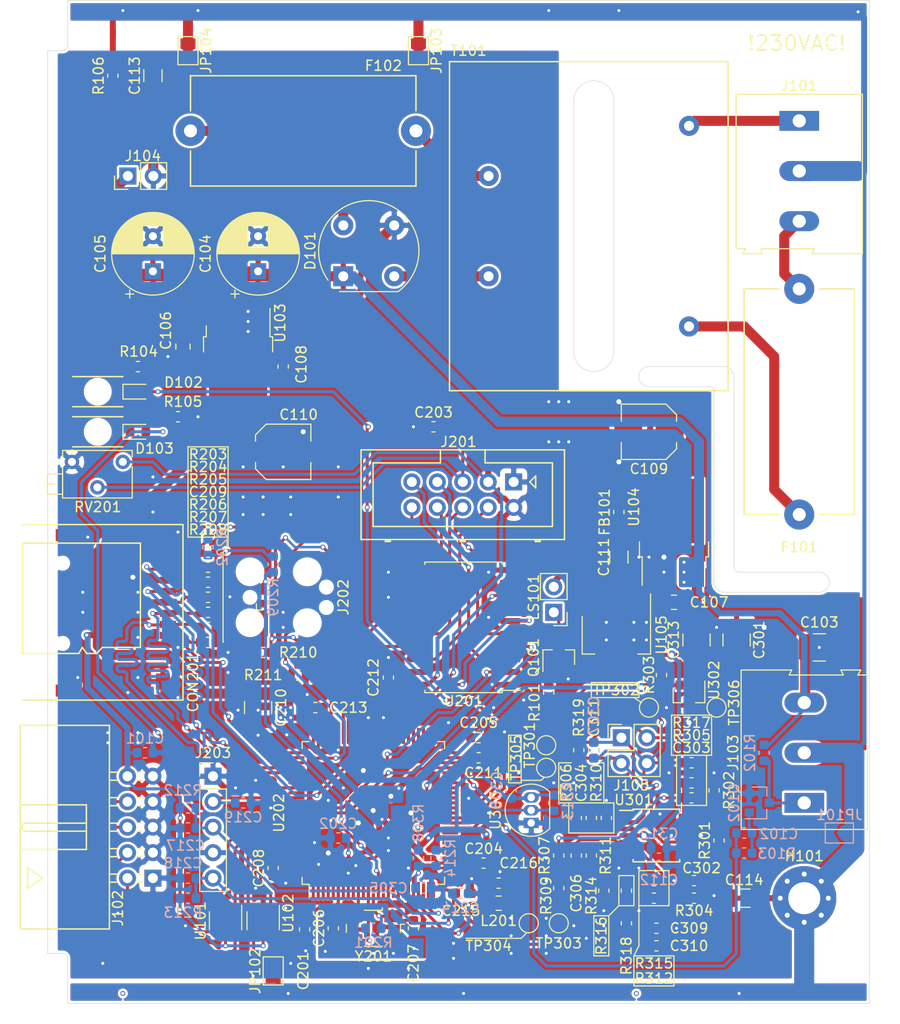
<source format=kicad_pcb>
(kicad_pcb (version 20171130) (host pcbnew 5.1.5)

  (general
    (thickness 1.6)
    (drawings 99)
    (tracks 1761)
    (zones 0)
    (modules 131)
    (nets 138)
  )

  (page A4)
  (layers
    (0 F.Cu signal)
    (31 B.Cu signal)
    (32 B.Adhes user)
    (33 F.Adhes user)
    (34 B.Paste user)
    (35 F.Paste user)
    (36 B.SilkS user)
    (37 F.SilkS user)
    (38 B.Mask user)
    (39 F.Mask user)
    (40 Dwgs.User user)
    (41 Cmts.User user)
    (42 Eco1.User user)
    (43 Eco2.User user)
    (44 Edge.Cuts user)
    (45 Margin user)
    (46 B.CrtYd user)
    (47 F.CrtYd user)
    (48 B.Fab user)
    (49 F.Fab user)
  )

  (setup
    (last_trace_width 0.25)
    (user_trace_width 0.3)
    (user_trace_width 0.4)
    (user_trace_width 0.6)
    (user_trace_width 1)
    (user_trace_width 2)
    (trace_clearance 0.2)
    (zone_clearance 0.25)
    (zone_45_only no)
    (trace_min 0.21)
    (via_size 0.5)
    (via_drill 0.3)
    (via_min_size 0.4)
    (via_min_drill 0.3)
    (user_via 0.9 0.5)
    (uvia_size 0.3)
    (uvia_drill 0.1)
    (uvias_allowed no)
    (uvia_min_size 0.2)
    (uvia_min_drill 0.1)
    (edge_width 0.05)
    (segment_width 0.2)
    (pcb_text_width 0.3)
    (pcb_text_size 1.5 1.5)
    (mod_edge_width 0.12)
    (mod_text_size 1 1)
    (mod_text_width 0.15)
    (pad_size 1.5 1.5)
    (pad_drill 0)
    (pad_to_mask_clearance 0.051)
    (solder_mask_min_width 0.25)
    (aux_axis_origin 13 13)
    (grid_origin 13 13)
    (visible_elements FFFFFF7F)
    (pcbplotparams
      (layerselection 0x010fc_ffffffff)
      (usegerberextensions true)
      (usegerberattributes false)
      (usegerberadvancedattributes false)
      (creategerberjobfile true)
      (excludeedgelayer true)
      (linewidth 0.100000)
      (plotframeref false)
      (viasonmask true)
      (mode 1)
      (useauxorigin false)
      (hpglpennumber 1)
      (hpglpenspeed 20)
      (hpglpendiameter 15.000000)
      (psnegative false)
      (psa4output false)
      (plotreference true)
      (plotvalue true)
      (plotinvisibletext false)
      (padsonsilk false)
      (subtractmaskfromsilk false)
      (outputformat 1)
      (mirror false)
      (drillshape 0)
      (scaleselection 1)
      (outputdirectory "gerber/"))
  )

  (net 0 "")
  (net 1 Earth)
  (net 2 GND)
  (net 3 +8V)
  (net 4 +3V3)
  (net 5 +5V)
  (net 6 /Controller/ENC1)
  (net 7 /Controller/ENC2)
  (net 8 /Controller/VREF)
  (net 9 /Controller/SW1)
  (net 10 /Frontend/FORCE+)
  (net 11 /Frontend/FORCE-)
  (net 12 /Frontend/SENS+)
  (net 13 /Frontend/SENS-)
  (net 14 /Controller/SDIO_D1)
  (net 15 /Controller/SDIO_D0)
  (net 16 /Controller/SDIO_CLK)
  (net 17 /Controller/SDIO_CMD)
  (net 18 /Controller/SDIO_D3)
  (net 19 /Controller/SDIO_D2)
  (net 20 "Net-(D102-Pad1)")
  (net 21 /Controller/TEMP_IN)
  (net 22 /L_Trafo)
  (net 23 /L_IN)
  (net 24 /N_IN)
  (net 25 /DIGIO3)
  (net 26 /DIGIO2)
  (net 27 /DIGIO1)
  (net 28 /DIGIO0)
  (net 29 /Controller/SWDIO)
  (net 30 /Controller/SWCLK)
  (net 31 /Controller/PC_RX)
  (net 32 /Controller/PC_TX)
  (net 33 /Controller/~RST)
  (net 34 "Net-(LS101-Pad1)")
  (net 35 /Controller/LCD_VO)
  (net 36 /Controller/LCD_RS)
  (net 37 /Controller/LCD_EN)
  (net 38 /Controller/LCD_D3)
  (net 39 /Controller/LCD_D0)
  (net 40 /Controller/LCD_D2)
  (net 41 /Controller/LCD_D1)
  (net 42 /Controller/FRONTEND_TEMP)
  (net 43 /OUT0)
  (net 44 /OUT3)
  (net 45 /OUT2)
  (net 46 /OUT1)
  (net 47 /Controller/VDDA)
  (net 48 +5VL)
  (net 49 /Controller/CARD_DETECT)
  (net 50 "Net-(C102-Pad2)")
  (net 51 "Net-(C306-Pad1)")
  (net 52 "Net-(D101-Pad4)")
  (net 53 "Net-(D101-Pad2)")
  (net 54 "Net-(D103-Pad1)")
  (net 55 "Net-(F102-Pad2)")
  (net 56 "Net-(J103-Pad1)")
  (net 57 "Net-(Q101-Pad1)")
  (net 58 +3.3VA)
  (net 59 /Controller/NSS)
  (net 60 /Controller/SCK)
  (net 61 /Controller/MISO)
  (net 62 "Net-(C206-Pad1)")
  (net 63 "Net-(C207-Pad1)")
  (net 64 "Net-(C211-Pad1)")
  (net 65 "Net-(C213-Pad1)")
  (net 66 "Net-(C304-Pad1)")
  (net 67 "Net-(J202-Pad5)")
  (net 68 "Net-(J202-Pad6)")
  (net 69 "Net-(J202-Pad8)")
  (net 70 "Net-(R311-Pad1)")
  (net 71 "Net-(R314-Pad2)")
  (net 72 "Net-(U201-Pad2)")
  (net 73 "Net-(U201-Pad4)")
  (net 74 "Net-(U201-Pad6)")
  (net 75 "Net-(U201-Pad7)")
  (net 76 "Net-(U201-Pad8)")
  (net 77 "Net-(U201-Pad9)")
  (net 78 "Net-(U201-Pad15)")
  (net 79 "Net-(U201-Pad17)")
  (net 80 "Net-(U202-Pad2)")
  (net 81 "Net-(U202-Pad3)")
  (net 82 "Net-(U202-Pad4)")
  (net 83 "Net-(U202-Pad5)")
  (net 84 "Net-(U202-Pad7)")
  (net 85 "Net-(U202-Pad8)")
  (net 86 "Net-(U202-Pad9)")
  (net 87 "Net-(U202-Pad15)")
  (net 88 "Net-(U202-Pad16)")
  (net 89 "Net-(U202-Pad17)")
  (net 90 "Net-(U202-Pad18)")
  (net 91 "Net-(U202-Pad26)")
  (net 92 "Net-(U202-Pad29)")
  (net 93 "Net-(U202-Pad32)")
  (net 94 "Net-(U202-Pad33)")
  (net 95 "Net-(U202-Pad34)")
  (net 96 "Net-(U202-Pad38)")
  (net 97 "Net-(U202-Pad39)")
  (net 98 "Net-(U202-Pad40)")
  (net 99 "Net-(U202-Pad41)")
  (net 100 "Net-(U202-Pad42)")
  (net 101 "Net-(U202-Pad43)")
  (net 102 "Net-(U202-Pad44)")
  (net 103 "Net-(U202-Pad45)")
  (net 104 "Net-(U202-Pad46)")
  (net 105 "Net-(U202-Pad51)")
  (net 106 "Net-(U202-Pad52)")
  (net 107 "Net-(U202-Pad53)")
  (net 108 "Net-(U202-Pad54)")
  (net 109 "Net-(U202-Pad59)")
  (net 110 "Net-(U202-Pad60)")
  (net 111 "Net-(U202-Pad61)")
  (net 112 "Net-(U202-Pad62)")
  (net 113 "Net-(U202-Pad63)")
  (net 114 "Net-(U202-Pad64)")
  (net 115 "Net-(U202-Pad70)")
  (net 116 "Net-(U202-Pad71)")
  (net 117 "Net-(U202-Pad77)")
  (net 118 "Net-(U202-Pad81)")
  (net 119 "Net-(U202-Pad82)")
  (net 120 "Net-(U202-Pad84)")
  (net 121 "Net-(U202-Pad86)")
  (net 122 "Net-(U202-Pad95)")
  (net 123 "Net-(U202-Pad96)")
  (net 124 "Net-(U202-Pad97)")
  (net 125 "Net-(U202-Pad98)")
  (net 126 /Frontend/VREF_OP)
  (net 127 /DIGIO0_PROT)
  (net 128 /DIGIO1_PROT)
  (net 129 /DIGIO2_PROT)
  (net 130 /DIGIO3_PROT)
  (net 131 "Net-(C302-Pad2)")
  (net 132 "Net-(C302-Pad1)")
  (net 133 "Net-(C303-Pad2)")
  (net 134 "Net-(C303-Pad1)")
  (net 135 "Net-(C306-Pad2)")
  (net 136 "Net-(C309-Pad1)")
  (net 137 "Net-(R314-Pad1)")

  (net_class Default "This is the default net class."
    (clearance 0.2)
    (trace_width 0.25)
    (via_dia 0.5)
    (via_drill 0.3)
    (uvia_dia 0.3)
    (uvia_drill 0.1)
    (diff_pair_width 0.21)
    (diff_pair_gap 0.25)
    (add_net +3.3VA)
    (add_net +3V3)
    (add_net +5V)
    (add_net +5VL)
    (add_net +8V)
    (add_net /Controller/CARD_DETECT)
    (add_net /Controller/ENC1)
    (add_net /Controller/ENC2)
    (add_net /Controller/FRONTEND_TEMP)
    (add_net /Controller/LCD_D0)
    (add_net /Controller/LCD_D1)
    (add_net /Controller/LCD_D2)
    (add_net /Controller/LCD_D3)
    (add_net /Controller/LCD_EN)
    (add_net /Controller/LCD_RS)
    (add_net /Controller/LCD_VO)
    (add_net /Controller/MISO)
    (add_net /Controller/NSS)
    (add_net /Controller/PC_RX)
    (add_net /Controller/PC_TX)
    (add_net /Controller/SCK)
    (add_net /Controller/SDIO_CLK)
    (add_net /Controller/SDIO_CMD)
    (add_net /Controller/SDIO_D0)
    (add_net /Controller/SDIO_D1)
    (add_net /Controller/SDIO_D2)
    (add_net /Controller/SDIO_D3)
    (add_net /Controller/SW1)
    (add_net /Controller/SWCLK)
    (add_net /Controller/SWDIO)
    (add_net /Controller/TEMP_IN)
    (add_net /Controller/VDDA)
    (add_net /Controller/VREF)
    (add_net /Controller/~RST)
    (add_net /DIGIO0)
    (add_net /DIGIO0_PROT)
    (add_net /DIGIO1)
    (add_net /DIGIO1_PROT)
    (add_net /DIGIO2)
    (add_net /DIGIO2_PROT)
    (add_net /DIGIO3)
    (add_net /DIGIO3_PROT)
    (add_net /Frontend/FORCE+)
    (add_net /Frontend/FORCE-)
    (add_net /Frontend/SENS+)
    (add_net /Frontend/SENS-)
    (add_net /Frontend/VREF_OP)
    (add_net /OUT0)
    (add_net /OUT1)
    (add_net /OUT2)
    (add_net /OUT3)
    (add_net Earth)
    (add_net GND)
    (add_net "Net-(C102-Pad2)")
    (add_net "Net-(C206-Pad1)")
    (add_net "Net-(C207-Pad1)")
    (add_net "Net-(C211-Pad1)")
    (add_net "Net-(C213-Pad1)")
    (add_net "Net-(C302-Pad1)")
    (add_net "Net-(C302-Pad2)")
    (add_net "Net-(C303-Pad1)")
    (add_net "Net-(C303-Pad2)")
    (add_net "Net-(C304-Pad1)")
    (add_net "Net-(C306-Pad1)")
    (add_net "Net-(C306-Pad2)")
    (add_net "Net-(C309-Pad1)")
    (add_net "Net-(D101-Pad2)")
    (add_net "Net-(D101-Pad4)")
    (add_net "Net-(D102-Pad1)")
    (add_net "Net-(D103-Pad1)")
    (add_net "Net-(F102-Pad2)")
    (add_net "Net-(J103-Pad1)")
    (add_net "Net-(J202-Pad5)")
    (add_net "Net-(J202-Pad6)")
    (add_net "Net-(J202-Pad8)")
    (add_net "Net-(LS101-Pad1)")
    (add_net "Net-(Q101-Pad1)")
    (add_net "Net-(R311-Pad1)")
    (add_net "Net-(R314-Pad1)")
    (add_net "Net-(R314-Pad2)")
    (add_net "Net-(U201-Pad15)")
    (add_net "Net-(U201-Pad17)")
    (add_net "Net-(U201-Pad2)")
    (add_net "Net-(U201-Pad4)")
    (add_net "Net-(U201-Pad6)")
    (add_net "Net-(U201-Pad7)")
    (add_net "Net-(U201-Pad8)")
    (add_net "Net-(U201-Pad9)")
    (add_net "Net-(U202-Pad15)")
    (add_net "Net-(U202-Pad16)")
    (add_net "Net-(U202-Pad17)")
    (add_net "Net-(U202-Pad18)")
    (add_net "Net-(U202-Pad2)")
    (add_net "Net-(U202-Pad26)")
    (add_net "Net-(U202-Pad29)")
    (add_net "Net-(U202-Pad3)")
    (add_net "Net-(U202-Pad32)")
    (add_net "Net-(U202-Pad33)")
    (add_net "Net-(U202-Pad34)")
    (add_net "Net-(U202-Pad38)")
    (add_net "Net-(U202-Pad39)")
    (add_net "Net-(U202-Pad4)")
    (add_net "Net-(U202-Pad40)")
    (add_net "Net-(U202-Pad41)")
    (add_net "Net-(U202-Pad42)")
    (add_net "Net-(U202-Pad43)")
    (add_net "Net-(U202-Pad44)")
    (add_net "Net-(U202-Pad45)")
    (add_net "Net-(U202-Pad46)")
    (add_net "Net-(U202-Pad5)")
    (add_net "Net-(U202-Pad51)")
    (add_net "Net-(U202-Pad52)")
    (add_net "Net-(U202-Pad53)")
    (add_net "Net-(U202-Pad54)")
    (add_net "Net-(U202-Pad59)")
    (add_net "Net-(U202-Pad60)")
    (add_net "Net-(U202-Pad61)")
    (add_net "Net-(U202-Pad62)")
    (add_net "Net-(U202-Pad63)")
    (add_net "Net-(U202-Pad64)")
    (add_net "Net-(U202-Pad7)")
    (add_net "Net-(U202-Pad70)")
    (add_net "Net-(U202-Pad71)")
    (add_net "Net-(U202-Pad77)")
    (add_net "Net-(U202-Pad8)")
    (add_net "Net-(U202-Pad81)")
    (add_net "Net-(U202-Pad82)")
    (add_net "Net-(U202-Pad84)")
    (add_net "Net-(U202-Pad86)")
    (add_net "Net-(U202-Pad9)")
    (add_net "Net-(U202-Pad95)")
    (add_net "Net-(U202-Pad96)")
    (add_net "Net-(U202-Pad97)")
    (add_net "Net-(U202-Pad98)")
  )

  (net_class HV ""
    (clearance 2.55)
    (trace_width 1)
    (via_dia 0.5)
    (via_drill 0.3)
    (uvia_dia 0.3)
    (uvia_drill 0.1)
    (diff_pair_width 0.21)
    (diff_pair_gap 0.25)
    (add_net /L_IN)
    (add_net /L_Trafo)
    (add_net /N_IN)
  )

  (module TestPoint:TestPoint_Pad_D1.5mm (layer F.Cu) (tedit 5E4C3C37) (tstamp 5E4CFE9F)
    (at 82.75 83.5)
    (descr "SMD pad as test Point, diameter 1.5mm")
    (tags "test point SMD pad")
    (path /5D8C5188/5E5AA625)
    (attr virtual)
    (fp_text reference TP306 (at 1.75 -0.5 90) (layer F.SilkS)
      (effects (font (size 1 1) (thickness 0.15)))
    )
    (fp_text value GND (at 0 1.75) (layer F.Fab)
      (effects (font (size 1 1) (thickness 0.15)))
    )
    (fp_circle (center 0 0) (end 0 0.95) (layer F.SilkS) (width 0.12))
    (fp_circle (center 0 0) (end 1.25 0) (layer F.CrtYd) (width 0.05))
    (fp_text user %R (at 1.25 2.25) (layer F.Fab)
      (effects (font (size 1 1) (thickness 0.15)))
    )
    (pad 1 smd circle (at 0 0) (size 1.5 1.5) (layers F.Cu F.Mask)
      (net 2 GND) (zone_connect 2))
  )

  (module TestPoint:TestPoint_Pad_D1.5mm (layer F.Cu) (tedit 5E4C3C60) (tstamp 5E4CFE97)
    (at 65.75 89.5)
    (descr "SMD pad as test Point, diameter 1.5mm")
    (tags "test point SMD pad")
    (path /5D8C5188/5E59C2BA)
    (attr virtual)
    (fp_text reference TP305 (at -3 -1 90) (layer F.SilkS)
      (effects (font (size 1 1) (thickness 0.15)))
    )
    (fp_text value GND (at 0 1.75) (layer F.Fab)
      (effects (font (size 1 1) (thickness 0.15)))
    )
    (fp_circle (center 0 0) (end 0 0.95) (layer F.SilkS) (width 0.12))
    (fp_circle (center 0 0) (end 1.25 0) (layer F.CrtYd) (width 0.05))
    (fp_text user %R (at 0 -1.65) (layer F.Fab)
      (effects (font (size 1 1) (thickness 0.15)))
    )
    (pad 1 smd circle (at 0 0) (size 1.5 1.5) (layers F.Cu F.Mask)
      (net 2 GND) (zone_connect 2))
  )

  (module TestPoint:TestPoint_Pad_D1.5mm (layer F.Cu) (tedit 5E4C3C13) (tstamp 5E4CFE8F)
    (at 64 105)
    (descr "SMD pad as test Point, diameter 1.5mm")
    (tags "test point SMD pad")
    (path /5D8C5188/5E5831F5)
    (attr virtual)
    (fp_text reference TP304 (at -4 2.25) (layer F.SilkS)
      (effects (font (size 1 1) (thickness 0.15)))
    )
    (fp_text value GND (at 0 1.75) (layer F.Fab)
      (effects (font (size 1 1) (thickness 0.15)))
    )
    (fp_circle (center 0 0) (end 0 0.95) (layer F.SilkS) (width 0.12))
    (fp_circle (center 0 0) (end 1.25 0) (layer F.CrtYd) (width 0.05))
    (fp_text user %R (at 0 -1.65) (layer F.Fab)
      (effects (font (size 1 1) (thickness 0.15)))
    )
    (pad 1 smd circle (at 0 0) (size 1.5 1.5) (layers F.Cu F.Mask)
      (net 2 GND) (zone_connect 2))
  )

  (module shimatta_artwork:shimatta_kanji_20mm_solder_mask (layer B.Cu) (tedit 0) (tstamp 5E4C6208)
    (at 41.5 29.75 180)
    (fp_text reference G*** (at 0 0) (layer B.SilkS) hide
      (effects (font (size 1.524 1.524) (thickness 0.3)) (justify mirror))
    )
    (fp_text value LOGO (at 0.75 0) (layer B.SilkS) hide
      (effects (font (size 1.524 1.524) (thickness 0.3)) (justify mirror))
    )
    (fp_poly (pts (xy 9.428791 1.753801) (xy 9.567761 1.731641) (xy 9.667206 1.700045) (xy 9.761697 1.645722)
      (xy 9.822989 1.576357) (xy 9.855813 1.486306) (xy 9.858368 1.471966) (xy 9.862124 1.413942)
      (xy 9.846144 1.369373) (xy 9.819335 1.333673) (xy 9.781378 1.29583) (xy 9.735384 1.267393)
      (xy 9.673178 1.245282) (xy 9.586585 1.22642) (xy 9.495693 1.211812) (xy 9.397389 1.192146)
      (xy 9.273374 1.159472) (xy 9.133481 1.117016) (xy 8.987545 1.068002) (xy 8.845399 1.015655)
      (xy 8.716878 0.963201) (xy 8.66136 0.938204) (xy 8.588402 0.904309) (xy 8.53008 0.87777)
      (xy 8.494468 0.862231) (xy 8.487445 0.859693) (xy 8.474447 0.874529) (xy 8.460842 0.897485)
      (xy 8.444687 0.930782) (xy 8.440616 0.943057) (xy 8.456761 0.954676) (xy 8.501708 0.982387)
      (xy 8.57022 1.023082) (xy 8.657065 1.073654) (xy 8.757007 1.130996) (xy 8.763 1.13441)
      (xy 8.863594 1.192303) (xy 8.951369 1.243987) (xy 9.021081 1.286279) (xy 9.067485 1.315993)
      (xy 9.085336 1.329944) (xy 9.085385 1.330186) (xy 9.067291 1.336709) (xy 9.018671 1.344245)
      (xy 8.948012 1.351635) (xy 8.900733 1.355366) (xy 8.814954 1.359677) (xy 8.732203 1.359467)
      (xy 8.645159 1.353943) (xy 8.546496 1.342311) (xy 8.428892 1.323781) (xy 8.285022 1.297558)
      (xy 8.181769 1.277551) (xy 8.087012 1.260086) (xy 8.005697 1.247289) (xy 7.945677 1.240239)
      (xy 7.914804 1.240013) (xy 7.913115 1.240669) (xy 7.898633 1.267289) (xy 7.893539 1.306485)
      (xy 7.896969 1.33375) (xy 7.911797 1.356509) (xy 7.94483 1.38016) (xy 8.002873 1.410101)
      (xy 8.054731 1.434343) (xy 8.259047 1.524345) (xy 8.450867 1.601035) (xy 8.623126 1.661725)
      (xy 8.754126 1.700075) (xy 8.923632 1.734862) (xy 9.098237 1.755411) (xy 9.269453 1.761724)
      (xy 9.428791 1.753801)) (layer B.Mask) (width 0.01))
    (fp_poly (pts (xy 3.301209 1.629772) (xy 3.455957 1.617452) (xy 3.586106 1.595662) (xy 3.620461 1.586813)
      (xy 3.799648 1.524806) (xy 3.949231 1.448506) (xy 4.077466 1.353305) (xy 4.132385 1.301052)
      (xy 4.252335 1.152355) (xy 4.336366 0.989866) (xy 4.383796 0.816683) (xy 4.393941 0.635903)
      (xy 4.366121 0.450625) (xy 4.339226 0.361417) (xy 4.262261 0.200227) (xy 4.150017 0.051266)
      (xy 4.004678 -0.084345) (xy 3.828431 -0.205486) (xy 3.62346 -0.311038) (xy 3.39195 -0.399881)
      (xy 3.136087 -0.470894) (xy 2.858055 -0.522959) (xy 2.56004 -0.554955) (xy 2.54977 -0.555664)
      (xy 2.452095 -0.562584) (xy 2.352045 -0.570151) (xy 2.268301 -0.576945) (xy 2.254251 -0.578165)
      (xy 2.188341 -0.583117) (xy 2.151245 -0.581066) (xy 2.132887 -0.568837) (xy 2.123191 -0.543254)
      (xy 2.121415 -0.536295) (xy 2.114131 -0.495637) (xy 2.115569 -0.476534) (xy 2.13681 -0.470214)
      (xy 2.187543 -0.459437) (xy 2.258697 -0.446062) (xy 2.29725 -0.439298) (xy 2.600453 -0.375807)
      (xy 2.872729 -0.294923) (xy 3.113188 -0.197142) (xy 3.32094 -0.082957) (xy 3.495097 0.047136)
      (xy 3.634767 0.192644) (xy 3.739062 0.353072) (xy 3.745332 0.365489) (xy 3.799796 0.510355)
      (xy 3.824701 0.659415) (xy 3.821806 0.807143) (xy 3.792865 0.948013) (xy 3.739637 1.0765)
      (xy 3.663877 1.187078) (xy 3.567342 1.274223) (xy 3.451789 1.332407) (xy 3.436387 1.337282)
      (xy 3.329785 1.358) (xy 3.20153 1.366318) (xy 3.067026 1.362231) (xy 2.941678 1.345736)
      (xy 2.904282 1.337402) (xy 2.791716 1.300662) (xy 2.655402 1.242376) (xy 2.501756 1.165846)
      (xy 2.337192 1.074371) (xy 2.168124 0.971251) (xy 2.077079 0.911797) (xy 1.982701 0.849482)
      (xy 1.897066 0.794483) (xy 1.826482 0.750731) (xy 1.777255 0.722158) (xy 1.758369 0.713125)
      (xy 1.705349 0.713823) (xy 1.63319 0.738937) (xy 1.548908 0.783847) (xy 1.459517 0.843935)
      (xy 1.372034 0.914582) (xy 1.293475 0.991171) (xy 1.242341 1.052831) (xy 1.177176 1.155524)
      (xy 1.145756 1.240689) (xy 1.147669 1.309786) (xy 1.161677 1.339812) (xy 1.188745 1.371855)
      (xy 1.220071 1.383574) (xy 1.263202 1.374056) (xy 1.325686 1.342389) (xy 1.372393 1.314365)
      (xy 1.441864 1.275343) (xy 1.503115 1.252904) (xy 1.564969 1.2473) (xy 1.636248 1.25878)
      (xy 1.725773 1.287594) (xy 1.825982 1.32721) (xy 2.072117 1.421167) (xy 2.322841 1.502936)
      (xy 2.562838 1.567664) (xy 2.638504 1.584763) (xy 2.79051 1.610116) (xy 2.958372 1.626082)
      (xy 3.131976 1.632641) (xy 3.301209 1.629772)) (layer B.Mask) (width 0.01))
    (fp_poly (pts (xy -7.16573 3.644015) (xy -7.030481 3.628399) (xy -6.898306 3.608454) (xy -6.778602 3.585917)
      (xy -6.680766 3.562522) (xy -6.623226 3.543826) (xy -6.552282 3.503627) (xy -6.518969 3.457096)
      (xy -6.523039 3.407494) (xy -6.564241 3.35808) (xy -6.640956 3.312726) (xy -6.72123 3.276527)
      (xy -6.72123 1.953846) (xy -6.101652 1.953846) (xy -5.908326 2.177929) (xy -5.839612 2.256002)
      (xy -5.778657 2.322318) (xy -5.730438 2.371689) (xy -5.69993 2.398925) (xy -5.692898 2.402621)
      (xy -5.671923 2.389825) (xy -5.628642 2.354137) (xy -5.568405 2.300274) (xy -5.496558 2.232952)
      (xy -5.455081 2.19292) (xy -5.35528 2.092389) (xy -5.284164 2.012661) (xy -5.239564 1.950558)
      (xy -5.219311 1.902903) (xy -5.221236 1.866519) (xy -5.225852 1.857265) (xy -5.248293 1.85113)
      (xy -5.307629 1.846089) (xy -5.404272 1.842132) (xy -5.538636 1.839247) (xy -5.711135 1.837422)
      (xy -5.922182 1.836647) (xy -5.979922 1.836616) (xy -6.72123 1.836616) (xy -6.72123 -0.566615)
      (xy -6.259971 -0.566615) (xy -6.067574 -0.351692) (xy -5.999081 -0.276106) (xy -5.939554 -0.212155)
      (xy -5.893885 -0.164964) (xy -5.866969 -0.139654) (xy -5.862279 -0.136769) (xy -5.839937 -0.14918)
      (xy -5.795385 -0.182731) (xy -5.73498 -0.231894) (xy -5.665077 -0.291144) (xy -5.592032 -0.354955)
      (xy -5.522202 -0.417801) (xy -5.461942 -0.474155) (xy -5.417609 -0.518492) (xy -5.400017 -0.538674)
      (xy -5.367005 -0.588512) (xy -5.35926 -0.622387) (xy -5.366651 -0.641654) (xy -5.372793 -0.647595)
      (xy -5.384916 -0.652791) (xy -5.405554 -0.657303) (xy -5.437241 -0.661191) (xy -5.48251 -0.664515)
      (xy -5.543894 -0.667336) (xy -5.623926 -0.669713) (xy -5.725141 -0.671708) (xy -5.85007 -0.67338)
      (xy -6.001248 -0.67479) (xy -6.181207 -0.675998) (xy -6.392482 -0.677065) (xy -6.637605 -0.67805)
      (xy -6.919109 -0.679015) (xy -6.938394 -0.679077) (xy -7.220887 -0.67997) (xy -7.466876 -0.680669)
      (xy -7.678931 -0.681118) (xy -7.859624 -0.681261) (xy -8.011528 -0.681044) (xy -8.137214 -0.680411)
      (xy -8.239254 -0.679306) (xy -8.32022 -0.677674) (xy -8.382682 -0.67546) (xy -8.429214 -0.672608)
      (xy -8.462386 -0.669064) (xy -8.484771 -0.664771) (xy -8.49894 -0.659674) (xy -8.507465 -0.653718)
      (xy -8.512918 -0.646848) (xy -8.513997 -0.64515) (xy -8.533273 -0.606511) (xy -8.538307 -0.586419)
      (xy -8.518898 -0.580182) (xy -8.461154 -0.575092) (xy -8.365801 -0.571172) (xy -8.233566 -0.568445)
      (xy -8.065175 -0.566936) (xy -7.922846 -0.566615) (xy -7.307384 -0.566615) (xy -7.307384 1.836616)
      (xy -8.514275 1.836616) (xy -8.54583 1.884774) (xy -8.568455 1.922492) (xy -8.577384 1.94339)
      (xy -8.558611 1.94591) (xy -8.505349 1.948213) (xy -8.422187 1.950221) (xy -8.313714 1.951859)
      (xy -8.184518 1.953052) (xy -8.039187 1.953724) (xy -7.942384 1.953846) (xy -7.307384 1.953846)
      (xy -7.307384 3.657659) (xy -7.16573 3.644015)) (layer B.Mask) (width 0.01))
    (fp_poly (pts (xy 7.808064 0.395873) (xy 7.820909 0.35155) (xy 7.81349 0.27581) (xy 7.803742 0.231615)
      (xy 7.785801 0.109096) (xy 7.79887 0.006839) (xy 7.843916 -0.079884) (xy 7.874635 -0.11486)
      (xy 7.967303 -0.181671) (xy 8.093926 -0.23155) (xy 8.253218 -0.264447) (xy 8.443892 -0.280312)
      (xy 8.664663 -0.279096) (xy 8.914245 -0.260749) (xy 9.19135 -0.225221) (xy 9.47304 -0.176639)
      (xy 9.611859 -0.155568) (xy 9.723564 -0.15229) (xy 9.816229 -0.167606) (xy 9.89793 -0.202316)
      (xy 9.929424 -0.22186) (xy 9.997696 -0.283212) (xy 10.032198 -0.356505) (xy 10.037036 -0.450516)
      (xy 10.036934 -0.451773) (xy 10.019551 -0.537125) (xy 9.981122 -0.60896) (xy 9.919239 -0.66821)
      (xy 9.831497 -0.71581) (xy 9.715488 -0.752696) (xy 9.568805 -0.779801) (xy 9.389042 -0.79806)
      (xy 9.173792 -0.808407) (xy 9.114693 -0.809856) (xy 8.994114 -0.811858) (xy 8.883467 -0.812804)
      (xy 8.790078 -0.812701) (xy 8.721276 -0.811557) (xy 8.684846 -0.809444) (xy 8.638883 -0.803365)
      (xy 8.56704 -0.794119) (xy 8.482217 -0.783361) (xy 8.450385 -0.779361) (xy 8.230894 -0.738915)
      (xy 8.04091 -0.676709) (xy 7.881353 -0.593495) (xy 7.753145 -0.490023) (xy 7.657211 -0.367045)
      (xy 7.59447 -0.225311) (xy 7.565847 -0.065574) (xy 7.565408 -0.058531) (xy 7.562448 0.025892)
      (xy 7.566924 0.087191) (xy 7.581292 0.141001) (xy 7.605759 0.198179) (xy 7.643881 0.268184)
      (xy 7.687847 0.332317) (xy 7.730734 0.381887) (xy 7.765619 0.408201) (xy 7.774706 0.410308)
      (xy 7.808064 0.395873)) (layer B.Mask) (width 0.01))
    (fp_poly (pts (xy 7.338145 3.474443) (xy 7.446892 3.440014) (xy 7.562991 3.388053) (xy 7.677402 3.323667)
      (xy 7.781082 3.251965) (xy 7.864989 3.178057) (xy 7.920082 3.10705) (xy 7.921507 3.104439)
      (xy 7.959244 3.03404) (xy 7.81893 2.730595) (xy 7.772867 2.630313) (xy 7.733158 2.542594)
      (xy 7.702487 2.473468) (xy 7.683536 2.428966) (xy 7.678616 2.415191) (xy 7.695962 2.405068)
      (xy 7.743645 2.406271) (xy 7.815129 2.417185) (xy 7.903879 2.436192) (xy 8.00336 2.461677)
      (xy 8.107037 2.492023) (xy 8.208376 2.525615) (xy 8.30084 2.560835) (xy 8.344716 2.579933)
      (xy 8.438434 2.621079) (xy 8.508671 2.645305) (xy 8.566225 2.654449) (xy 8.621897 2.650345)
      (xy 8.679355 2.636833) (xy 8.767704 2.597385) (xy 8.837863 2.537316) (xy 8.884673 2.464285)
      (xy 8.902974 2.385949) (xy 8.892236 2.320845) (xy 8.849581 2.26) (xy 8.770149 2.200807)
      (xy 8.656228 2.144019) (xy 8.510109 2.090391) (xy 8.334081 2.040674) (xy 8.130434 1.995624)
      (xy 7.901456 1.955991) (xy 7.699682 1.928463) (xy 7.496055 1.903717) (xy 7.064105 0.624589)
      (xy 6.991253 0.40925) (xy 6.921584 0.204081) (xy 6.856174 0.012201) (xy 6.796095 -0.163273)
      (xy 6.742424 -0.319225) (xy 6.696235 -0.452538) (xy 6.658603 -0.560093) (xy 6.630602 -0.638775)
      (xy 6.613307 -0.685467) (xy 6.608432 -0.696984) (xy 6.548196 -0.768353) (xy 6.468858 -0.809727)
      (xy 6.379028 -0.81866) (xy 6.287319 -0.792703) (xy 6.281659 -0.789834) (xy 6.183737 -0.719536)
      (xy 6.117645 -0.627018) (xy 6.082975 -0.511562) (xy 6.077082 -0.429846) (xy 6.088269 -0.329409)
      (xy 6.12395 -0.222844) (xy 6.186639 -0.104136) (xy 6.259078 0.005238) (xy 6.317058 0.092554)
      (xy 6.37418 0.190956) (xy 6.432946 0.305617) (xy 6.495859 0.44171) (xy 6.565422 0.604407)
      (xy 6.644137 0.798883) (xy 6.649058 0.811302) (xy 6.698576 0.937705) (xy 6.750645 1.072924)
      (xy 6.803388 1.211851) (xy 6.854927 1.349379) (xy 6.903383 1.480396) (xy 6.94688 1.599796)
      (xy 6.983539 1.702469) (xy 7.011482 1.783306) (xy 7.028831 1.837198) (xy 7.033846 1.858104)
      (xy 7.015345 1.865235) (xy 6.963909 1.870215) (xy 6.885638 1.872683) (xy 6.792451 1.87238)
      (xy 6.689343 1.871214) (xy 6.615634 1.872673) (xy 6.561671 1.878103) (xy 6.517798 1.888851)
      (xy 6.474359 1.906264) (xy 6.44321 1.921096) (xy 6.324196 1.997966) (xy 6.220716 2.100695)
      (xy 6.142416 2.218832) (xy 6.1184 2.273068) (xy 6.087796 2.371327) (xy 6.076374 2.446686)
      (xy 6.082596 2.496419) (xy 6.104926 2.5178) (xy 6.141826 2.508101) (xy 6.19176 2.464595)
      (xy 6.212598 2.440172) (xy 6.281896 2.36957) (xy 6.361104 2.322749) (xy 6.458762 2.296368)
      (xy 6.583409 2.287084) (xy 6.604 2.286959) (xy 6.716122 2.289109) (xy 6.828914 2.294912)
      (xy 6.935173 2.303596) (xy 7.027694 2.314386) (xy 7.099275 2.326512) (xy 7.142712 2.339199)
      (xy 7.151763 2.345725) (xy 7.1613 2.373411) (xy 7.176626 2.431585) (xy 7.196021 2.512388)
      (xy 7.217765 2.607958) (xy 7.240139 2.710436) (xy 7.261423 2.81196) (xy 7.279899 2.904671)
      (xy 7.293846 2.980708) (xy 7.301117 3.028483) (xy 7.305167 3.07497) (xy 7.300115 3.108973)
      (xy 7.280462 3.141407) (xy 7.240706 3.183187) (xy 7.206953 3.215357) (xy 7.150084 3.267171)
      (xy 7.09965 3.309796) (xy 7.066126 3.334399) (xy 7.06502 3.335032) (xy 7.038815 3.363839)
      (xy 7.044428 3.397789) (xy 7.075931 3.431923) (xy 7.127394 3.461282) (xy 7.192887 3.480906)
      (xy 7.245794 3.486229) (xy 7.338145 3.474443)) (layer B.Mask) (width 0.01))
    (fp_poly (pts (xy -8.900627 3.686148) (xy -8.842414 3.668288) (xy -8.764568 3.642197) (xy -8.675465 3.610881)
      (xy -8.583481 3.577349) (xy -8.496994 3.544605) (xy -8.42438 3.515659) (xy -8.374017 3.493516)
      (xy -8.369508 3.491277) (xy -8.277195 3.438216) (xy -8.22267 3.390903) (xy -8.205385 3.347504)
      (xy -8.224792 3.306186) (xy -8.280344 3.265118) (xy -8.298961 3.255113) (xy -8.337113 3.234353)
      (xy -8.366557 3.21267) (xy -8.391987 3.183218) (xy -8.418101 3.139156) (xy -8.449593 3.073639)
      (xy -8.491159 2.979825) (xy -8.496937 2.966591) (xy -8.548331 2.852563) (xy -8.610388 2.720528)
      (xy -8.675268 2.586898) (xy -8.734797 2.468728) (xy -8.867489 2.21184) (xy -8.771283 2.152035)
      (xy -8.705668 2.103264) (xy -8.677637 2.059887) (xy -8.68668 2.018576) (xy -8.732288 1.976008)
      (xy -8.743219 1.96868) (xy -8.811362 1.924539) (xy -8.811738 0.517769) (xy -8.812113 -0.889)
      (xy -8.875479 -0.932013) (xy -8.977934 -0.988548) (xy -9.088107 -1.027523) (xy -9.195323 -1.046531)
      (xy -9.288907 -1.043165) (xy -9.32473 -1.033329) (xy -9.378461 -1.012743) (xy -9.378461 1.510364)
      (xy -9.568961 1.326369) (xy -9.685083 1.216199) (xy -9.784302 1.126131) (xy -9.86423 1.058185)
      (xy -9.92248 1.014379) (xy -9.956663 0.99673) (xy -9.95935 0.996462) (xy -9.988083 1.009886)
      (xy -10.000622 1.022071) (xy -10.00528 1.043101) (xy -9.992716 1.079674) (xy -9.960495 1.137038)
      (xy -9.914008 1.208794) (xy -9.717402 1.5262) (xy -9.533424 1.87007) (xy -9.367953 2.228378)
      (xy -9.226866 2.589099) (xy -9.196588 2.676769) (xy -9.157165 2.800379) (xy -9.115688 2.941245)
      (xy -9.07447 3.09045) (xy -9.035823 3.239075) (xy -9.002058 3.3782) (xy -8.975488 3.498907)
      (xy -8.958423 3.592278) (xy -8.957301 3.599962) (xy -8.947157 3.653955) (xy -8.93604 3.687421)
      (xy -8.930828 3.692769) (xy -8.900627 3.686148)) (layer B.Mask) (width 0.01))
    (fp_poly (pts (xy -3.838788 3.688729) (xy -3.763989 3.677918) (xy -3.672419 3.662305) (xy -3.574363 3.643857)
      (xy -3.48011 3.624543) (xy -3.399947 3.60633) (xy -3.344161 3.591186) (xy -3.331315 3.58657)
      (xy -3.283233 3.56018) (xy -3.253133 3.532073) (xy -3.250693 3.527326) (xy -3.253676 3.486941)
      (xy -3.283652 3.446101) (xy -3.321955 3.42193) (xy -3.347355 3.402506) (xy -3.390898 3.360148)
      (xy -3.445625 3.301872) (xy -3.484542 3.258039) (xy -3.616047 3.106616) (xy -1.188916 3.106616)
      (xy -0.994443 3.287346) (xy -0.921758 3.354128) (xy -0.85857 3.410747) (xy -0.810709 3.452087)
      (xy -0.784001 3.473031) (xy -0.781309 3.474482) (xy -0.757945 3.465597) (xy -0.712937 3.435671)
      (xy -0.653194 3.390341) (xy -0.585627 3.335241) (xy -0.517146 3.276008) (xy -0.454661 3.218278)
      (xy -0.405081 3.167687) (xy -0.404892 3.167477) (xy -0.364427 3.117627) (xy -0.338018 3.075387)
      (xy -0.332154 3.05723) (xy -0.345696 3.029063) (xy -0.38818 3.008895) (xy -0.462393 2.996103)
      (xy -0.571123 2.990066) (xy -0.636272 2.989385) (xy -0.840154 2.989385) (xy -0.840154 2.637693)
      (xy -0.839955 2.512617) (xy -0.838973 2.421319) (xy -0.836633 2.358498) (xy -0.832357 2.318856)
      (xy -0.82557 2.297091) (xy -0.815693 2.287906) (xy -0.802152 2.286001) (xy -0.801892 2.286)
      (xy -0.773311 2.298192) (xy -0.722344 2.331537) (xy -0.655775 2.381192) (xy -0.580392 2.442311)
      (xy -0.566873 2.453762) (xy -0.370116 2.621524) (xy -0.20152 2.487954) (xy -0.101103 2.405863)
      (xy -0.030828 2.341836) (xy 0.011944 2.292668) (xy 0.029851 2.255153) (xy 0.025534 2.226085)
      (xy 0.020288 2.218518) (xy 0.006592 2.208305) (xy -0.018542 2.20062) (xy -0.060041 2.195127)
      (xy -0.122832 2.19149) (xy -0.211843 2.189373) (xy -0.332 2.18844) (xy -0.422469 2.188308)
      (xy -0.840154 2.188308) (xy -0.840154 1.593302) (xy -0.685062 1.747483) (xy -0.529971 1.901665)
      (xy -0.416892 1.825179) (xy -0.334867 1.765382) (xy -0.256268 1.70045) (xy -0.186709 1.635942)
      (xy -0.131801 1.577421) (xy -0.097158 1.530448) (xy -0.088391 1.500584) (xy -0.088624 1.499911)
      (xy -0.098691 1.482757) (xy -0.117225 1.469664) (xy -0.149019 1.460093) (xy -0.198863 1.453502)
      (xy -0.271551 1.449351) (xy -0.371876 1.4471) (xy -0.504628 1.446209) (xy -0.565638 1.446113)
      (xy -0.700559 1.445507) (xy -0.800136 1.443739) (xy -0.868095 1.440561) (xy -0.908159 1.435727)
      (xy -0.924051 1.428988) (xy -0.922215 1.4224) (xy -0.89994 1.378095) (xy -0.914959 1.330448)
      (xy -0.957384 1.289539) (xy -1.016 1.247801) (xy -1.016 0.840154) (xy -0.954763 0.840154)
      (xy -0.922588 0.845115) (xy -0.885404 0.862752) (xy -0.837186 0.897197) (xy -0.771906 0.952581)
      (xy -0.712938 1.005923) (xy -0.532349 1.171691) (xy -0.437136 1.100731) (xy -0.362212 1.041551)
      (xy -0.288135 0.97735) (xy -0.223006 0.915706) (xy -0.174925 0.864198) (xy -0.154843 0.836626)
      (xy -0.150378 0.797665) (xy -0.167511 0.773126) (xy -0.183248 0.762647) (xy -0.210018 0.754793)
      (xy -0.252898 0.749212) (xy -0.316961 0.745549) (xy -0.407281 0.743451) (xy -0.528932 0.742563)
      (xy -0.607088 0.742462) (xy -1.016 0.742462) (xy -1.016 0) (xy -0.777399 0)
      (xy -0.593867 0.168471) (xy -0.410335 0.336941) (xy -0.301582 0.271047) (xy -0.201402 0.206185)
      (xy -0.109722 0.139119) (xy -0.033314 0.075413) (xy 0.021051 0.020627) (xy 0.044043 -0.012866)
      (xy 0.055086 -0.042142) (xy 0.056136 -0.065393) (xy 0.043528 -0.083305) (xy 0.013598 -0.096568)
      (xy -0.037319 -0.10587) (xy -0.11289 -0.111899) (xy -0.216779 -0.115343) (xy -0.352651 -0.11689)
      (xy -0.511734 -0.117231) (xy -1.016 -0.117231) (xy -1.016 -0.933208) (xy -1.087506 -0.987749)
      (xy -1.185199 -1.046446) (xy -1.289837 -1.082616) (xy -1.390375 -1.093543) (xy -1.465384 -1.080594)
      (xy -1.489548 -1.069612) (xy -1.508164 -1.052924) (xy -1.52195 -1.025778) (xy -1.531624 -0.983425)
      (xy -1.537903 -0.921114) (xy -1.541504 -0.834094) (xy -1.543143 -0.717615) (xy -1.543538 -0.566926)
      (xy -1.543538 -0.117231) (xy -2.789505 -0.117231) (xy -2.82106 -0.069072) (xy -2.843686 -0.031355)
      (xy -2.852615 -0.010456) (xy -2.834363 -0.00634) (xy -2.784749 -0.002986) (xy -2.711487 -0.000754)
      (xy -2.627923 0) (xy -2.40323 0) (xy -2.40323 0.742462) (xy -1.914769 0.742462)
      (xy -1.914769 0) (xy -1.543538 0) (xy -1.543538 0.742462) (xy -1.914769 0.742462)
      (xy -2.40323 0.742462) (xy -2.40323 1.051715) (xy -2.139645 0.945934) (xy -2.033634 0.903981)
      (xy -1.954204 0.874855) (xy -1.891918 0.856232) (xy -1.837336 0.845789) (xy -1.781019 0.841205)
      (xy -1.713529 0.840155) (xy -1.709799 0.840154) (xy -1.543538 0.840154) (xy -1.543538 1.445846)
      (xy -3.269734 1.445846) (xy -3.22478 1.397994) (xy -3.193696 1.350921) (xy -3.198734 1.311521)
      (xy -3.241062 1.276826) (xy -3.279299 1.259217) (xy -3.347723 1.215489) (xy -3.4213 1.139132)
      (xy -3.495173 1.035289) (xy -3.50324 1.022193) (xy -3.50304 1.010874) (xy -3.482699 1.003292)
      (xy -3.43701 0.998804) (xy -3.360771 0.996771) (xy -3.294315 0.996462) (xy -3.069766 0.996462)
      (xy -2.950823 1.106582) (xy -2.895677 1.15606) (xy -2.852243 1.192072) (xy -2.827588 1.208869)
      (xy -2.824715 1.209159) (xy -2.775384 1.154537) (xy -2.715674 1.084446) (xy -2.65204 1.006947)
      (xy -2.590935 0.9301) (xy -2.538814 0.861967) (xy -2.50213 0.810608) (xy -2.490487 0.791713)
      (xy -2.452077 0.719495) (xy -2.542253 0.638171) (xy -2.598689 0.57774) (xy -2.65799 0.499338)
      (xy -2.704546 0.424704) (xy -2.842318 0.207282) (xy -3.014183 -0.00561) (xy -3.215158 -0.209415)
      (xy -3.44026 -0.399573) (xy -3.684505 -0.571526) (xy -3.942909 -0.720716) (xy -3.974162 -0.736637)
      (xy -4.088406 -0.791489) (xy -4.208145 -0.844587) (xy -4.327462 -0.893763) (xy -4.440437 -0.936849)
      (xy -4.541154 -0.971675) (xy -4.623693 -0.996074) (xy -4.682137 -1.007877) (xy -4.709202 -1.005963)
      (xy -4.726996 -0.984631) (xy -4.71758 -0.956615) (xy -4.678522 -0.919173) (xy -4.607392 -0.86956)
      (xy -4.56464 -0.842757) (xy -4.403132 -0.737602) (xy -4.233187 -0.616258) (xy -4.067544 -0.488347)
      (xy -3.91894 -0.36349) (xy -3.863308 -0.313004) (xy -3.787703 -0.240715) (xy -3.739805 -0.190202)
      (xy -3.71731 -0.15821) (xy -3.717915 -0.141484) (xy -3.738587 -0.136769) (xy -3.78107 -0.117287)
      (xy -3.820654 -0.058853) (xy -3.857328 0.038514) (xy -3.871525 0.089701) (xy -3.906815 0.207959)
      (xy -3.947742 0.313481) (xy -3.990003 0.395869) (xy -4.010335 0.425196) (xy -4.029312 0.433861)
      (xy -4.061027 0.420594) (xy -4.112434 0.382371) (xy -4.11651 0.379044) (xy -4.166128 0.339461)
      (xy -4.23756 0.283857) (xy -4.321297 0.219579) (xy -4.407831 0.15397) (xy -4.408814 0.15323)
      (xy -4.496386 0.088548) (xy -4.558755 0.045947) (xy -4.600856 0.02263) (xy -4.627622 0.015805)
      (xy -4.642198 0.021044) (xy -4.665668 0.047567) (xy -4.669692 0.058518) (xy -4.658211 0.07954)
      (xy -4.627685 0.122519) (xy -4.583988 0.179311) (xy -4.569226 0.197779) (xy -4.448299 0.358015)
      (xy -4.322846 0.542513) (xy -4.294865 0.58749) (xy -3.890508 0.58749) (xy -3.8356 0.575698)
      (xy -3.688792 0.528463) (xy -3.57184 0.456138) (xy -3.484484 0.358533) (xy -3.448301 0.292551)
      (xy -3.426045 0.245503) (xy -3.410989 0.217928) (xy -3.408245 0.214923) (xy -3.396203 0.230153)
      (xy -3.368988 0.270413) (xy -3.33208 0.327556) (xy -3.325327 0.338219) (xy -3.293209 0.392001)
      (xy -3.252585 0.464244) (xy -3.207346 0.547503) (xy -3.16138 0.634332) (xy -3.118577 0.717286)
      (xy -3.082827 0.788919) (xy -3.058019 0.841786) (xy -3.048042 0.86844) (xy -3.048 0.869107)
      (xy -3.066402 0.872598) (xy -3.117068 0.875439) (xy -3.193188 0.877413) (xy -3.287952 0.878303)
      (xy -3.336192 0.878288) (xy -3.624384 0.877345) (xy -3.757446 0.732417) (xy -3.890508 0.58749)
      (xy -4.294865 0.58749) (xy -4.200895 0.738532) (xy -4.090472 0.933328) (xy -4.023013 1.064846)
      (xy -3.97584 1.163558) (xy -3.934287 1.253751) (xy -3.901728 1.327848) (xy -3.881541 1.378276)
      (xy -3.877172 1.392116) (xy -3.864379 1.445846) (xy -4.158466 1.445846) (xy -4.271732 1.446123)
      (xy -4.352365 1.447527) (xy -4.406807 1.45092) (xy -4.4415 1.457166) (xy -4.462888 1.467125)
      (xy -4.477412 1.481661) (xy -4.482969 1.489271) (xy -4.505622 1.526694) (xy -4.513384 1.547886)
      (xy -4.494954 1.553092) (xy -4.444093 1.557529) (xy -4.367445 1.560864) (xy -4.271653 1.562764)
      (xy -4.210538 1.563077) (xy -3.907692 1.563077) (xy -3.907692 2.187546) (xy -3.968842 2.188308)
      (xy -3.399692 2.188308) (xy -3.399692 1.563077) (xy -3.048 1.563077) (xy -3.048 2.188308)
      (xy -2.559538 2.188308) (xy -2.559538 1.563077) (xy -2.207846 1.563077) (xy -2.207846 2.188308)
      (xy -1.699846 2.188308) (xy -1.699846 1.563077) (xy -1.348154 1.563077) (xy -1.348154 2.188308)
      (xy -1.699846 2.188308) (xy -2.207846 2.188308) (xy -2.559538 2.188308) (xy -3.048 2.188308)
      (xy -3.399692 2.188308) (xy -3.968842 2.188308) (xy -4.330287 2.192812) (xy -4.469152 2.194669)
      (xy -4.574135 2.196694) (xy -4.650431 2.199452) (xy -4.703234 2.203508) (xy -4.737736 2.209429)
      (xy -4.759132 2.217781) (xy -4.772614 2.229129) (xy -4.782055 2.242039) (xy -4.811228 2.286)
      (xy -3.907692 2.286) (xy -3.907692 2.836336) (xy -3.961423 2.79507) (xy -4.064957 2.719143)
      (xy -4.180423 2.640194) (xy -4.292172 2.568698) (xy -4.358004 2.529707) (xy -4.419838 2.496305)
      (xy -4.458074 2.481376) (xy -4.482205 2.482607) (xy -4.499373 2.495286) (xy -4.510649 2.512321)
      (xy -4.509243 2.534879) (xy -4.492101 2.569936) (xy -4.456172 2.624472) (xy -4.421402 2.673524)
      (xy -4.28025 2.887249) (xy -4.222753 2.989385) (xy -3.399692 2.989385) (xy -3.399692 2.286)
      (xy -3.048 2.286) (xy -3.048 2.989385) (xy -2.559538 2.989385) (xy -2.559538 2.286)
      (xy -2.207846 2.286) (xy -2.207846 2.989385) (xy -1.699846 2.989385) (xy -1.699846 2.286)
      (xy -1.348154 2.286) (xy -1.348154 2.989385) (xy -1.699846 2.989385) (xy -2.207846 2.989385)
      (xy -2.559538 2.989385) (xy -3.048 2.989385) (xy -3.399692 2.989385) (xy -4.222753 2.989385)
      (xy -4.152701 3.113822) (xy -4.044642 3.341792) (xy -3.961957 3.559708) (xy -3.955336 3.580423)
      (xy -3.929027 3.650578) (xy -3.904108 3.686149) (xy -3.886527 3.692769) (xy -3.838788 3.688729)) (layer B.Mask) (width 0.01))
    (fp_poly (pts (xy -1.604197 -2.140316) (xy -1.583691 -2.16207) (xy -1.554825 -2.222457) (xy -1.564969 -2.280657)
      (xy -1.606016 -2.329961) (xy -1.663091 -2.36061) (xy -1.720121 -2.352623) (xy -1.769119 -2.316196)
      (xy -1.807529 -2.267479) (xy -1.812513 -2.223649) (xy -1.784674 -2.172211) (xy -1.776582 -2.161635)
      (xy -1.722409 -2.118489) (xy -1.66201 -2.111389) (xy -1.604197 -2.140316)) (layer B.Mask) (width 0.01))
    (fp_poly (pts (xy 0.160595 -2.6382) (xy 0.251543 -2.690716) (xy 0.305155 -2.746376) (xy 0.361462 -2.82013)
      (xy 0.367629 -3.172955) (xy 0.370974 -3.300648) (xy 0.375998 -3.407347) (xy 0.382346 -3.488043)
      (xy 0.389663 -3.537727) (xy 0.394445 -3.550659) (xy 0.426962 -3.567806) (xy 0.477705 -3.575506)
      (xy 0.481085 -3.575538) (xy 0.527206 -3.580264) (xy 0.545304 -3.598525) (xy 0.547077 -3.614615)
      (xy 0.545112 -3.629818) (xy 0.535291 -3.640467) (xy 0.511727 -3.647369) (xy 0.468532 -3.651332)
      (xy 0.399817 -3.653165) (xy 0.299695 -3.653676) (xy 0.262337 -3.653692) (xy 0.15131 -3.653332)
      (xy 0.073694 -3.65179) (xy 0.023827 -3.648375) (xy -0.003954 -3.642395) (xy -0.015312 -3.633159)
      (xy -0.01591 -3.619977) (xy -0.015862 -3.619724) (xy 0.006549 -3.589103) (xy 0.029532 -3.579886)
      (xy 0.081349 -3.570807) (xy 0.113572 -3.564328) (xy 0.158759 -3.55464) (xy 0.152649 -3.205149)
      (xy 0.150261 -3.080141) (xy 0.147568 -2.98807) (xy 0.14375 -2.922802) (xy 0.137985 -2.8782)
      (xy 0.129454 -2.848129) (xy 0.117336 -2.826454) (xy 0.10081 -2.807038) (xy 0.099171 -2.80529)
      (xy 0.036578 -2.76357) (xy -0.03513 -2.754361) (xy -0.107809 -2.775113) (xy -0.173313 -2.82328)
      (xy -0.2235 -2.896312) (xy -0.228621 -2.907851) (xy -0.242194 -2.959545) (xy -0.253632 -3.038622)
      (xy -0.26248 -3.135114) (xy -0.268284 -3.239052) (xy -0.270591 -3.340469) (xy -0.268945 -3.429395)
      (xy -0.262895 -3.495863) (xy -0.256582 -3.521807) (xy -0.234312 -3.559407) (xy -0.198201 -3.573968)
      (xy -0.16656 -3.575538) (xy -0.119225 -3.579843) (xy -0.100025 -3.59668) (xy -0.097692 -3.614615)
      (xy -0.099721 -3.630078) (xy -0.109812 -3.640817) (xy -0.13397 -3.64769) (xy -0.178201 -3.651554)
      (xy -0.248509 -3.653267) (xy -0.350899 -3.653687) (xy -0.37123 -3.653692) (xy -0.479474 -3.653402)
      (xy -0.554647 -3.651961) (xy -0.602754 -3.648509) (xy -0.629802 -3.642191) (xy -0.641794 -3.632147)
      (xy -0.644737 -3.61752) (xy -0.644769 -3.614615) (xy -0.637027 -3.587576) (xy -0.60689 -3.57675)
      (xy -0.577072 -3.575538) (xy -0.518134 -3.565276) (xy -0.489149 -3.537746) (xy -0.480668 -3.501652)
      (xy -0.474584 -3.435556) (xy -0.470888 -3.348461) (xy -0.46957 -3.249366) (xy -0.470621 -3.147275)
      (xy -0.474029 -3.051188) (xy -0.479786 -2.970106) (xy -0.487881 -2.913031) (xy -0.489839 -2.905077)
      (xy -0.526769 -2.821499) (xy -0.581001 -2.770807) (xy -0.645739 -2.754923) (xy -0.735999 -2.772852)
      (xy -0.809609 -2.825537) (xy -0.857691 -2.897328) (xy -0.874128 -2.935653) (xy -0.885556 -2.976451)
      (xy -0.892851 -3.027644) (xy -0.896891 -3.097155) (xy -0.898551 -3.192908) (xy -0.898769 -3.268719)
      (xy -0.898957 -3.381092) (xy -0.897858 -3.460528) (xy -0.89298 -3.513147) (xy -0.881827 -3.545071)
      (xy -0.861906 -3.56242) (xy -0.830724 -3.571314) (xy -0.785786 -3.577876) (xy -0.771993 -3.579886)
      (xy -0.737045 -3.599604) (xy -0.726599 -3.619724) (xy -0.727068 -3.632977) (xy -0.738204 -3.642272)
      (xy -0.765671 -3.648299) (xy -0.815131 -3.651751) (xy -0.892246 -3.653318) (xy -1.002681 -3.653692)
      (xy -1.004798 -3.653692) (xy -1.115579 -3.653422) (xy -1.193172 -3.652075) (xy -1.243464 -3.648841)
      (xy -1.272345 -3.642913) (xy -1.285701 -3.633483) (xy -1.289421 -3.619742) (xy -1.289538 -3.614615)
      (xy -1.281558 -3.587305) (xy -1.250719 -3.576588) (xy -1.223546 -3.575538) (xy -1.171735 -3.568031)
      (xy -1.136293 -3.549836) (xy -1.135183 -3.548583) (xy -1.126419 -3.520919) (xy -1.120558 -3.461291)
      (xy -1.117515 -3.367712) (xy -1.117204 -3.238197) (xy -1.118137 -3.152929) (xy -1.123461 -2.784231)
      (xy -1.2065 -2.778222) (xy -1.259273 -2.771553) (xy -1.283456 -2.75743) (xy -1.289521 -2.729362)
      (xy -1.289538 -2.72677) (xy -1.283524 -2.697315) (xy -1.26157 -2.677357) (xy -1.217814 -2.665198)
      (xy -1.146392 -2.659141) (xy -1.050192 -2.657497) (xy -0.898769 -2.657231) (xy -0.898769 -2.796998)
      (xy -0.84595 -2.734227) (xy -0.763361 -2.663556) (xy -0.667196 -2.625176) (xy -0.56548 -2.618811)
      (xy -0.466237 -2.644187) (xy -0.377492 -2.701029) (xy -0.331335 -2.751852) (xy -0.288541 -2.809733)
      (xy -0.232075 -2.745421) (xy -0.144368 -2.670997) (xy -0.044757 -2.628328) (xy 0.059363 -2.6174)
      (xy 0.160595 -2.6382)) (layer B.Mask) (width 0.01))
    (fp_poly (pts (xy -1.582615 -3.083342) (xy -1.58228 -3.233448) (xy -1.580547 -3.349095) (xy -1.576328 -3.434903)
      (xy -1.568531 -3.495488) (xy -1.556067 -3.535469) (xy -1.537846 -3.559462) (xy -1.512778 -3.572087)
      (xy -1.479772 -3.577961) (xy -1.465544 -3.579329) (xy -1.411112 -3.592934) (xy -1.390842 -3.6195)
      (xy -1.391255 -3.63262) (xy -1.401988 -3.641894) (xy -1.428615 -3.647979) (xy -1.476706 -3.651534)
      (xy -1.551833 -3.653217) (xy -1.659566 -3.653686) (xy -1.680307 -3.653692) (xy -1.793804 -3.653357)
      (xy -1.873798 -3.651914) (xy -1.92586 -3.648705) (xy -1.955563 -3.64307) (xy -1.968476 -3.634354)
      (xy -1.970172 -3.621896) (xy -1.969772 -3.6195) (xy -1.94684 -3.591502) (xy -1.89507 -3.579329)
      (xy -1.854041 -3.573348) (xy -1.823876 -3.56009) (xy -1.802917 -3.534231) (xy -1.789507 -3.490442)
      (xy -1.781989 -3.423396) (xy -1.778706 -3.327767) (xy -1.778 -3.203015) (xy -1.778767 -3.0925)
      (xy -1.780883 -2.991401) (xy -1.784064 -2.908196) (xy -1.788029 -2.851364) (xy -1.790211 -2.835519)
      (xy -1.800191 -2.798932) (xy -1.818621 -2.780954) (xy -1.85709 -2.775001) (xy -1.897673 -2.774461)
      (xy -1.954825 -2.772684) (xy -1.983001 -2.764085) (xy -1.992252 -2.743769) (xy -1.992923 -2.728057)
      (xy -1.985342 -2.69869) (xy -1.959152 -2.6783) (xy -1.909184 -2.665512) (xy -1.830268 -2.658951)
      (xy -1.726711 -2.657231) (xy -1.582615 -2.657231) (xy -1.582615 -3.083342)) (layer B.Mask) (width 0.01))
    (fp_poly (pts (xy -2.91123 -2.430945) (xy -2.901461 -2.796672) (xy -2.842846 -2.734314) (xy -2.752705 -2.662809)
      (xy -2.653214 -2.624266) (xy -2.551077 -2.617008) (xy -2.453001 -2.63936) (xy -2.365692 -2.689645)
      (xy -2.295854 -2.76619) (xy -2.250195 -2.867316) (xy -2.246092 -2.883435) (xy -2.239748 -2.930158)
      (xy -2.234338 -3.006749) (xy -2.230311 -3.104) (xy -2.228116 -3.212704) (xy -2.22785 -3.257666)
      (xy -2.227868 -3.372491) (xy -2.22676 -3.454252) (xy -2.222159 -3.508944) (xy -2.211699 -3.542561)
      (xy -2.193012 -3.561095) (xy -2.163733 -3.570542) (xy -2.121493 -3.576895) (xy -2.100609 -3.579886)
      (xy -2.06566 -3.599604) (xy -2.055215 -3.619724) (xy -2.055683 -3.632977) (xy -2.066819 -3.642272)
      (xy -2.094286 -3.648299) (xy -2.143746 -3.651751) (xy -2.220862 -3.653318) (xy -2.331296 -3.653692)
      (xy -2.333413 -3.653692) (xy -2.444194 -3.653422) (xy -2.521787 -3.652075) (xy -2.57208 -3.648841)
      (xy -2.60096 -3.642913) (xy -2.614317 -3.633483) (xy -2.618036 -3.619742) (xy -2.618154 -3.614615)
      (xy -2.609948 -3.587056) (xy -2.578457 -3.576447) (xy -2.553677 -3.575538) (xy -2.5133 -3.573452)
      (xy -2.48406 -3.563589) (xy -2.464167 -3.540546) (xy -2.451834 -3.498918) (xy -2.445274 -3.433301)
      (xy -2.4427 -3.338291) (xy -2.442307 -3.238849) (xy -2.444045 -3.100024) (xy -2.45012 -2.994317)
      (xy -2.461822 -2.915887) (xy -2.480444 -2.858894) (xy -2.507278 -2.817497) (xy -2.542283 -2.786784)
      (xy -2.613761 -2.758645) (xy -2.692497 -2.763385) (xy -2.769991 -2.798125) (xy -2.837745 -2.859986)
      (xy -2.862384 -2.895227) (xy -2.87811 -2.926302) (xy -2.889459 -2.963869) (xy -2.897366 -3.015172)
      (xy -2.902763 -3.087453) (xy -2.906584 -3.187955) (xy -2.90819 -3.250861) (xy -2.910513 -3.370015)
      (xy -2.90986 -3.455655) (xy -2.904363 -3.513325) (xy -2.892152 -3.548574) (xy -2.871359 -3.566947)
      (xy -2.840114 -3.57399) (xy -2.798884 -3.575239) (xy -2.753791 -3.580646) (xy -2.736686 -3.600511)
      (xy -2.735384 -3.614615) (xy -2.737349 -3.629818) (xy -2.74717 -3.640467) (xy -2.770734 -3.647369)
      (xy -2.81393 -3.651332) (xy -2.882644 -3.653165) (xy -2.982766 -3.653676) (xy -3.020125 -3.653692)
      (xy -3.131152 -3.653332) (xy -3.208767 -3.65179) (xy -3.258634 -3.648375) (xy -3.286416 -3.642395)
      (xy -3.297774 -3.633159) (xy -3.298371 -3.619977) (xy -3.298323 -3.619724) (xy -3.275912 -3.589103)
      (xy -3.252929 -3.579886) (xy -3.200774 -3.570769) (xy -3.169862 -3.564573) (xy -3.125648 -3.555128)
      (xy -3.130786 -2.876603) (xy -3.135923 -2.198077) (xy -3.22873 -2.192122) (xy -3.2852 -2.186309)
      (xy -3.312659 -2.174677) (xy -3.321171 -2.151626) (xy -3.321538 -2.140481) (xy -3.318178 -2.112275)
      (xy -3.303776 -2.09318) (xy -3.271855 -2.081173) (xy -3.215934 -2.074236) (xy -3.129534 -2.070346)
      (xy -3.093615 -2.069396) (xy -2.921 -2.065219) (xy -2.91123 -2.430945)) (layer B.Mask) (width 0.01))
    (fp_poly (pts (xy 4.134035 -2.624029) (xy 4.182149 -2.635312) (xy 4.230186 -2.656367) (xy 4.238703 -2.660758)
      (xy 4.295999 -2.692909) (xy 4.338535 -2.725226) (xy 4.368629 -2.76404) (xy 4.388598 -2.815684)
      (xy 4.400759 -2.886491) (xy 4.407429 -2.982792) (xy 4.410925 -3.11092) (xy 4.411305 -3.13242)
      (xy 4.413773 -3.268998) (xy 4.416709 -3.371269) (xy 4.421345 -3.443996) (xy 4.428912 -3.491941)
      (xy 4.440642 -3.519868) (xy 4.457766 -3.532538) (xy 4.481517 -3.534714) (xy 4.513124 -3.531159)
      (xy 4.514366 -3.530992) (xy 4.574801 -3.528252) (xy 4.602733 -3.542499) (xy 4.601888 -3.576081)
      (xy 4.599004 -3.584267) (xy 4.565512 -3.623526) (xy 4.505057 -3.654325) (xy 4.429621 -3.671409)
      (xy 4.396191 -3.673231) (xy 4.330445 -3.665009) (xy 4.281674 -3.635069) (xy 4.268221 -3.621531)
      (xy 4.236391 -3.582692) (xy 4.220665 -3.554692) (xy 4.220308 -3.552152) (xy 4.206786 -3.551941)
      (xy 4.172559 -3.571718) (xy 4.151963 -3.586602) (xy 4.037525 -3.652649) (xy 3.913524 -3.687153)
      (xy 3.788526 -3.689048) (xy 3.6711 -3.657264) (xy 3.653241 -3.648807) (xy 3.575561 -3.590347)
      (xy 3.530853 -3.512415) (xy 3.52127 -3.419334) (xy 3.525138 -3.391337) (xy 3.525834 -3.389277)
      (xy 3.751385 -3.389277) (xy 3.765893 -3.476624) (xy 3.806381 -3.537453) (xy 3.868297 -3.569636)
      (xy 3.947088 -3.571042) (xy 4.038201 -3.539541) (xy 4.054231 -3.530961) (xy 4.131154 -3.469167)
      (xy 4.179087 -3.385009) (xy 4.199659 -3.275234) (xy 4.200739 -3.238127) (xy 4.20077 -3.125409)
      (xy 4.147039 -3.137413) (xy 4.005283 -3.173125) (xy 3.898886 -3.210039) (xy 3.824142 -3.250513)
      (xy 3.777351 -3.296903) (xy 3.75481 -3.351567) (xy 3.751385 -3.389277) (xy 3.525834 -3.389277)
      (xy 3.550482 -3.316353) (xy 3.598369 -3.251214) (xy 3.671884 -3.194174) (xy 3.77411 -3.143485)
      (xy 3.908131 -3.0974) (xy 4.077031 -3.054171) (xy 4.147039 -3.038956) (xy 4.182239 -3.02674)
      (xy 4.197497 -3.001436) (xy 4.20077 -2.951207) (xy 4.190307 -2.855209) (xy 4.157338 -2.787629)
      (xy 4.104887 -2.746089) (xy 4.026609 -2.722112) (xy 3.934077 -2.717321) (xy 3.847506 -2.732499)
      (xy 3.83837 -2.735741) (xy 3.801509 -2.756724) (xy 3.794777 -2.787791) (xy 3.798021 -2.804125)
      (xy 3.812669 -2.863271) (xy 3.821682 -2.899549) (xy 3.816621 -2.950785) (xy 3.783408 -2.996248)
      (xy 3.732546 -3.024438) (xy 3.703957 -3.028461) (xy 3.655872 -3.011601) (xy 3.611064 -2.969855)
      (xy 3.581322 -2.916476) (xy 3.575612 -2.884172) (xy 3.592791 -2.818384) (xy 3.638481 -2.750973)
      (xy 3.704233 -2.693009) (xy 3.735965 -2.674057) (xy 3.80207 -2.647582) (xy 3.883198 -2.631325)
      (xy 3.985846 -2.623066) (xy 4.072911 -2.620589) (xy 4.134035 -2.624029)) (layer B.Mask) (width 0.01))
    (fp_poly (pts (xy 2.977889 -2.220577) (xy 2.989051 -2.233889) (xy 2.996212 -2.264192) (xy 3.000678 -2.318126)
      (xy 3.003756 -2.402331) (xy 3.004679 -2.437423) (xy 3.010203 -2.657231) (xy 3.165871 -2.657231)
      (xy 3.2432 -2.657756) (xy 3.289442 -2.661005) (xy 3.312586 -2.669483) (xy 3.320621 -2.685697)
      (xy 3.321539 -2.706077) (xy 3.319873 -2.730302) (xy 3.309561 -2.744808) (xy 3.282629 -2.752086)
      (xy 3.231105 -2.754626) (xy 3.165231 -2.754923) (xy 3.008923 -2.754923) (xy 3.008923 -3.116384)
      (xy 3.009198 -3.244484) (xy 3.0104 -3.339342) (xy 3.0131 -3.40679) (xy 3.017865 -3.452661)
      (xy 3.025266 -3.482788) (xy 3.035872 -3.503005) (xy 3.048 -3.516923) (xy 3.10635 -3.552186)
      (xy 3.168114 -3.552519) (xy 3.223333 -3.519711) (xy 3.251566 -3.480363) (xy 3.27189 -3.427198)
      (xy 3.288956 -3.360597) (xy 3.291638 -3.345961) (xy 3.303463 -3.293252) (xy 3.320872 -3.269071)
      (xy 3.351893 -3.262946) (xy 3.355285 -3.262923) (xy 3.38444 -3.265205) (xy 3.397578 -3.278679)
      (xy 3.398595 -3.313283) (xy 3.393567 -3.360604) (xy 3.365773 -3.486881) (xy 3.315386 -3.581707)
      (xy 3.241303 -3.646267) (xy 3.142419 -3.681748) (xy 3.088355 -3.688628) (xy 3.01614 -3.689982)
      (xy 2.964142 -3.679081) (xy 2.914397 -3.651992) (xy 2.911231 -3.64986) (xy 2.874127 -3.62076)
      (xy 2.845838 -3.586644) (xy 2.825182 -3.542043) (xy 2.810978 -3.481493) (xy 2.802044 -3.399525)
      (xy 2.797199 -3.290672) (xy 2.79526 -3.149469) (xy 2.795103 -3.112623) (xy 2.794 -2.75717)
      (xy 2.710962 -2.751162) (xy 2.655959 -2.743228) (xy 2.629795 -2.72651) (xy 2.623153 -2.706077)
      (xy 2.631409 -2.674445) (xy 2.668702 -2.64438) (xy 2.700291 -2.627923) (xy 2.771841 -2.584089)
      (xy 2.824234 -2.526111) (xy 2.863446 -2.445303) (xy 2.891324 -2.350359) (xy 2.91104 -2.278076)
      (xy 2.928744 -2.236994) (xy 2.948357 -2.219688) (xy 2.96142 -2.217615) (xy 2.977889 -2.220577)) (layer B.Mask) (width 0.01))
    (fp_poly (pts (xy 2.134779 -2.216303) (xy 2.147307 -2.228949) (xy 2.155214 -2.256355) (xy 2.159977 -2.305421)
      (xy 2.163072 -2.383045) (xy 2.164525 -2.437423) (xy 2.170049 -2.657231) (xy 2.327076 -2.657231)
      (xy 2.404733 -2.6578) (xy 2.450924 -2.660989) (xy 2.47326 -2.669015) (xy 2.47935 -2.684097)
      (xy 2.477859 -2.701192) (xy 2.471647 -2.723494) (xy 2.455225 -2.737184) (xy 2.420203 -2.744904)
      (xy 2.358189 -2.749299) (xy 2.320193 -2.75086) (xy 2.16877 -2.756567) (xy 2.16877 -3.112859)
      (xy 2.169342 -3.245244) (xy 2.171343 -3.344145) (xy 2.175197 -3.415141) (xy 2.181328 -3.46381)
      (xy 2.19016 -3.495732) (xy 2.199185 -3.512575) (xy 2.243766 -3.548597) (xy 2.297876 -3.553845)
      (xy 2.352703 -3.532052) (xy 2.399437 -3.486951) (xy 2.429266 -3.422273) (xy 2.43109 -3.414346)
      (xy 2.443721 -3.353742) (xy 2.452449 -3.311769) (xy 2.471087 -3.273712) (xy 2.512304 -3.262927)
      (xy 2.513582 -3.262923) (xy 2.543027 -3.264893) (xy 2.556494 -3.277318) (xy 2.557615 -3.309964)
      (xy 2.551165 -3.363995) (xy 2.520761 -3.487567) (xy 2.465044 -3.582903) (xy 2.382053 -3.653097)
      (xy 2.36024 -3.665318) (xy 2.291732 -3.686001) (xy 2.208022 -3.691374) (xy 2.128819 -3.681235)
      (xy 2.092499 -3.668058) (xy 2.047491 -3.634999) (xy 2.004847 -3.589185) (xy 2.004576 -3.588822)
      (xy 1.990478 -3.567274) (xy 1.979874 -3.541935) (xy 1.97215 -3.506993) (xy 1.96669 -3.456633)
      (xy 1.962881 -3.385044) (xy 1.960108 -3.286412) (xy 1.957757 -3.154925) (xy 1.957592 -3.144322)
      (xy 1.951569 -2.754923) (xy 1.864785 -2.754923) (xy 1.810898 -2.752753) (xy 1.785539 -2.74247)
      (xy 1.778236 -2.718408) (xy 1.778 -2.707988) (xy 1.78917 -2.669501) (xy 1.828657 -2.643689)
      (xy 1.84066 -2.63921) (xy 1.916877 -2.59926) (xy 1.975812 -2.536169) (xy 2.020275 -2.445345)
      (xy 2.053082 -2.322197) (xy 2.060796 -2.279902) (xy 2.072651 -2.231189) (xy 2.090988 -2.211978)
      (xy 2.116152 -2.211517) (xy 2.134779 -2.216303)) (layer B.Mask) (width 0.01))
    (fp_poly (pts (xy 1.281889 -2.625235) (xy 1.35408 -2.639007) (xy 1.418751 -2.666585) (xy 1.481804 -2.707759)
      (xy 1.490849 -2.715425) (xy 1.553308 -2.771207) (xy 1.563564 -3.129411) (xy 1.567715 -3.245141)
      (xy 1.572994 -3.348271) (xy 1.57893 -3.432072) (xy 1.585051 -3.489815) (xy 1.59052 -3.514271)
      (xy 1.621864 -3.532029) (xy 1.682841 -3.530784) (xy 1.732532 -3.52706) (xy 1.754343 -3.53598)
      (xy 1.758462 -3.554831) (xy 1.740226 -3.602654) (xy 1.689967 -3.640684) (xy 1.614362 -3.664558)
      (xy 1.584271 -3.668656) (xy 1.521456 -3.671511) (xy 1.480693 -3.661986) (xy 1.445805 -3.635793)
      (xy 1.440421 -3.630505) (xy 1.405182 -3.590236) (xy 1.384448 -3.557311) (xy 1.383959 -3.555952)
      (xy 1.369919 -3.545603) (xy 1.338585 -3.559455) (xy 1.298034 -3.588839) (xy 1.237128 -3.630119)
      (xy 1.174901 -3.662931) (xy 1.154739 -3.670815) (xy 1.067219 -3.688301) (xy 0.969072 -3.690589)
      (xy 0.877577 -3.678236) (xy 0.82469 -3.660184) (xy 0.744988 -3.605701) (xy 0.69927 -3.534893)
      (xy 0.683885 -3.441954) (xy 0.683846 -3.43619) (xy 0.686252 -3.401029) (xy 0.911215 -3.401029)
      (xy 0.915671 -3.46142) (xy 0.938699 -3.50419) (xy 0.96608 -3.530724) (xy 1.014251 -3.563687)
      (xy 1.064001 -3.572515) (xy 1.100877 -3.569299) (xy 1.16548 -3.552873) (xy 1.221927 -3.526276)
      (xy 1.228025 -3.522031) (xy 1.291206 -3.464621) (xy 1.331243 -3.399056) (xy 1.354073 -3.313462)
      (xy 1.361257 -3.255587) (xy 1.367045 -3.18541) (xy 1.366887 -3.146315) (xy 1.359234 -3.130556)
      (xy 1.342538 -3.130386) (xy 1.336539 -3.131936) (xy 1.296977 -3.141887) (xy 1.235589 -3.156274)
      (xy 1.191846 -3.166146) (xy 1.073844 -3.199818) (xy 0.990757 -3.242205) (xy 0.938825 -3.296458)
      (xy 0.914285 -3.365723) (xy 0.911215 -3.401029) (xy 0.686252 -3.401029) (xy 0.688232 -3.372117)
      (xy 0.706532 -3.323776) (xy 0.746465 -3.27193) (xy 0.752394 -3.265315) (xy 0.812501 -3.210537)
      (xy 0.889162 -3.163405) (xy 0.987601 -3.121827) (xy 1.113046 -3.083712) (xy 1.270722 -3.046968)
      (xy 1.326119 -3.035696) (xy 1.352917 -3.027456) (xy 1.364665 -3.00962) (xy 1.364603 -2.971489)
      (xy 1.35919 -2.926418) (xy 1.348005 -2.861639) (xy 1.334451 -2.809178) (xy 1.327644 -2.792185)
      (xy 1.289845 -2.757473) (xy 1.22536 -2.73215) (xy 1.146124 -2.719638) (xy 1.080054 -2.721162)
      (xy 1.001244 -2.738478) (xy 0.956495 -2.767989) (xy 0.947455 -2.80826) (xy 0.955478 -2.829513)
      (xy 0.975273 -2.895593) (xy 0.966716 -2.954334) (xy 0.936558 -2.99953) (xy 0.891551 -3.024976)
      (xy 0.838446 -3.024465) (xy 0.783995 -2.991793) (xy 0.781539 -2.989384) (xy 0.746802 -2.930557)
      (xy 0.744258 -2.86267) (xy 0.770445 -2.792651) (xy 0.821898 -2.727426) (xy 0.895153 -2.673923)
      (xy 0.951683 -2.649098) (xy 1.050558 -2.627276) (xy 1.167021 -2.619162) (xy 1.281889 -2.625235)) (layer B.Mask) (width 0.01))
    (fp_poly (pts (xy -3.948741 -2.077681) (xy -3.842571 -2.106575) (xy -3.745245 -2.159437) (xy -3.73239 -2.168381)
      (xy -3.676586 -2.208118) (xy -3.634238 -2.139597) (xy -3.599519 -2.096334) (xy -3.564972 -2.072617)
      (xy -3.556581 -2.071077) (xy -3.536411 -2.077165) (xy -3.521291 -2.098637) (xy -3.51037 -2.140308)
      (xy -3.502799 -2.206991) (xy -3.49773 -2.303499) (xy -3.494546 -2.422769) (xy -3.492947 -2.519225)
      (xy -3.493504 -2.583451) (xy -3.497349 -2.622281) (xy -3.505619 -2.642547) (xy -3.519446 -2.651084)
      (xy -3.532881 -2.653716) (xy -3.573956 -2.64517) (xy -3.587958 -2.624409) (xy -3.646019 -2.4834)
      (xy -3.713402 -2.367277) (xy -3.781292 -2.287532) (xy -3.873546 -2.221697) (xy -3.97294 -2.182951)
      (xy -4.073355 -2.169839) (xy -4.168668 -2.180907) (xy -4.252758 -2.214702) (xy -4.319504 -2.269769)
      (xy -4.362784 -2.344655) (xy -4.376615 -2.428933) (xy -4.365582 -2.497361) (xy -4.33035 -2.556287)
      (xy -4.267717 -2.607919) (xy -4.174483 -2.654462) (xy -4.047446 -2.698125) (xy -3.945975 -2.725816)
      (xy -3.85389 -2.75024) (xy -3.76859 -2.774776) (xy -3.701899 -2.795929) (xy -3.674447 -2.806076)
      (xy -3.567882 -2.870419) (xy -3.488399 -2.961286) (xy -3.438303 -3.074985) (xy -3.419896 -3.207823)
      (xy -3.41985 -3.214077) (xy -3.436648 -3.351761) (xy -3.486035 -3.470533) (xy -3.565609 -3.56705)
      (xy -3.67297 -3.637969) (xy -3.743839 -3.665108) (xy -3.837888 -3.683707) (xy -3.947419 -3.690817)
      (xy -4.056238 -3.686459) (xy -4.148147 -3.670652) (xy -4.167501 -3.664588) (xy -4.232348 -3.636065)
      (xy -4.30185 -3.59786) (xy -4.318672 -3.587181) (xy -4.39565 -3.53624) (xy -4.439863 -3.604494)
      (xy -4.48072 -3.653504) (xy -4.524176 -3.672151) (xy -4.537807 -3.672989) (xy -4.591538 -3.673231)
      (xy -4.591538 -3.048) (xy -4.544595 -3.048) (xy -4.518453 -3.052519) (xy -4.498508 -3.071374)
      (xy -4.479553 -3.112508) (xy -4.457089 -3.181544) (xy -4.400463 -3.312708) (xy -4.318273 -3.42679)
      (xy -4.217406 -3.515052) (xy -4.173966 -3.540862) (xy -4.086335 -3.57143) (xy -3.983094 -3.585212)
      (xy -3.878704 -3.58206) (xy -3.787626 -3.561828) (xy -3.751451 -3.545174) (xy -3.670291 -3.478418)
      (xy -3.61732 -3.394384) (xy -3.595281 -3.301169) (xy -3.606916 -3.206866) (xy -3.623386 -3.167162)
      (xy -3.647083 -3.129684) (xy -3.679122 -3.098577) (xy -3.725539 -3.070884) (xy -3.792369 -3.043648)
      (xy -3.885646 -3.013911) (xy -4.003738 -2.980792) (xy -4.141027 -2.941904) (xy -4.24642 -2.907553)
      (xy -4.326391 -2.874894) (xy -4.387417 -2.841084) (xy -4.435975 -2.803278) (xy -4.458411 -2.781135)
      (xy -4.517275 -2.699588) (xy -4.546855 -2.605673) (xy -4.552461 -2.526341) (xy -4.536364 -2.386709)
      (xy -4.489333 -2.270099) (xy -4.413262 -2.178332) (xy -4.310042 -2.11323) (xy -4.181568 -2.076613)
      (xy -4.077097 -2.068906) (xy -3.948741 -2.077681)) (layer B.Mask) (width 0.01))
  )

  (module shimatta_smd:MCC-SDMICRO3-112J-TDAR-R01 (layer F.Cu) (tedit 5E0F7980) (tstamp 5DEF124A)
    (at 28 67.5 270)
    (path /5D77EC9D/5DB776DE)
    (fp_text reference CON201 (at 13.5 -2.5 90) (layer F.SilkS)
      (effects (font (size 1 1) (thickness 0.15)))
    )
    (fp_text value Micro_SD (at 7.25 -2.25 90) (layer F.Fab)
      (effects (font (size 1 1) (thickness 0.15)))
    )
    (fp_line (start -0.4 14.5) (end -0.4 13.8) (layer F.Fab) (width 0.12))
    (fp_line (start 13.8 1.5) (end 13.8 14.5) (layer F.Fab) (width 0.12))
    (fp_line (start 12.4 1.5) (end 13.8 1.5) (layer F.Fab) (width 0.12))
    (fp_line (start 12.4 1) (end 12.4 1.5) (layer F.Fab) (width 0.12))
    (fp_line (start 13.8 1) (end 12.4 1) (layer F.Fab) (width 0.12))
    (fp_line (start 13.8 0) (end 13.8 1) (layer F.Fab) (width 0.12))
    (fp_line (start -0.7 0) (end 13.8 0) (layer F.Fab) (width 0.12))
    (fp_line (start -0.7 13.8) (end -0.7 0) (layer F.Fab) (width 0.12))
    (fp_line (start 7.7 13.8) (end -0.7 13.8) (layer F.Fab) (width 0.12))
    (fp_line (start 9.5 14.5) (end 7.7 13.8) (layer F.Fab) (width 0.12))
    (fp_line (start 13.8 14.5) (end 9.5 14.5) (layer F.Fab) (width 0.12))
    (fp_text user Inserted (at 8.1 16.4 90) (layer F.Fab)
      (effects (font (size 0.25 0.25) (thickness 0.05)))
    )
    (fp_line (start -0.4 15.5) (end -0.4 14.5) (layer F.Fab) (width 0.12))
    (fp_line (start 0.8 16.7) (end 9.4 16.7) (layer F.Fab) (width 0.12))
    (fp_arc (start 0.8 15.5) (end -0.4 15.5) (angle -90) (layer F.Fab) (width 0.12))
    (fp_line (start 10.6 15.5) (end 10.6 14.5) (layer F.Fab) (width 0.12))
    (fp_arc (start 9.4 15.5) (end 9.4 16.7) (angle -90) (layer F.Fab) (width 0.12))
    (fp_text user Push-in (at 8.1 15.4 90) (layer F.Fab)
      (effects (font (size 0.25 0.25) (thickness 0.05)))
    )
    (fp_line (start 0.8 15.7) (end 9.4 15.7) (layer F.Fab) (width 0.12))
    (fp_arc (start 0.8 14.5) (end -0.4 14.5) (angle -90) (layer F.Fab) (width 0.12))
    (fp_arc (start 9.4 14.5) (end 9.4 15.7) (angle -90) (layer F.Fab) (width 0.12))
    (fp_line (start -2.25 14.5) (end -2.25 -1.5) (layer F.CrtYd) (width 0.15))
    (fp_line (start 15.25 14.5) (end -2.25 14.5) (layer F.CrtYd) (width 0.15))
    (fp_line (start 15.25 -1.5) (end 15.25 14.5) (layer F.CrtYd) (width 0.15))
    (fp_line (start -2.25 -1.5) (end 15.25 -1.5) (layer F.CrtYd) (width 0.15))
    (fp_line (start -0.4 2.75) (end -0.4 14.5) (layer F.SilkS) (width 0.15))
    (fp_line (start 0.75 2.75) (end -0.4 2.75) (layer F.SilkS) (width 0.15))
    (fp_line (start 10 2.75) (end 0.75 2.75) (layer F.SilkS) (width 0.15))
    (fp_line (start 10 6.55) (end 10 2.75) (layer F.SilkS) (width 0.15))
    (fp_line (start 10.6 7.1) (end 10 6.55) (layer F.SilkS) (width 0.15))
    (fp_line (start 10.6 8.1) (end 10.6 7.1) (layer F.SilkS) (width 0.15))
    (fp_line (start 10 8.55) (end 10.6 8.1) (layer F.SilkS) (width 0.15))
    (fp_line (start 10.6 8.9) (end 10 8.55) (layer F.SilkS) (width 0.15))
    (fp_line (start 10.6 14.5) (end 10.6 8.9) (layer F.SilkS) (width 0.15))
    (fp_line (start -0.4 14.5) (end 10.6 14.5) (layer F.SilkS) (width 0.15))
    (fp_line (start -2.25 14.5) (end -2.25 11.25) (layer F.SilkS) (width 0.15))
    (fp_line (start 15.25 -1.5) (end 15.25 14.5) (layer F.SilkS) (width 0.15))
    (fp_line (start -2.25 -1.5) (end 15.25 -1.5) (layer F.SilkS) (width 0.15))
    (fp_line (start -2.25 -1.25) (end -2.25 -1.5) (layer F.SilkS) (width 0.15))
    (fp_line (start -2.25 11.25) (end -2.25 -1.25) (layer F.SilkS) (width 0.15))
    (fp_line (start 9.6 4) (end 9.6 6) (layer F.CrtYd) (width 0.15))
    (fp_line (start 0.6 4) (end 9.6 4) (layer F.CrtYd) (width 0.15))
    (fp_line (start 0.6 6) (end 0.6 4) (layer F.CrtYd) (width 0.15))
    (fp_line (start 9.6 6) (end 0.6 6) (layer F.CrtYd) (width 0.15))
    (pad 11 smd rect (at 14.3 10.1 270) (size 1.2 2.2) (layers F.Cu F.Paste F.Mask)
      (net 2 GND))
    (pad "" np_thru_hole circle (at 9.6 10.5 270) (size 1 1) (drill 1) (layers *.Cu *.Mask))
    (pad "" np_thru_hole circle (at 1.6 10.5 270) (size 1 1) (drill 1) (layers *.Cu *.Mask))
    (pad 12 smd rect (at -1.2 10.1 270) (size 1.2 2.2) (layers F.Cu F.Paste F.Mask)
      (net 2 GND))
    (pad 13 smd rect (at -1.2 0.5 270) (size 1.2 1.4) (layers F.Cu F.Paste F.Mask)
      (net 2 GND))
    (pad 10 smd rect (at 13.4 0.5 270) (size 1.6 1.4) (layers F.Cu F.Paste F.Mask)
      (net 2 GND))
    (pad 1 smd rect (at 8.8 0 270) (size 0.7 1.6) (layers F.Cu F.Paste F.Mask)
      (net 19 /Controller/SDIO_D2))
    (pad 2 smd rect (at 7.7 0 270) (size 0.7 1.6) (layers F.Cu F.Paste F.Mask)
      (net 18 /Controller/SDIO_D3))
    (pad 3 smd rect (at 6.6 0 270) (size 0.7 1.6) (layers F.Cu F.Paste F.Mask)
      (net 17 /Controller/SDIO_CMD))
    (pad 4 smd rect (at 5.5 0 270) (size 0.7 1.6) (layers F.Cu F.Paste F.Mask)
      (net 4 +3V3))
    (pad 5 smd rect (at 4.4 0 270) (size 0.7 1.6) (layers F.Cu F.Paste F.Mask)
      (net 16 /Controller/SDIO_CLK))
    (pad 6 smd rect (at 3.3 0 270) (size 0.7 1.6) (layers F.Cu F.Paste F.Mask)
      (net 2 GND))
    (pad 7 smd rect (at 2.2 0 270) (size 0.7 1.6) (layers F.Cu F.Paste F.Mask)
      (net 15 /Controller/SDIO_D0))
    (pad 8 smd rect (at 1.1 0 270) (size 0.7 1.6) (layers F.Cu F.Paste F.Mask)
      (net 14 /Controller/SDIO_D1))
    (pad 9 smd rect (at 0 0 270) (size 0.7 1.6) (layers F.Cu F.Paste F.Mask)
      (net 49 /Controller/CARD_DETECT))
  )

  (module Package_TO_SOT_SMD:SOT-23-6 (layer F.Cu) (tedit 5A02FF57) (tstamp 5E4B1664)
    (at 37.5 104.75 270)
    (descr "6-pin SOT-23 package")
    (tags SOT-23-6)
    (path /5E0FFF2E)
    (attr smd)
    (fp_text reference U102 (at -0.75 -2.5 90) (layer F.SilkS)
      (effects (font (size 1 1) (thickness 0.15)))
    )
    (fp_text value USBLC6-2SC6 (at 0 2.9 90) (layer F.Fab)
      (effects (font (size 1 1) (thickness 0.15)))
    )
    (fp_line (start 0.9 -1.55) (end 0.9 1.55) (layer F.Fab) (width 0.1))
    (fp_line (start 0.9 1.55) (end -0.9 1.55) (layer F.Fab) (width 0.1))
    (fp_line (start -0.9 -0.9) (end -0.9 1.55) (layer F.Fab) (width 0.1))
    (fp_line (start 0.9 -1.55) (end -0.25 -1.55) (layer F.Fab) (width 0.1))
    (fp_line (start -0.9 -0.9) (end -0.25 -1.55) (layer F.Fab) (width 0.1))
    (fp_line (start -1.9 -1.8) (end -1.9 1.8) (layer F.CrtYd) (width 0.05))
    (fp_line (start -1.9 1.8) (end 1.9 1.8) (layer F.CrtYd) (width 0.05))
    (fp_line (start 1.9 1.8) (end 1.9 -1.8) (layer F.CrtYd) (width 0.05))
    (fp_line (start 1.9 -1.8) (end -1.9 -1.8) (layer F.CrtYd) (width 0.05))
    (fp_line (start 0.9 -1.61) (end -1.55 -1.61) (layer F.SilkS) (width 0.12))
    (fp_line (start -0.9 1.61) (end 0.9 1.61) (layer F.SilkS) (width 0.12))
    (fp_text user %R (at 0 0) (layer F.Fab)
      (effects (font (size 0.5 0.5) (thickness 0.075)))
    )
    (pad 5 smd rect (at 1.1 0 270) (size 1.06 0.65) (layers F.Cu F.Paste F.Mask)
      (net 4 +3V3))
    (pad 6 smd rect (at 1.1 -0.95 270) (size 1.06 0.65) (layers F.Cu F.Paste F.Mask)
      (net 25 /DIGIO3))
    (pad 4 smd rect (at 1.1 0.95 270) (size 1.06 0.65) (layers F.Cu F.Paste F.Mask)
      (net 26 /DIGIO2))
    (pad 3 smd rect (at -1.1 0.95 270) (size 1.06 0.65) (layers F.Cu F.Paste F.Mask)
      (net 129 /DIGIO2_PROT))
    (pad 2 smd rect (at -1.1 0 270) (size 1.06 0.65) (layers F.Cu F.Paste F.Mask)
      (net 2 GND))
    (pad 1 smd rect (at -1.1 -0.95 270) (size 1.06 0.65) (layers F.Cu F.Paste F.Mask)
      (net 130 /DIGIO3_PROT))
    (model ${KISYS3DMOD}/Package_TO_SOT_SMD.3dshapes/SOT-23-6.wrl
      (at (xyz 0 0 0))
      (scale (xyz 1 1 1))
      (rotate (xyz 0 0 0))
    )
  )

  (module Package_TO_SOT_SMD:SOT-23-6 (layer F.Cu) (tedit 5A02FF57) (tstamp 5E4B164E)
    (at 33.75 104.75 270)
    (descr "6-pin SOT-23 package")
    (tags SOT-23-6)
    (path /5E0F7F35)
    (attr smd)
    (fp_text reference U101 (at 0 2.5 90) (layer F.SilkS)
      (effects (font (size 1 1) (thickness 0.15)))
    )
    (fp_text value USBLC6-2SC6 (at 0 2.9 90) (layer F.Fab)
      (effects (font (size 1 1) (thickness 0.15)))
    )
    (fp_line (start 0.9 -1.55) (end 0.9 1.55) (layer F.Fab) (width 0.1))
    (fp_line (start 0.9 1.55) (end -0.9 1.55) (layer F.Fab) (width 0.1))
    (fp_line (start -0.9 -0.9) (end -0.9 1.55) (layer F.Fab) (width 0.1))
    (fp_line (start 0.9 -1.55) (end -0.25 -1.55) (layer F.Fab) (width 0.1))
    (fp_line (start -0.9 -0.9) (end -0.25 -1.55) (layer F.Fab) (width 0.1))
    (fp_line (start -1.9 -1.8) (end -1.9 1.8) (layer F.CrtYd) (width 0.05))
    (fp_line (start -1.9 1.8) (end 1.9 1.8) (layer F.CrtYd) (width 0.05))
    (fp_line (start 1.9 1.8) (end 1.9 -1.8) (layer F.CrtYd) (width 0.05))
    (fp_line (start 1.9 -1.8) (end -1.9 -1.8) (layer F.CrtYd) (width 0.05))
    (fp_line (start 0.9 -1.61) (end -1.55 -1.61) (layer F.SilkS) (width 0.12))
    (fp_line (start -0.9 1.61) (end 0.9 1.61) (layer F.SilkS) (width 0.12))
    (fp_text user %R (at 0 0) (layer F.Fab)
      (effects (font (size 0.5 0.5) (thickness 0.075)))
    )
    (pad 5 smd rect (at 1.1 0 270) (size 1.06 0.65) (layers F.Cu F.Paste F.Mask)
      (net 4 +3V3))
    (pad 6 smd rect (at 1.1 -0.95 270) (size 1.06 0.65) (layers F.Cu F.Paste F.Mask)
      (net 27 /DIGIO1))
    (pad 4 smd rect (at 1.1 0.95 270) (size 1.06 0.65) (layers F.Cu F.Paste F.Mask)
      (net 28 /DIGIO0))
    (pad 3 smd rect (at -1.1 0.95 270) (size 1.06 0.65) (layers F.Cu F.Paste F.Mask)
      (net 127 /DIGIO0_PROT))
    (pad 2 smd rect (at -1.1 0 270) (size 1.06 0.65) (layers F.Cu F.Paste F.Mask)
      (net 2 GND))
    (pad 1 smd rect (at -1.1 -0.95 270) (size 1.06 0.65) (layers F.Cu F.Paste F.Mask)
      (net 128 /DIGIO1_PROT))
    (model ${KISYS3DMOD}/Package_TO_SOT_SMD.3dshapes/SOT-23-6.wrl
      (at (xyz 0 0 0))
      (scale (xyz 1 1 1))
      (rotate (xyz 0 0 0))
    )
  )

  (module TestPoint:TestPoint_Pad_D1.5mm (layer F.Cu) (tedit 5A0F774F) (tstamp 5E3FC308)
    (at 76 83.5)
    (descr "SMD pad as test Point, diameter 1.5mm")
    (tags "test point SMD pad")
    (path /5D8C5188/5E4680D7)
    (attr virtual)
    (fp_text reference TP302 (at -3.25 -1.75) (layer F.SilkS)
      (effects (font (size 1 1) (thickness 0.15)))
    )
    (fp_text value IBIAS (at 0 1.75) (layer F.Fab)
      (effects (font (size 1 1) (thickness 0.15)))
    )
    (fp_circle (center 0 0) (end 0 0.95) (layer F.SilkS) (width 0.12))
    (fp_circle (center 0 0) (end 1.25 0) (layer F.CrtYd) (width 0.05))
    (fp_text user %R (at 0 -1.65) (layer F.Fab)
      (effects (font (size 1 1) (thickness 0.15)))
    )
    (pad 1 smd circle (at 0 0) (size 1.5 1.5) (layers F.Cu F.Mask)
      (net 11 /Frontend/FORCE-))
  )

  (module TestPoint:TestPoint_Pad_D1.5mm (layer F.Cu) (tedit 5A0F774F) (tstamp 5E3F8ABB)
    (at 67 105)
    (descr "SMD pad as test Point, diameter 1.5mm")
    (tags "test point SMD pad")
    (path /5D8C5188/5E42D334)
    (attr virtual)
    (fp_text reference TP303 (at 0 2) (layer F.SilkS)
      (effects (font (size 1 1) (thickness 0.15)))
    )
    (fp_text value TEMP_OUT (at 0 1.75) (layer F.Fab)
      (effects (font (size 1 1) (thickness 0.15)))
    )
    (fp_circle (center 0 0) (end 0 0.95) (layer F.SilkS) (width 0.12))
    (fp_circle (center 0 0) (end 1.25 0) (layer F.CrtYd) (width 0.05))
    (fp_text user %R (at 0 -1.65) (layer F.Fab)
      (effects (font (size 1 1) (thickness 0.15)))
    )
    (pad 1 smd circle (at 0 0) (size 1.5 1.5) (layers F.Cu F.Mask)
      (net 21 /Controller/TEMP_IN))
  )

  (module TestPoint:TestPoint_Pad_D1.5mm (layer F.Cu) (tedit 5A0F774F) (tstamp 5E3F8AB3)
    (at 65.75 87.25 90)
    (descr "SMD pad as test Point, diameter 1.5mm")
    (tags "test point SMD pad")
    (path /5D8C5188/5E43ED77)
    (attr virtual)
    (fp_text reference TP301 (at 0 -1.648 90) (layer F.SilkS)
      (effects (font (size 1 1) (thickness 0.15)))
    )
    (fp_text value VREF (at 0 1.75 90) (layer F.Fab)
      (effects (font (size 1 1) (thickness 0.15)))
    )
    (fp_circle (center 0 0) (end 0 0.95) (layer F.SilkS) (width 0.12))
    (fp_circle (center 0 0) (end 1.25 0) (layer F.CrtYd) (width 0.05))
    (fp_text user %R (at 0 -1.65 90) (layer F.Fab)
      (effects (font (size 1 1) (thickness 0.15)))
    )
    (pad 1 smd circle (at 0 0 90) (size 1.5 1.5) (layers F.Cu F.Mask)
      (net 126 /Frontend/VREF_OP))
  )

  (module Resistor_SMD:R_0603_1608Metric (layer F.Cu) (tedit 5B301BBD) (tstamp 5E3D9AE4)
    (at 71.5 101.75 270)
    (descr "Resistor SMD 0603 (1608 Metric), square (rectangular) end terminal, IPC_7351 nominal, (Body size source: http://www.tortai-tech.com/upload/download/2011102023233369053.pdf), generated with kicad-footprint-generator")
    (tags resistor)
    (path /5D8C5188/5E6300E3)
    (attr smd)
    (fp_text reference R314 (at 0.5 1.25 90) (layer F.SilkS)
      (effects (font (size 1 1) (thickness 0.15)))
    )
    (fp_text value 100 (at 0 1.43 90) (layer F.Fab)
      (effects (font (size 1 1) (thickness 0.15)))
    )
    (fp_text user %R (at 0 0 90) (layer F.Fab)
      (effects (font (size 0.4 0.4) (thickness 0.06)))
    )
    (fp_line (start 1.48 0.73) (end -1.48 0.73) (layer F.CrtYd) (width 0.05))
    (fp_line (start 1.48 -0.73) (end 1.48 0.73) (layer F.CrtYd) (width 0.05))
    (fp_line (start -1.48 -0.73) (end 1.48 -0.73) (layer F.CrtYd) (width 0.05))
    (fp_line (start -1.48 0.73) (end -1.48 -0.73) (layer F.CrtYd) (width 0.05))
    (fp_line (start -0.162779 0.51) (end 0.162779 0.51) (layer F.SilkS) (width 0.12))
    (fp_line (start -0.162779 -0.51) (end 0.162779 -0.51) (layer F.SilkS) (width 0.12))
    (fp_line (start 0.8 0.4) (end -0.8 0.4) (layer F.Fab) (width 0.1))
    (fp_line (start 0.8 -0.4) (end 0.8 0.4) (layer F.Fab) (width 0.1))
    (fp_line (start -0.8 -0.4) (end 0.8 -0.4) (layer F.Fab) (width 0.1))
    (fp_line (start -0.8 0.4) (end -0.8 -0.4) (layer F.Fab) (width 0.1))
    (pad 2 smd roundrect (at 0.7875 0 270) (size 0.875 0.95) (layers F.Cu F.Paste F.Mask) (roundrect_rratio 0.25)
      (net 71 "Net-(R314-Pad2)"))
    (pad 1 smd roundrect (at -0.7875 0 270) (size 0.875 0.95) (layers F.Cu F.Paste F.Mask) (roundrect_rratio 0.25)
      (net 137 "Net-(R314-Pad1)"))
    (model ${KISYS3DMOD}/Resistor_SMD.3dshapes/R_0603_1608Metric.wrl
      (at (xyz 0 0 0))
      (scale (xyz 1 1 1))
      (rotate (xyz 0 0 0))
    )
  )

  (module Package_TO_SOT_SMD:SOT-23 (layer F.Cu) (tedit 5A02FF57) (tstamp 5E3C9052)
    (at 80 82.25 270)
    (descr "SOT-23, Standard")
    (tags SOT-23)
    (path /5D8C5188/5E5592F3)
    (attr smd)
    (fp_text reference U302 (at -1.5 -2.5 90) (layer F.SilkS)
      (effects (font (size 1 1) (thickness 0.15)))
    )
    (fp_text value TL431LI-DBZ (at 0 2.5 90) (layer F.Fab)
      (effects (font (size 1 1) (thickness 0.15)))
    )
    (fp_line (start 0.76 1.58) (end -0.7 1.58) (layer F.SilkS) (width 0.12))
    (fp_line (start 0.76 -1.58) (end -1.4 -1.58) (layer F.SilkS) (width 0.12))
    (fp_line (start -1.7 1.75) (end -1.7 -1.75) (layer F.CrtYd) (width 0.05))
    (fp_line (start 1.7 1.75) (end -1.7 1.75) (layer F.CrtYd) (width 0.05))
    (fp_line (start 1.7 -1.75) (end 1.7 1.75) (layer F.CrtYd) (width 0.05))
    (fp_line (start -1.7 -1.75) (end 1.7 -1.75) (layer F.CrtYd) (width 0.05))
    (fp_line (start 0.76 -1.58) (end 0.76 -0.65) (layer F.SilkS) (width 0.12))
    (fp_line (start 0.76 1.58) (end 0.76 0.65) (layer F.SilkS) (width 0.12))
    (fp_line (start -0.7 1.52) (end 0.7 1.52) (layer F.Fab) (width 0.1))
    (fp_line (start 0.7 -1.52) (end 0.7 1.52) (layer F.Fab) (width 0.1))
    (fp_line (start -0.7 -0.95) (end -0.15 -1.52) (layer F.Fab) (width 0.1))
    (fp_line (start -0.15 -1.52) (end 0.7 -1.52) (layer F.Fab) (width 0.1))
    (fp_line (start -0.7 -0.95) (end -0.7 1.5) (layer F.Fab) (width 0.1))
    (fp_text user %R (at 0 0) (layer F.Fab)
      (effects (font (size 0.5 0.5) (thickness 0.075)))
    )
    (pad 3 smd rect (at 1 0 270) (size 0.9 0.8) (layers F.Cu F.Paste F.Mask)
      (net 2 GND))
    (pad 2 smd rect (at -1 0.95 270) (size 0.9 0.8) (layers F.Cu F.Paste F.Mask)
      (net 126 /Frontend/VREF_OP))
    (pad 1 smd rect (at -1 -0.95 270) (size 0.9 0.8) (layers F.Cu F.Paste F.Mask)
      (net 126 /Frontend/VREF_OP))
    (model ${KISYS3DMOD}/Package_TO_SOT_SMD.3dshapes/SOT-23.wrl
      (at (xyz 0 0 0))
      (scale (xyz 1 1 1))
      (rotate (xyz 0 0 0))
    )
  )

  (module Package_SO:TSSOP-14_4.4x5mm_P0.65mm (layer F.Cu) (tedit 5A02F25C) (tstamp 5E3C903D)
    (at 76.75 96.25)
    (descr "14-Lead Plastic Thin Shrink Small Outline (ST)-4.4 mm Body [TSSOP] (see Microchip Packaging Specification 00000049BS.pdf)")
    (tags "SSOP 0.65")
    (path /5D8C5188/5E3F0A96)
    (attr smd)
    (fp_text reference U301 (at -2.25 -3.55) (layer F.SilkS)
      (effects (font (size 1 1) (thickness 0.15)))
    )
    (fp_text value MCP6V34 (at 0 3.55) (layer F.Fab)
      (effects (font (size 1 1) (thickness 0.15)))
    )
    (fp_text user %R (at 0 0) (layer F.Fab)
      (effects (font (size 0.8 0.8) (thickness 0.15)))
    )
    (fp_line (start -2.325 -2.5) (end -3.675 -2.5) (layer F.SilkS) (width 0.15))
    (fp_line (start -2.325 2.625) (end 2.325 2.625) (layer F.SilkS) (width 0.15))
    (fp_line (start -2.325 -2.625) (end 2.325 -2.625) (layer F.SilkS) (width 0.15))
    (fp_line (start -2.325 2.625) (end -2.325 2.4) (layer F.SilkS) (width 0.15))
    (fp_line (start 2.325 2.625) (end 2.325 2.4) (layer F.SilkS) (width 0.15))
    (fp_line (start 2.325 -2.625) (end 2.325 -2.4) (layer F.SilkS) (width 0.15))
    (fp_line (start -2.325 -2.625) (end -2.325 -2.5) (layer F.SilkS) (width 0.15))
    (fp_line (start -3.95 2.8) (end 3.95 2.8) (layer F.CrtYd) (width 0.05))
    (fp_line (start -3.95 -2.8) (end 3.95 -2.8) (layer F.CrtYd) (width 0.05))
    (fp_line (start 3.95 -2.8) (end 3.95 2.8) (layer F.CrtYd) (width 0.05))
    (fp_line (start -3.95 -2.8) (end -3.95 2.8) (layer F.CrtYd) (width 0.05))
    (fp_line (start -2.2 -1.5) (end -1.2 -2.5) (layer F.Fab) (width 0.15))
    (fp_line (start -2.2 2.5) (end -2.2 -1.5) (layer F.Fab) (width 0.15))
    (fp_line (start 2.2 2.5) (end -2.2 2.5) (layer F.Fab) (width 0.15))
    (fp_line (start 2.2 -2.5) (end 2.2 2.5) (layer F.Fab) (width 0.15))
    (fp_line (start -1.2 -2.5) (end 2.2 -2.5) (layer F.Fab) (width 0.15))
    (pad 14 smd rect (at 2.95 -1.95) (size 1.45 0.45) (layers F.Cu F.Paste F.Mask)
      (net 134 "Net-(C303-Pad1)"))
    (pad 13 smd rect (at 2.95 -1.3) (size 1.45 0.45) (layers F.Cu F.Paste F.Mask)
      (net 133 "Net-(C303-Pad2)"))
    (pad 12 smd rect (at 2.95 -0.65) (size 1.45 0.45) (layers F.Cu F.Paste F.Mask)
      (net 12 /Frontend/SENS+))
    (pad 11 smd rect (at 2.95 0) (size 1.45 0.45) (layers F.Cu F.Paste F.Mask)
      (net 2 GND))
    (pad 10 smd rect (at 2.95 0.65) (size 1.45 0.45) (layers F.Cu F.Paste F.Mask)
      (net 13 /Frontend/SENS-))
    (pad 9 smd rect (at 2.95 1.3) (size 1.45 0.45) (layers F.Cu F.Paste F.Mask)
      (net 131 "Net-(C302-Pad2)"))
    (pad 8 smd rect (at 2.95 1.95) (size 1.45 0.45) (layers F.Cu F.Paste F.Mask)
      (net 132 "Net-(C302-Pad1)"))
    (pad 7 smd rect (at -2.95 1.95) (size 1.45 0.45) (layers F.Cu F.Paste F.Mask)
      (net 137 "Net-(R314-Pad1)"))
    (pad 6 smd rect (at -2.95 1.3) (size 1.45 0.45) (layers F.Cu F.Paste F.Mask)
      (net 70 "Net-(R311-Pad1)"))
    (pad 5 smd rect (at -2.95 0.65) (size 1.45 0.45) (layers F.Cu F.Paste F.Mask)
      (net 51 "Net-(C306-Pad1)"))
    (pad 4 smd rect (at -2.95 0) (size 1.45 0.45) (layers F.Cu F.Paste F.Mask)
      (net 58 +3.3VA))
    (pad 3 smd rect (at -2.95 -0.65) (size 1.45 0.45) (layers F.Cu F.Paste F.Mask)
      (net 66 "Net-(C304-Pad1)"))
    (pad 2 smd rect (at -2.95 -1.3) (size 1.45 0.45) (layers F.Cu F.Paste F.Mask)
      (net 11 /Frontend/FORCE-))
    (pad 1 smd rect (at -2.95 -1.95) (size 1.45 0.45) (layers F.Cu F.Paste F.Mask)
      (net 10 /Frontend/FORCE+))
    (model ${KISYS3DMOD}/Package_SO.3dshapes/TSSOP-14_4.4x5mm_P0.65mm.wrl
      (at (xyz 0 0 0))
      (scale (xyz 1 1 1))
      (rotate (xyz 0 0 0))
    )
  )

  (module Resistor_SMD:R_0603_1608Metric (layer F.Cu) (tedit 5B301BBD) (tstamp 5E3C8D0C)
    (at 80.25 89)
    (descr "Resistor SMD 0603 (1608 Metric), square (rectangular) end terminal, IPC_7351 nominal, (Body size source: http://www.tortai-tech.com/upload/download/2011102023233369053.pdf), generated with kicad-footprint-generator")
    (tags resistor)
    (path /5D8C5188/5D90BA7B)
    (attr smd)
    (fp_text reference R317 (at 0 -4) (layer F.SilkS)
      (effects (font (size 1 1) (thickness 0.15)))
    )
    (fp_text value "1k 0.1%" (at 0 1.43) (layer F.Fab)
      (effects (font (size 1 1) (thickness 0.15)))
    )
    (fp_text user %R (at 0 0) (layer F.Fab)
      (effects (font (size 0.4 0.4) (thickness 0.06)))
    )
    (fp_line (start 1.48 0.73) (end -1.48 0.73) (layer F.CrtYd) (width 0.05))
    (fp_line (start 1.48 -0.73) (end 1.48 0.73) (layer F.CrtYd) (width 0.05))
    (fp_line (start -1.48 -0.73) (end 1.48 -0.73) (layer F.CrtYd) (width 0.05))
    (fp_line (start -1.48 0.73) (end -1.48 -0.73) (layer F.CrtYd) (width 0.05))
    (fp_line (start -0.162779 0.51) (end 0.162779 0.51) (layer F.SilkS) (width 0.12))
    (fp_line (start -0.162779 -0.51) (end 0.162779 -0.51) (layer F.SilkS) (width 0.12))
    (fp_line (start 0.8 0.4) (end -0.8 0.4) (layer F.Fab) (width 0.1))
    (fp_line (start 0.8 -0.4) (end 0.8 0.4) (layer F.Fab) (width 0.1))
    (fp_line (start -0.8 -0.4) (end 0.8 -0.4) (layer F.Fab) (width 0.1))
    (fp_line (start -0.8 0.4) (end -0.8 -0.4) (layer F.Fab) (width 0.1))
    (pad 2 smd roundrect (at 0.7875 0) (size 0.875 0.95) (layers F.Cu F.Paste F.Mask) (roundrect_rratio 0.25)
      (net 2 GND))
    (pad 1 smd roundrect (at -0.7875 0) (size 0.875 0.95) (layers F.Cu F.Paste F.Mask) (roundrect_rratio 0.25)
      (net 11 /Frontend/FORCE-))
    (model ${KISYS3DMOD}/Resistor_SMD.3dshapes/R_0603_1608Metric.wrl
      (at (xyz 0 0 0))
      (scale (xyz 1 1 1))
      (rotate (xyz 0 0 0))
    )
  )

  (module Resistor_SMD:R_0603_1608Metric (layer F.Cu) (tedit 5B301BBD) (tstamp 5E3C8CDB)
    (at 76.5 100.75 180)
    (descr "Resistor SMD 0603 (1608 Metric), square (rectangular) end terminal, IPC_7351 nominal, (Body size source: http://www.tortai-tech.com/upload/download/2011102023233369053.pdf), generated with kicad-footprint-generator")
    (tags resistor)
    (path /5D8C5188/5E3A5DAA)
    (attr smd)
    (fp_text reference R315 (at 0 -8.25) (layer F.SilkS)
      (effects (font (size 1 1) (thickness 0.15)))
    )
    (fp_text value "5k 0.1%" (at 0 1.43) (layer F.Fab)
      (effects (font (size 1 1) (thickness 0.15)))
    )
    (fp_text user %R (at 0 0) (layer F.Fab)
      (effects (font (size 0.4 0.4) (thickness 0.06)))
    )
    (fp_line (start 1.48 0.73) (end -1.48 0.73) (layer F.CrtYd) (width 0.05))
    (fp_line (start 1.48 -0.73) (end 1.48 0.73) (layer F.CrtYd) (width 0.05))
    (fp_line (start -1.48 -0.73) (end 1.48 -0.73) (layer F.CrtYd) (width 0.05))
    (fp_line (start -1.48 0.73) (end -1.48 -0.73) (layer F.CrtYd) (width 0.05))
    (fp_line (start -0.162779 0.51) (end 0.162779 0.51) (layer F.SilkS) (width 0.12))
    (fp_line (start -0.162779 -0.51) (end 0.162779 -0.51) (layer F.SilkS) (width 0.12))
    (fp_line (start 0.8 0.4) (end -0.8 0.4) (layer F.Fab) (width 0.1))
    (fp_line (start 0.8 -0.4) (end 0.8 0.4) (layer F.Fab) (width 0.1))
    (fp_line (start -0.8 -0.4) (end 0.8 -0.4) (layer F.Fab) (width 0.1))
    (fp_line (start -0.8 0.4) (end -0.8 -0.4) (layer F.Fab) (width 0.1))
    (pad 2 smd roundrect (at 0.7875 0 180) (size 0.875 0.95) (layers F.Cu F.Paste F.Mask) (roundrect_rratio 0.25)
      (net 71 "Net-(R314-Pad2)"))
    (pad 1 smd roundrect (at -0.7875 0 180) (size 0.875 0.95) (layers F.Cu F.Paste F.Mask) (roundrect_rratio 0.25)
      (net 70 "Net-(R311-Pad1)"))
    (model ${KISYS3DMOD}/Resistor_SMD.3dshapes/R_0603_1608Metric.wrl
      (at (xyz 0 0 0))
      (scale (xyz 1 1 1))
      (rotate (xyz 0 0 0))
    )
  )

  (module Resistor_SMD:R_0603_1608Metric (layer F.Cu) (tedit 5B301BBD) (tstamp 5E3C8CAA)
    (at 76.5 102.5)
    (descr "Resistor SMD 0603 (1608 Metric), square (rectangular) end terminal, IPC_7351 nominal, (Body size source: http://www.tortai-tech.com/upload/download/2011102023233369053.pdf), generated with kicad-footprint-generator")
    (tags resistor)
    (path /5D8C5188/5E381FD9)
    (attr smd)
    (fp_text reference R312 (at 0 8) (layer F.SilkS)
      (effects (font (size 1 1) (thickness 0.15)))
    )
    (fp_text value "1k 0.1%" (at 0 1.43) (layer F.Fab)
      (effects (font (size 1 1) (thickness 0.15)))
    )
    (fp_text user %R (at 0 0) (layer F.Fab)
      (effects (font (size 0.4 0.4) (thickness 0.06)))
    )
    (fp_line (start 1.48 0.73) (end -1.48 0.73) (layer F.CrtYd) (width 0.05))
    (fp_line (start 1.48 -0.73) (end 1.48 0.73) (layer F.CrtYd) (width 0.05))
    (fp_line (start -1.48 -0.73) (end 1.48 -0.73) (layer F.CrtYd) (width 0.05))
    (fp_line (start -1.48 0.73) (end -1.48 -0.73) (layer F.CrtYd) (width 0.05))
    (fp_line (start -0.162779 0.51) (end 0.162779 0.51) (layer F.SilkS) (width 0.12))
    (fp_line (start -0.162779 -0.51) (end 0.162779 -0.51) (layer F.SilkS) (width 0.12))
    (fp_line (start 0.8 0.4) (end -0.8 0.4) (layer F.Fab) (width 0.1))
    (fp_line (start 0.8 -0.4) (end 0.8 0.4) (layer F.Fab) (width 0.1))
    (fp_line (start -0.8 -0.4) (end 0.8 -0.4) (layer F.Fab) (width 0.1))
    (fp_line (start -0.8 0.4) (end -0.8 -0.4) (layer F.Fab) (width 0.1))
    (pad 2 smd roundrect (at 0.7875 0) (size 0.875 0.95) (layers F.Cu F.Paste F.Mask) (roundrect_rratio 0.25)
      (net 70 "Net-(R311-Pad1)"))
    (pad 1 smd roundrect (at -0.7875 0) (size 0.875 0.95) (layers F.Cu F.Paste F.Mask) (roundrect_rratio 0.25)
      (net 132 "Net-(C302-Pad1)"))
    (model ${KISYS3DMOD}/Resistor_SMD.3dshapes/R_0603_1608Metric.wrl
      (at (xyz 0 0 0))
      (scale (xyz 1 1 1))
      (rotate (xyz 0 0 0))
    )
  )

  (module Resistor_SMD:R_0603_1608Metric (layer F.Cu) (tedit 5B301BBD) (tstamp 5E3C8C99)
    (at 70.25 98.25 270)
    (descr "Resistor SMD 0603 (1608 Metric), square (rectangular) end terminal, IPC_7351 nominal, (Body size source: http://www.tortai-tech.com/upload/download/2011102023233369053.pdf), generated with kicad-footprint-generator")
    (tags resistor)
    (path /5D8C5188/5E6BEB7A)
    (attr smd)
    (fp_text reference R311 (at 0 -1.43 90) (layer F.SilkS)
      (effects (font (size 1 1) (thickness 0.15)))
    )
    (fp_text value DNP (at 0 1.43 90) (layer F.Fab)
      (effects (font (size 1 1) (thickness 0.15)))
    )
    (fp_text user %R (at 0 0 90) (layer F.Fab)
      (effects (font (size 0.4 0.4) (thickness 0.06)))
    )
    (fp_line (start 1.48 0.73) (end -1.48 0.73) (layer F.CrtYd) (width 0.05))
    (fp_line (start 1.48 -0.73) (end 1.48 0.73) (layer F.CrtYd) (width 0.05))
    (fp_line (start -1.48 -0.73) (end 1.48 -0.73) (layer F.CrtYd) (width 0.05))
    (fp_line (start -1.48 0.73) (end -1.48 -0.73) (layer F.CrtYd) (width 0.05))
    (fp_line (start -0.162779 0.51) (end 0.162779 0.51) (layer F.SilkS) (width 0.12))
    (fp_line (start -0.162779 -0.51) (end 0.162779 -0.51) (layer F.SilkS) (width 0.12))
    (fp_line (start 0.8 0.4) (end -0.8 0.4) (layer F.Fab) (width 0.1))
    (fp_line (start 0.8 -0.4) (end 0.8 0.4) (layer F.Fab) (width 0.1))
    (fp_line (start -0.8 -0.4) (end 0.8 -0.4) (layer F.Fab) (width 0.1))
    (fp_line (start -0.8 0.4) (end -0.8 -0.4) (layer F.Fab) (width 0.1))
    (pad 2 smd roundrect (at 0.7875 0 270) (size 0.875 0.95) (layers F.Cu F.Paste F.Mask) (roundrect_rratio 0.25)
      (net 135 "Net-(C306-Pad2)"))
    (pad 1 smd roundrect (at -0.7875 0 270) (size 0.875 0.95) (layers F.Cu F.Paste F.Mask) (roundrect_rratio 0.25)
      (net 70 "Net-(R311-Pad1)"))
    (model ${KISYS3DMOD}/Resistor_SMD.3dshapes/R_0603_1608Metric.wrl
      (at (xyz 0 0 0))
      (scale (xyz 1 1 1))
      (rotate (xyz 0 0 0))
    )
  )

  (module Resistor_SMD:R_0603_1608Metric (layer F.Cu) (tedit 5B301BBD) (tstamp 5E3C8C88)
    (at 71.75 94.5 90)
    (descr "Resistor SMD 0603 (1608 Metric), square (rectangular) end terminal, IPC_7351 nominal, (Body size source: http://www.tortai-tech.com/upload/download/2011102023233369053.pdf), generated with kicad-footprint-generator")
    (tags resistor)
    (path /5D8C5188/5D947159)
    (attr smd)
    (fp_text reference R310 (at 3.5 -1 90) (layer F.SilkS)
      (effects (font (size 1 1) (thickness 0.15)))
    )
    (fp_text value "1k 0.1%" (at 0 1.43 90) (layer F.Fab)
      (effects (font (size 1 1) (thickness 0.15)))
    )
    (fp_text user %R (at 0 0 90) (layer F.Fab)
      (effects (font (size 0.4 0.4) (thickness 0.06)))
    )
    (fp_line (start 1.48 0.73) (end -1.48 0.73) (layer F.CrtYd) (width 0.05))
    (fp_line (start 1.48 -0.73) (end 1.48 0.73) (layer F.CrtYd) (width 0.05))
    (fp_line (start -1.48 -0.73) (end 1.48 -0.73) (layer F.CrtYd) (width 0.05))
    (fp_line (start -1.48 0.73) (end -1.48 -0.73) (layer F.CrtYd) (width 0.05))
    (fp_line (start -0.162779 0.51) (end 0.162779 0.51) (layer F.SilkS) (width 0.12))
    (fp_line (start -0.162779 -0.51) (end 0.162779 -0.51) (layer F.SilkS) (width 0.12))
    (fp_line (start 0.8 0.4) (end -0.8 0.4) (layer F.Fab) (width 0.1))
    (fp_line (start 0.8 -0.4) (end 0.8 0.4) (layer F.Fab) (width 0.1))
    (fp_line (start -0.8 -0.4) (end 0.8 -0.4) (layer F.Fab) (width 0.1))
    (fp_line (start -0.8 0.4) (end -0.8 -0.4) (layer F.Fab) (width 0.1))
    (pad 2 smd roundrect (at 0.7875 0 90) (size 0.875 0.95) (layers F.Cu F.Paste F.Mask) (roundrect_rratio 0.25)
      (net 2 GND))
    (pad 1 smd roundrect (at -0.7875 0 90) (size 0.875 0.95) (layers F.Cu F.Paste F.Mask) (roundrect_rratio 0.25)
      (net 66 "Net-(C304-Pad1)"))
    (model ${KISYS3DMOD}/Resistor_SMD.3dshapes/R_0603_1608Metric.wrl
      (at (xyz 0 0 0))
      (scale (xyz 1 1 1))
      (rotate (xyz 0 0 0))
    )
  )

  (module Resistor_SMD:R_0603_1608Metric (layer F.Cu) (tedit 5B301BBD) (tstamp 5E3C8C77)
    (at 67 101.5 90)
    (descr "Resistor SMD 0603 (1608 Metric), square (rectangular) end terminal, IPC_7351 nominal, (Body size source: http://www.tortai-tech.com/upload/download/2011102023233369053.pdf), generated with kicad-footprint-generator")
    (tags resistor)
    (path /5D8C5188/5E352DB6)
    (attr smd)
    (fp_text reference R309 (at -0.75 -1.25 90) (layer F.SilkS)
      (effects (font (size 1 1) (thickness 0.15)))
    )
    (fp_text value "5k 0.1%" (at 0 1.43 90) (layer F.Fab)
      (effects (font (size 1 1) (thickness 0.15)))
    )
    (fp_text user %R (at 0 0 90) (layer F.Fab)
      (effects (font (size 0.4 0.4) (thickness 0.06)))
    )
    (fp_line (start 1.48 0.73) (end -1.48 0.73) (layer F.CrtYd) (width 0.05))
    (fp_line (start 1.48 -0.73) (end 1.48 0.73) (layer F.CrtYd) (width 0.05))
    (fp_line (start -1.48 -0.73) (end 1.48 -0.73) (layer F.CrtYd) (width 0.05))
    (fp_line (start -1.48 0.73) (end -1.48 -0.73) (layer F.CrtYd) (width 0.05))
    (fp_line (start -0.162779 0.51) (end 0.162779 0.51) (layer F.SilkS) (width 0.12))
    (fp_line (start -0.162779 -0.51) (end 0.162779 -0.51) (layer F.SilkS) (width 0.12))
    (fp_line (start 0.8 0.4) (end -0.8 0.4) (layer F.Fab) (width 0.1))
    (fp_line (start 0.8 -0.4) (end 0.8 0.4) (layer F.Fab) (width 0.1))
    (fp_line (start -0.8 -0.4) (end 0.8 -0.4) (layer F.Fab) (width 0.1))
    (fp_line (start -0.8 0.4) (end -0.8 -0.4) (layer F.Fab) (width 0.1))
    (pad 2 smd roundrect (at 0.7875 0 90) (size 0.875 0.95) (layers F.Cu F.Paste F.Mask) (roundrect_rratio 0.25)
      (net 51 "Net-(C306-Pad1)"))
    (pad 1 smd roundrect (at -0.7875 0 90) (size 0.875 0.95) (layers F.Cu F.Paste F.Mask) (roundrect_rratio 0.25)
      (net 2 GND))
    (model ${KISYS3DMOD}/Resistor_SMD.3dshapes/R_0603_1608Metric.wrl
      (at (xyz 0 0 0))
      (scale (xyz 1 1 1))
      (rotate (xyz 0 0 0))
    )
  )

  (module Resistor_SMD:R_0603_1608Metric (layer F.Cu) (tedit 5B301BBD) (tstamp 5E3CE587)
    (at 67 98.25 90)
    (descr "Resistor SMD 0603 (1608 Metric), square (rectangular) end terminal, IPC_7351 nominal, (Body size source: http://www.tortai-tech.com/upload/download/2011102023233369053.pdf), generated with kicad-footprint-generator")
    (tags resistor)
    (path /5D8C5188/5E333B2A)
    (attr smd)
    (fp_text reference R307 (at 0 -1.43 90) (layer F.SilkS)
      (effects (font (size 1 1) (thickness 0.15)))
    )
    (fp_text value "1k 0.1%" (at 0 1.43 90) (layer F.Fab)
      (effects (font (size 1 1) (thickness 0.15)))
    )
    (fp_text user %R (at 0 0 90) (layer F.Fab)
      (effects (font (size 0.4 0.4) (thickness 0.06)))
    )
    (fp_line (start 1.48 0.73) (end -1.48 0.73) (layer F.CrtYd) (width 0.05))
    (fp_line (start 1.48 -0.73) (end 1.48 0.73) (layer F.CrtYd) (width 0.05))
    (fp_line (start -1.48 -0.73) (end 1.48 -0.73) (layer F.CrtYd) (width 0.05))
    (fp_line (start -1.48 0.73) (end -1.48 -0.73) (layer F.CrtYd) (width 0.05))
    (fp_line (start -0.162779 0.51) (end 0.162779 0.51) (layer F.SilkS) (width 0.12))
    (fp_line (start -0.162779 -0.51) (end 0.162779 -0.51) (layer F.SilkS) (width 0.12))
    (fp_line (start 0.8 0.4) (end -0.8 0.4) (layer F.Fab) (width 0.1))
    (fp_line (start 0.8 -0.4) (end 0.8 0.4) (layer F.Fab) (width 0.1))
    (fp_line (start -0.8 -0.4) (end 0.8 -0.4) (layer F.Fab) (width 0.1))
    (fp_line (start -0.8 0.4) (end -0.8 -0.4) (layer F.Fab) (width 0.1))
    (pad 2 smd roundrect (at 0.7875 0 90) (size 0.875 0.95) (layers F.Cu F.Paste F.Mask) (roundrect_rratio 0.25)
      (net 134 "Net-(C303-Pad1)"))
    (pad 1 smd roundrect (at -0.7875 0 90) (size 0.875 0.95) (layers F.Cu F.Paste F.Mask) (roundrect_rratio 0.25)
      (net 51 "Net-(C306-Pad1)"))
    (model ${KISYS3DMOD}/Resistor_SMD.3dshapes/R_0603_1608Metric.wrl
      (at (xyz 0 0 0))
      (scale (xyz 1 1 1))
      (rotate (xyz 0 0 0))
    )
  )

  (module Resistor_SMD:R_0603_1608Metric (layer F.Cu) (tedit 5B301BBD) (tstamp 5E3C8C35)
    (at 68.75 94.5 90)
    (descr "Resistor SMD 0603 (1608 Metric), square (rectangular) end terminal, IPC_7351 nominal, (Body size source: http://www.tortai-tech.com/upload/download/2011102023233369053.pdf), generated with kicad-footprint-generator")
    (tags resistor)
    (path /5D8C5188/5D9371CC)
    (attr smd)
    (fp_text reference R306 (at 3.5 -1 90) (layer F.SilkS)
      (effects (font (size 1 1) (thickness 0.15)))
    )
    (fp_text value "24k 0.1%" (at 0 1.43 90) (layer F.Fab)
      (effects (font (size 1 1) (thickness 0.15)))
    )
    (fp_text user %R (at 0 0 90) (layer F.Fab)
      (effects (font (size 0.4 0.4) (thickness 0.06)))
    )
    (fp_line (start 1.48 0.73) (end -1.48 0.73) (layer F.CrtYd) (width 0.05))
    (fp_line (start 1.48 -0.73) (end 1.48 0.73) (layer F.CrtYd) (width 0.05))
    (fp_line (start -1.48 -0.73) (end 1.48 -0.73) (layer F.CrtYd) (width 0.05))
    (fp_line (start -1.48 0.73) (end -1.48 -0.73) (layer F.CrtYd) (width 0.05))
    (fp_line (start -0.162779 0.51) (end 0.162779 0.51) (layer F.SilkS) (width 0.12))
    (fp_line (start -0.162779 -0.51) (end 0.162779 -0.51) (layer F.SilkS) (width 0.12))
    (fp_line (start 0.8 0.4) (end -0.8 0.4) (layer F.Fab) (width 0.1))
    (fp_line (start 0.8 -0.4) (end 0.8 0.4) (layer F.Fab) (width 0.1))
    (fp_line (start -0.8 -0.4) (end 0.8 -0.4) (layer F.Fab) (width 0.1))
    (fp_line (start -0.8 0.4) (end -0.8 -0.4) (layer F.Fab) (width 0.1))
    (pad 2 smd roundrect (at 0.7875 0 90) (size 0.875 0.95) (layers F.Cu F.Paste F.Mask) (roundrect_rratio 0.25)
      (net 126 /Frontend/VREF_OP))
    (pad 1 smd roundrect (at -0.7875 0 90) (size 0.875 0.95) (layers F.Cu F.Paste F.Mask) (roundrect_rratio 0.25)
      (net 66 "Net-(C304-Pad1)"))
    (model ${KISYS3DMOD}/Resistor_SMD.3dshapes/R_0603_1608Metric.wrl
      (at (xyz 0 0 0))
      (scale (xyz 1 1 1))
      (rotate (xyz 0 0 0))
    )
  )

  (module Resistor_SMD:R_0603_1608Metric (layer F.Cu) (tedit 5B301BBD) (tstamp 5E3C8C24)
    (at 80.25 91)
    (descr "Resistor SMD 0603 (1608 Metric), square (rectangular) end terminal, IPC_7351 nominal, (Body size source: http://www.tortai-tech.com/upload/download/2011102023233369053.pdf), generated with kicad-footprint-generator")
    (tags resistor)
    (path /5D8C5188/5E255618)
    (attr smd)
    (fp_text reference R305 (at 0 -4.75) (layer F.SilkS)
      (effects (font (size 1 1) (thickness 0.15)))
    )
    (fp_text value "1k 0.1%" (at 0 1.43) (layer F.Fab)
      (effects (font (size 1 1) (thickness 0.15)))
    )
    (fp_text user %R (at 0 0) (layer F.Fab)
      (effects (font (size 0.4 0.4) (thickness 0.06)))
    )
    (fp_line (start 1.48 0.73) (end -1.48 0.73) (layer F.CrtYd) (width 0.05))
    (fp_line (start 1.48 -0.73) (end 1.48 0.73) (layer F.CrtYd) (width 0.05))
    (fp_line (start -1.48 -0.73) (end 1.48 -0.73) (layer F.CrtYd) (width 0.05))
    (fp_line (start -1.48 0.73) (end -1.48 -0.73) (layer F.CrtYd) (width 0.05))
    (fp_line (start -0.162779 0.51) (end 0.162779 0.51) (layer F.SilkS) (width 0.12))
    (fp_line (start -0.162779 -0.51) (end 0.162779 -0.51) (layer F.SilkS) (width 0.12))
    (fp_line (start 0.8 0.4) (end -0.8 0.4) (layer F.Fab) (width 0.1))
    (fp_line (start 0.8 -0.4) (end 0.8 0.4) (layer F.Fab) (width 0.1))
    (fp_line (start -0.8 -0.4) (end 0.8 -0.4) (layer F.Fab) (width 0.1))
    (fp_line (start -0.8 0.4) (end -0.8 -0.4) (layer F.Fab) (width 0.1))
    (pad 2 smd roundrect (at 0.7875 0) (size 0.875 0.95) (layers F.Cu F.Paste F.Mask) (roundrect_rratio 0.25)
      (net 133 "Net-(C303-Pad2)"))
    (pad 1 smd roundrect (at -0.7875 0) (size 0.875 0.95) (layers F.Cu F.Paste F.Mask) (roundrect_rratio 0.25)
      (net 134 "Net-(C303-Pad1)"))
    (model ${KISYS3DMOD}/Resistor_SMD.3dshapes/R_0603_1608Metric.wrl
      (at (xyz 0 0 0))
      (scale (xyz 1 1 1))
      (rotate (xyz 0 0 0))
    )
  )

  (module Resistor_SMD:R_0603_1608Metric (layer F.Cu) (tedit 5B301BBD) (tstamp 5E3C8C13)
    (at 80.5 102.5)
    (descr "Resistor SMD 0603 (1608 Metric), square (rectangular) end terminal, IPC_7351 nominal, (Body size source: http://www.tortai-tech.com/upload/download/2011102023233369053.pdf), generated with kicad-footprint-generator")
    (tags resistor)
    (path /5D8C5188/5E292BD1)
    (attr smd)
    (fp_text reference R304 (at 0 1.25) (layer F.SilkS)
      (effects (font (size 1 1) (thickness 0.15)))
    )
    (fp_text value "1k 0.1%" (at 0 1.43) (layer F.Fab)
      (effects (font (size 1 1) (thickness 0.15)))
    )
    (fp_text user %R (at 0 0) (layer F.Fab)
      (effects (font (size 0.4 0.4) (thickness 0.06)))
    )
    (fp_line (start 1.48 0.73) (end -1.48 0.73) (layer F.CrtYd) (width 0.05))
    (fp_line (start 1.48 -0.73) (end 1.48 0.73) (layer F.CrtYd) (width 0.05))
    (fp_line (start -1.48 -0.73) (end 1.48 -0.73) (layer F.CrtYd) (width 0.05))
    (fp_line (start -1.48 0.73) (end -1.48 -0.73) (layer F.CrtYd) (width 0.05))
    (fp_line (start -0.162779 0.51) (end 0.162779 0.51) (layer F.SilkS) (width 0.12))
    (fp_line (start -0.162779 -0.51) (end 0.162779 -0.51) (layer F.SilkS) (width 0.12))
    (fp_line (start 0.8 0.4) (end -0.8 0.4) (layer F.Fab) (width 0.1))
    (fp_line (start 0.8 -0.4) (end 0.8 0.4) (layer F.Fab) (width 0.1))
    (fp_line (start -0.8 -0.4) (end 0.8 -0.4) (layer F.Fab) (width 0.1))
    (fp_line (start -0.8 0.4) (end -0.8 -0.4) (layer F.Fab) (width 0.1))
    (pad 2 smd roundrect (at 0.7875 0) (size 0.875 0.95) (layers F.Cu F.Paste F.Mask) (roundrect_rratio 0.25)
      (net 131 "Net-(C302-Pad2)"))
    (pad 1 smd roundrect (at -0.7875 0) (size 0.875 0.95) (layers F.Cu F.Paste F.Mask) (roundrect_rratio 0.25)
      (net 132 "Net-(C302-Pad1)"))
    (model ${KISYS3DMOD}/Resistor_SMD.3dshapes/R_0603_1608Metric.wrl
      (at (xyz 0 0 0))
      (scale (xyz 1 1 1))
      (rotate (xyz 0 0 0))
    )
  )

  (module Resistor_SMD:R_0603_1608Metric (layer F.Cu) (tedit 5B301BBD) (tstamp 5E3C8C02)
    (at 77.25 80.25 270)
    (descr "Resistor SMD 0603 (1608 Metric), square (rectangular) end terminal, IPC_7351 nominal, (Body size source: http://www.tortai-tech.com/upload/download/2011102023233369053.pdf), generated with kicad-footprint-generator")
    (tags resistor)
    (path /5D8C5188/5D929598)
    (attr smd)
    (fp_text reference R303 (at 0 1.25 90) (layer F.SilkS)
      (effects (font (size 1 1) (thickness 0.15)))
    )
    (fp_text value 150 (at 0 1.43 90) (layer F.Fab)
      (effects (font (size 1 1) (thickness 0.15)))
    )
    (fp_text user %R (at 0 0 90) (layer F.Fab)
      (effects (font (size 0.4 0.4) (thickness 0.06)))
    )
    (fp_line (start 1.48 0.73) (end -1.48 0.73) (layer F.CrtYd) (width 0.05))
    (fp_line (start 1.48 -0.73) (end 1.48 0.73) (layer F.CrtYd) (width 0.05))
    (fp_line (start -1.48 -0.73) (end 1.48 -0.73) (layer F.CrtYd) (width 0.05))
    (fp_line (start -1.48 0.73) (end -1.48 -0.73) (layer F.CrtYd) (width 0.05))
    (fp_line (start -0.162779 0.51) (end 0.162779 0.51) (layer F.SilkS) (width 0.12))
    (fp_line (start -0.162779 -0.51) (end 0.162779 -0.51) (layer F.SilkS) (width 0.12))
    (fp_line (start 0.8 0.4) (end -0.8 0.4) (layer F.Fab) (width 0.1))
    (fp_line (start 0.8 -0.4) (end 0.8 0.4) (layer F.Fab) (width 0.1))
    (fp_line (start -0.8 -0.4) (end 0.8 -0.4) (layer F.Fab) (width 0.1))
    (fp_line (start -0.8 0.4) (end -0.8 -0.4) (layer F.Fab) (width 0.1))
    (pad 2 smd roundrect (at 0.7875 0 270) (size 0.875 0.95) (layers F.Cu F.Paste F.Mask) (roundrect_rratio 0.25)
      (net 126 /Frontend/VREF_OP))
    (pad 1 smd roundrect (at -0.7875 0 270) (size 0.875 0.95) (layers F.Cu F.Paste F.Mask) (roundrect_rratio 0.25)
      (net 58 +3.3VA))
    (model ${KISYS3DMOD}/Resistor_SMD.3dshapes/R_0603_1608Metric.wrl
      (at (xyz 0 0 0))
      (scale (xyz 1 1 1))
      (rotate (xyz 0 0 0))
    )
  )

  (module Resistor_SMD:R_0603_1608Metric (layer F.Cu) (tedit 5B301BBD) (tstamp 5E3C8BF1)
    (at 82.5 91.75 90)
    (descr "Resistor SMD 0603 (1608 Metric), square (rectangular) end terminal, IPC_7351 nominal, (Body size source: http://www.tortai-tech.com/upload/download/2011102023233369053.pdf), generated with kicad-footprint-generator")
    (tags resistor)
    (path /5D8C5188/5E25723A)
    (attr smd)
    (fp_text reference R302 (at 0 1.5 90) (layer F.SilkS)
      (effects (font (size 1 1) (thickness 0.15)))
    )
    (fp_text value "1k 0.1%" (at 0 1.43 90) (layer F.Fab)
      (effects (font (size 1 1) (thickness 0.15)))
    )
    (fp_text user %R (at 0 0 90) (layer F.Fab)
      (effects (font (size 0.4 0.4) (thickness 0.06)))
    )
    (fp_line (start 1.48 0.73) (end -1.48 0.73) (layer F.CrtYd) (width 0.05))
    (fp_line (start 1.48 -0.73) (end 1.48 0.73) (layer F.CrtYd) (width 0.05))
    (fp_line (start -1.48 -0.73) (end 1.48 -0.73) (layer F.CrtYd) (width 0.05))
    (fp_line (start -1.48 0.73) (end -1.48 -0.73) (layer F.CrtYd) (width 0.05))
    (fp_line (start -0.162779 0.51) (end 0.162779 0.51) (layer F.SilkS) (width 0.12))
    (fp_line (start -0.162779 -0.51) (end 0.162779 -0.51) (layer F.SilkS) (width 0.12))
    (fp_line (start 0.8 0.4) (end -0.8 0.4) (layer F.Fab) (width 0.1))
    (fp_line (start 0.8 -0.4) (end 0.8 0.4) (layer F.Fab) (width 0.1))
    (fp_line (start -0.8 -0.4) (end 0.8 -0.4) (layer F.Fab) (width 0.1))
    (fp_line (start -0.8 0.4) (end -0.8 -0.4) (layer F.Fab) (width 0.1))
    (pad 2 smd roundrect (at 0.7875 0 90) (size 0.875 0.95) (layers F.Cu F.Paste F.Mask) (roundrect_rratio 0.25)
      (net 2 GND))
    (pad 1 smd roundrect (at -0.7875 0 90) (size 0.875 0.95) (layers F.Cu F.Paste F.Mask) (roundrect_rratio 0.25)
      (net 133 "Net-(C303-Pad2)"))
    (model ${KISYS3DMOD}/Resistor_SMD.3dshapes/R_0603_1608Metric.wrl
      (at (xyz 0 0 0))
      (scale (xyz 1 1 1))
      (rotate (xyz 0 0 0))
    )
  )

  (module Resistor_SMD:R_0603_1608Metric (layer F.Cu) (tedit 5B301BBD) (tstamp 5E3C8BE0)
    (at 83 96.75 90)
    (descr "Resistor SMD 0603 (1608 Metric), square (rectangular) end terminal, IPC_7351 nominal, (Body size source: http://www.tortai-tech.com/upload/download/2011102023233369053.pdf), generated with kicad-footprint-generator")
    (tags resistor)
    (path /5D8C5188/5E292BD7)
    (attr smd)
    (fp_text reference R301 (at 0 -1.43 90) (layer F.SilkS)
      (effects (font (size 1 1) (thickness 0.15)))
    )
    (fp_text value "1k 0.1%" (at 0 1.43 90) (layer F.Fab)
      (effects (font (size 1 1) (thickness 0.15)))
    )
    (fp_text user %R (at 0 0 90) (layer F.Fab)
      (effects (font (size 0.4 0.4) (thickness 0.06)))
    )
    (fp_line (start 1.48 0.73) (end -1.48 0.73) (layer F.CrtYd) (width 0.05))
    (fp_line (start 1.48 -0.73) (end 1.48 0.73) (layer F.CrtYd) (width 0.05))
    (fp_line (start -1.48 -0.73) (end 1.48 -0.73) (layer F.CrtYd) (width 0.05))
    (fp_line (start -1.48 0.73) (end -1.48 -0.73) (layer F.CrtYd) (width 0.05))
    (fp_line (start -0.162779 0.51) (end 0.162779 0.51) (layer F.SilkS) (width 0.12))
    (fp_line (start -0.162779 -0.51) (end 0.162779 -0.51) (layer F.SilkS) (width 0.12))
    (fp_line (start 0.8 0.4) (end -0.8 0.4) (layer F.Fab) (width 0.1))
    (fp_line (start 0.8 -0.4) (end 0.8 0.4) (layer F.Fab) (width 0.1))
    (fp_line (start -0.8 -0.4) (end 0.8 -0.4) (layer F.Fab) (width 0.1))
    (fp_line (start -0.8 0.4) (end -0.8 -0.4) (layer F.Fab) (width 0.1))
    (pad 2 smd roundrect (at 0.7875 0 90) (size 0.875 0.95) (layers F.Cu F.Paste F.Mask) (roundrect_rratio 0.25)
      (net 2 GND))
    (pad 1 smd roundrect (at -0.7875 0 90) (size 0.875 0.95) (layers F.Cu F.Paste F.Mask) (roundrect_rratio 0.25)
      (net 131 "Net-(C302-Pad2)"))
    (model ${KISYS3DMOD}/Resistor_SMD.3dshapes/R_0603_1608Metric.wrl
      (at (xyz 0 0 0))
      (scale (xyz 1 1 1))
      (rotate (xyz 0 0 0))
    )
  )

  (module Capacitor_SMD:C_0603_1608Metric (layer B.Cu) (tedit 5B301BBE) (tstamp 5E3C8231)
    (at 77 97.5 180)
    (descr "Capacitor SMD 0603 (1608 Metric), square (rectangular) end terminal, IPC_7351 nominal, (Body size source: http://www.tortai-tech.com/upload/download/2011102023233369053.pdf), generated with kicad-footprint-generator")
    (tags capacitor)
    (path /5D8C5188/5D910C4E)
    (attr smd)
    (fp_text reference C312 (at 0 1.43) (layer B.SilkS)
      (effects (font (size 1 1) (thickness 0.15)) (justify mirror))
    )
    (fp_text value 100n (at 0 -1.43) (layer B.Fab)
      (effects (font (size 1 1) (thickness 0.15)) (justify mirror))
    )
    (fp_text user %R (at 0 0) (layer B.Fab)
      (effects (font (size 0.4 0.4) (thickness 0.06)) (justify mirror))
    )
    (fp_line (start 1.48 -0.73) (end -1.48 -0.73) (layer B.CrtYd) (width 0.05))
    (fp_line (start 1.48 0.73) (end 1.48 -0.73) (layer B.CrtYd) (width 0.05))
    (fp_line (start -1.48 0.73) (end 1.48 0.73) (layer B.CrtYd) (width 0.05))
    (fp_line (start -1.48 -0.73) (end -1.48 0.73) (layer B.CrtYd) (width 0.05))
    (fp_line (start -0.162779 -0.51) (end 0.162779 -0.51) (layer B.SilkS) (width 0.12))
    (fp_line (start -0.162779 0.51) (end 0.162779 0.51) (layer B.SilkS) (width 0.12))
    (fp_line (start 0.8 -0.4) (end -0.8 -0.4) (layer B.Fab) (width 0.1))
    (fp_line (start 0.8 0.4) (end 0.8 -0.4) (layer B.Fab) (width 0.1))
    (fp_line (start -0.8 0.4) (end 0.8 0.4) (layer B.Fab) (width 0.1))
    (fp_line (start -0.8 -0.4) (end -0.8 0.4) (layer B.Fab) (width 0.1))
    (pad 2 smd roundrect (at 0.7875 0 180) (size 0.875 0.95) (layers B.Cu B.Paste B.Mask) (roundrect_rratio 0.25)
      (net 58 +3.3VA))
    (pad 1 smd roundrect (at -0.7875 0 180) (size 0.875 0.95) (layers B.Cu B.Paste B.Mask) (roundrect_rratio 0.25)
      (net 2 GND))
    (model ${KISYS3DMOD}/Capacitor_SMD.3dshapes/C_0603_1608Metric.wrl
      (at (xyz 0 0 0))
      (scale (xyz 1 1 1))
      (rotate (xyz 0 0 0))
    )
  )

  (module Capacitor_SMD:C_0603_1608Metric (layer F.Cu) (tedit 5B301BBE) (tstamp 5E3C8220)
    (at 68.75 98.25 270)
    (descr "Capacitor SMD 0603 (1608 Metric), square (rectangular) end terminal, IPC_7351 nominal, (Body size source: http://www.tortai-tech.com/upload/download/2011102023233369053.pdf), generated with kicad-footprint-generator")
    (tags capacitor)
    (path /5D8C5188/5E6BF72D)
    (attr smd)
    (fp_text reference C306 (at 3.75 0 90) (layer F.SilkS)
      (effects (font (size 1 1) (thickness 0.15)))
    )
    (fp_text value DNP (at 0 1.43 90) (layer F.Fab)
      (effects (font (size 1 1) (thickness 0.15)))
    )
    (fp_text user %R (at 0 0 90) (layer F.Fab)
      (effects (font (size 0.4 0.4) (thickness 0.06)))
    )
    (fp_line (start 1.48 0.73) (end -1.48 0.73) (layer F.CrtYd) (width 0.05))
    (fp_line (start 1.48 -0.73) (end 1.48 0.73) (layer F.CrtYd) (width 0.05))
    (fp_line (start -1.48 -0.73) (end 1.48 -0.73) (layer F.CrtYd) (width 0.05))
    (fp_line (start -1.48 0.73) (end -1.48 -0.73) (layer F.CrtYd) (width 0.05))
    (fp_line (start -0.162779 0.51) (end 0.162779 0.51) (layer F.SilkS) (width 0.12))
    (fp_line (start -0.162779 -0.51) (end 0.162779 -0.51) (layer F.SilkS) (width 0.12))
    (fp_line (start 0.8 0.4) (end -0.8 0.4) (layer F.Fab) (width 0.1))
    (fp_line (start 0.8 -0.4) (end 0.8 0.4) (layer F.Fab) (width 0.1))
    (fp_line (start -0.8 -0.4) (end 0.8 -0.4) (layer F.Fab) (width 0.1))
    (fp_line (start -0.8 0.4) (end -0.8 -0.4) (layer F.Fab) (width 0.1))
    (pad 2 smd roundrect (at 0.7875 0 270) (size 0.875 0.95) (layers F.Cu F.Paste F.Mask) (roundrect_rratio 0.25)
      (net 135 "Net-(C306-Pad2)"))
    (pad 1 smd roundrect (at -0.7875 0 270) (size 0.875 0.95) (layers F.Cu F.Paste F.Mask) (roundrect_rratio 0.25)
      (net 51 "Net-(C306-Pad1)"))
    (model ${KISYS3DMOD}/Capacitor_SMD.3dshapes/C_0603_1608Metric.wrl
      (at (xyz 0 0 0))
      (scale (xyz 1 1 1))
      (rotate (xyz 0 0 0))
    )
  )

  (module Capacitor_SMD:C_0603_1608Metric (layer F.Cu) (tedit 5B301BBE) (tstamp 5E3C81EF)
    (at 70.25 94.5 90)
    (descr "Capacitor SMD 0603 (1608 Metric), square (rectangular) end terminal, IPC_7351 nominal, (Body size source: http://www.tortai-tech.com/upload/download/2011102023233369053.pdf), generated with kicad-footprint-generator")
    (tags capacitor)
    (path /5D8C5188/5D932D1C)
    (attr smd)
    (fp_text reference C304 (at 3.5 -1 90) (layer F.SilkS)
      (effects (font (size 1 1) (thickness 0.15)))
    )
    (fp_text value 1u (at 0 1.43 90) (layer F.Fab)
      (effects (font (size 1 1) (thickness 0.15)))
    )
    (fp_text user %R (at 0 0 90) (layer F.Fab)
      (effects (font (size 0.4 0.4) (thickness 0.06)))
    )
    (fp_line (start 1.48 0.73) (end -1.48 0.73) (layer F.CrtYd) (width 0.05))
    (fp_line (start 1.48 -0.73) (end 1.48 0.73) (layer F.CrtYd) (width 0.05))
    (fp_line (start -1.48 -0.73) (end 1.48 -0.73) (layer F.CrtYd) (width 0.05))
    (fp_line (start -1.48 0.73) (end -1.48 -0.73) (layer F.CrtYd) (width 0.05))
    (fp_line (start -0.162779 0.51) (end 0.162779 0.51) (layer F.SilkS) (width 0.12))
    (fp_line (start -0.162779 -0.51) (end 0.162779 -0.51) (layer F.SilkS) (width 0.12))
    (fp_line (start 0.8 0.4) (end -0.8 0.4) (layer F.Fab) (width 0.1))
    (fp_line (start 0.8 -0.4) (end 0.8 0.4) (layer F.Fab) (width 0.1))
    (fp_line (start -0.8 -0.4) (end 0.8 -0.4) (layer F.Fab) (width 0.1))
    (fp_line (start -0.8 0.4) (end -0.8 -0.4) (layer F.Fab) (width 0.1))
    (pad 2 smd roundrect (at 0.7875 0 90) (size 0.875 0.95) (layers F.Cu F.Paste F.Mask) (roundrect_rratio 0.25)
      (net 2 GND))
    (pad 1 smd roundrect (at -0.7875 0 90) (size 0.875 0.95) (layers F.Cu F.Paste F.Mask) (roundrect_rratio 0.25)
      (net 66 "Net-(C304-Pad1)"))
    (model ${KISYS3DMOD}/Capacitor_SMD.3dshapes/C_0603_1608Metric.wrl
      (at (xyz 0 0 0))
      (scale (xyz 1 1 1))
      (rotate (xyz 0 0 0))
    )
  )

  (module Capacitor_SMD:C_0603_1608Metric (layer F.Cu) (tedit 5B301BBE) (tstamp 5E3C81DE)
    (at 80.25 92.5)
    (descr "Capacitor SMD 0603 (1608 Metric), square (rectangular) end terminal, IPC_7351 nominal, (Body size source: http://www.tortai-tech.com/upload/download/2011102023233369053.pdf), generated with kicad-footprint-generator")
    (tags capacitor)
    (path /5D8C5188/5E232923)
    (attr smd)
    (fp_text reference C303 (at 0 -5) (layer F.SilkS)
      (effects (font (size 1 1) (thickness 0.15)))
    )
    (fp_text value 100n (at 0 1.43) (layer F.Fab)
      (effects (font (size 1 1) (thickness 0.15)))
    )
    (fp_text user %R (at 0 0) (layer F.Fab)
      (effects (font (size 0.4 0.4) (thickness 0.06)))
    )
    (fp_line (start 1.48 0.73) (end -1.48 0.73) (layer F.CrtYd) (width 0.05))
    (fp_line (start 1.48 -0.73) (end 1.48 0.73) (layer F.CrtYd) (width 0.05))
    (fp_line (start -1.48 -0.73) (end 1.48 -0.73) (layer F.CrtYd) (width 0.05))
    (fp_line (start -1.48 0.73) (end -1.48 -0.73) (layer F.CrtYd) (width 0.05))
    (fp_line (start -0.162779 0.51) (end 0.162779 0.51) (layer F.SilkS) (width 0.12))
    (fp_line (start -0.162779 -0.51) (end 0.162779 -0.51) (layer F.SilkS) (width 0.12))
    (fp_line (start 0.8 0.4) (end -0.8 0.4) (layer F.Fab) (width 0.1))
    (fp_line (start 0.8 -0.4) (end 0.8 0.4) (layer F.Fab) (width 0.1))
    (fp_line (start -0.8 -0.4) (end 0.8 -0.4) (layer F.Fab) (width 0.1))
    (fp_line (start -0.8 0.4) (end -0.8 -0.4) (layer F.Fab) (width 0.1))
    (pad 2 smd roundrect (at 0.7875 0) (size 0.875 0.95) (layers F.Cu F.Paste F.Mask) (roundrect_rratio 0.25)
      (net 133 "Net-(C303-Pad2)"))
    (pad 1 smd roundrect (at -0.7875 0) (size 0.875 0.95) (layers F.Cu F.Paste F.Mask) (roundrect_rratio 0.25)
      (net 134 "Net-(C303-Pad1)"))
    (model ${KISYS3DMOD}/Capacitor_SMD.3dshapes/C_0603_1608Metric.wrl
      (at (xyz 0 0 0))
      (scale (xyz 1 1 1))
      (rotate (xyz 0 0 0))
    )
  )

  (module Capacitor_SMD:C_0603_1608Metric (layer F.Cu) (tedit 5B301BBE) (tstamp 5E3C81CD)
    (at 80.5 100.75)
    (descr "Capacitor SMD 0603 (1608 Metric), square (rectangular) end terminal, IPC_7351 nominal, (Body size source: http://www.tortai-tech.com/upload/download/2011102023233369053.pdf), generated with kicad-footprint-generator")
    (tags capacitor)
    (path /5D8C5188/5E292BC1)
    (attr smd)
    (fp_text reference C302 (at 0.75 -1.25) (layer F.SilkS)
      (effects (font (size 1 1) (thickness 0.15)))
    )
    (fp_text value 100n (at 0 1.43) (layer F.Fab)
      (effects (font (size 1 1) (thickness 0.15)))
    )
    (fp_text user %R (at 0 0) (layer F.Fab)
      (effects (font (size 0.4 0.4) (thickness 0.06)))
    )
    (fp_line (start 1.48 0.73) (end -1.48 0.73) (layer F.CrtYd) (width 0.05))
    (fp_line (start 1.48 -0.73) (end 1.48 0.73) (layer F.CrtYd) (width 0.05))
    (fp_line (start -1.48 -0.73) (end 1.48 -0.73) (layer F.CrtYd) (width 0.05))
    (fp_line (start -1.48 0.73) (end -1.48 -0.73) (layer F.CrtYd) (width 0.05))
    (fp_line (start -0.162779 0.51) (end 0.162779 0.51) (layer F.SilkS) (width 0.12))
    (fp_line (start -0.162779 -0.51) (end 0.162779 -0.51) (layer F.SilkS) (width 0.12))
    (fp_line (start 0.8 0.4) (end -0.8 0.4) (layer F.Fab) (width 0.1))
    (fp_line (start 0.8 -0.4) (end 0.8 0.4) (layer F.Fab) (width 0.1))
    (fp_line (start -0.8 -0.4) (end 0.8 -0.4) (layer F.Fab) (width 0.1))
    (fp_line (start -0.8 0.4) (end -0.8 -0.4) (layer F.Fab) (width 0.1))
    (pad 2 smd roundrect (at 0.7875 0) (size 0.875 0.95) (layers F.Cu F.Paste F.Mask) (roundrect_rratio 0.25)
      (net 131 "Net-(C302-Pad2)"))
    (pad 1 smd roundrect (at -0.7875 0) (size 0.875 0.95) (layers F.Cu F.Paste F.Mask) (roundrect_rratio 0.25)
      (net 132 "Net-(C302-Pad1)"))
    (model ${KISYS3DMOD}/Capacitor_SMD.3dshapes/C_0603_1608Metric.wrl
      (at (xyz 0 0 0))
      (scale (xyz 1 1 1))
      (rotate (xyz 0 0 0))
    )
  )

  (module Capacitor_SMD:C_1210_3225Metric (layer F.Cu) (tedit 5B301BBE) (tstamp 5E3C81BC)
    (at 84.75 76.75 90)
    (descr "Capacitor SMD 1210 (3225 Metric), square (rectangular) end terminal, IPC_7351 nominal, (Body size source: http://www.tortai-tech.com/upload/download/2011102023233369053.pdf), generated with kicad-footprint-generator")
    (tags capacitor)
    (path /5D8C5188/5E55CA76)
    (attr smd)
    (fp_text reference C301 (at 0 2.25 90) (layer F.SilkS)
      (effects (font (size 1 1) (thickness 0.15)))
    )
    (fp_text value 10u (at 0 2.28 90) (layer F.Fab)
      (effects (font (size 1 1) (thickness 0.15)))
    )
    (fp_text user %R (at 0 0 90) (layer F.Fab)
      (effects (font (size 0.8 0.8) (thickness 0.12)))
    )
    (fp_line (start 2.28 1.58) (end -2.28 1.58) (layer F.CrtYd) (width 0.05))
    (fp_line (start 2.28 -1.58) (end 2.28 1.58) (layer F.CrtYd) (width 0.05))
    (fp_line (start -2.28 -1.58) (end 2.28 -1.58) (layer F.CrtYd) (width 0.05))
    (fp_line (start -2.28 1.58) (end -2.28 -1.58) (layer F.CrtYd) (width 0.05))
    (fp_line (start -0.602064 1.36) (end 0.602064 1.36) (layer F.SilkS) (width 0.12))
    (fp_line (start -0.602064 -1.36) (end 0.602064 -1.36) (layer F.SilkS) (width 0.12))
    (fp_line (start 1.6 1.25) (end -1.6 1.25) (layer F.Fab) (width 0.1))
    (fp_line (start 1.6 -1.25) (end 1.6 1.25) (layer F.Fab) (width 0.1))
    (fp_line (start -1.6 -1.25) (end 1.6 -1.25) (layer F.Fab) (width 0.1))
    (fp_line (start -1.6 1.25) (end -1.6 -1.25) (layer F.Fab) (width 0.1))
    (pad 2 smd roundrect (at 1.4 0 90) (size 1.25 2.65) (layers F.Cu F.Paste F.Mask) (roundrect_rratio 0.2)
      (net 2 GND))
    (pad 1 smd roundrect (at -1.4 0 90) (size 1.25 2.65) (layers F.Cu F.Paste F.Mask) (roundrect_rratio 0.2)
      (net 126 /Frontend/VREF_OP))
    (model ${KISYS3DMOD}/Capacitor_SMD.3dshapes/C_1210_3225Metric.wrl
      (at (xyz 0 0 0))
      (scale (xyz 1 1 1))
      (rotate (xyz 0 0 0))
    )
  )

  (module Capacitor_SMD:C_0603_1608Metric (layer B.Cu) (tedit 5B301BBE) (tstamp 5E3C7F0B)
    (at 77 99.25)
    (descr "Capacitor SMD 0603 (1608 Metric), square (rectangular) end terminal, IPC_7351 nominal, (Body size source: http://www.tortai-tech.com/upload/download/2011102023233369053.pdf), generated with kicad-footprint-generator")
    (tags capacitor)
    (path /5E80AF62)
    (attr smd)
    (fp_text reference C112 (at 0 1.43 180) (layer B.SilkS)
      (effects (font (size 1 1) (thickness 0.15)) (justify mirror))
    )
    (fp_text value 100n (at 0 -1.43 180) (layer B.Fab)
      (effects (font (size 1 1) (thickness 0.15)) (justify mirror))
    )
    (fp_text user %R (at 0 0 180) (layer B.Fab)
      (effects (font (size 0.4 0.4) (thickness 0.06)) (justify mirror))
    )
    (fp_line (start 1.48 -0.73) (end -1.48 -0.73) (layer B.CrtYd) (width 0.05))
    (fp_line (start 1.48 0.73) (end 1.48 -0.73) (layer B.CrtYd) (width 0.05))
    (fp_line (start -1.48 0.73) (end 1.48 0.73) (layer B.CrtYd) (width 0.05))
    (fp_line (start -1.48 -0.73) (end -1.48 0.73) (layer B.CrtYd) (width 0.05))
    (fp_line (start -0.162779 -0.51) (end 0.162779 -0.51) (layer B.SilkS) (width 0.12))
    (fp_line (start -0.162779 0.51) (end 0.162779 0.51) (layer B.SilkS) (width 0.12))
    (fp_line (start 0.8 -0.4) (end -0.8 -0.4) (layer B.Fab) (width 0.1))
    (fp_line (start 0.8 0.4) (end 0.8 -0.4) (layer B.Fab) (width 0.1))
    (fp_line (start -0.8 0.4) (end 0.8 0.4) (layer B.Fab) (width 0.1))
    (fp_line (start -0.8 -0.4) (end -0.8 0.4) (layer B.Fab) (width 0.1))
    (pad 2 smd roundrect (at 0.7875 0) (size 0.875 0.95) (layers B.Cu B.Paste B.Mask) (roundrect_rratio 0.25)
      (net 2 GND))
    (pad 1 smd roundrect (at -0.7875 0) (size 0.875 0.95) (layers B.Cu B.Paste B.Mask) (roundrect_rratio 0.25)
      (net 58 +3.3VA))
    (model ${KISYS3DMOD}/Capacitor_SMD.3dshapes/C_0603_1608Metric.wrl
      (at (xyz 0 0 0))
      (scale (xyz 1 1 1))
      (rotate (xyz 0 0 0))
    )
  )

  (module Capacitor_SMD:C_0603_1608Metric (layer F.Cu) (tedit 5B301BBE) (tstamp 5E3D3F38)
    (at 76.75 107.25)
    (descr "Capacitor SMD 0603 (1608 Metric), square (rectangular) end terminal, IPC_7351 nominal, (Body size source: http://www.tortai-tech.com/upload/download/2011102023233369053.pdf), generated with kicad-footprint-generator")
    (tags capacitor)
    (path /5D8C5188/5E82B184)
    (attr smd)
    (fp_text reference C310 (at 3.25 0) (layer F.SilkS)
      (effects (font (size 1 1) (thickness 0.15)))
    )
    (fp_text value DNP (at 0 1.43) (layer F.Fab)
      (effects (font (size 1 1) (thickness 0.15)))
    )
    (fp_text user %R (at 0 0) (layer F.Fab)
      (effects (font (size 0.4 0.4) (thickness 0.06)))
    )
    (fp_line (start 1.48 0.73) (end -1.48 0.73) (layer F.CrtYd) (width 0.05))
    (fp_line (start 1.48 -0.73) (end 1.48 0.73) (layer F.CrtYd) (width 0.05))
    (fp_line (start -1.48 -0.73) (end 1.48 -0.73) (layer F.CrtYd) (width 0.05))
    (fp_line (start -1.48 0.73) (end -1.48 -0.73) (layer F.CrtYd) (width 0.05))
    (fp_line (start -0.162779 0.51) (end 0.162779 0.51) (layer F.SilkS) (width 0.12))
    (fp_line (start -0.162779 -0.51) (end 0.162779 -0.51) (layer F.SilkS) (width 0.12))
    (fp_line (start 0.8 0.4) (end -0.8 0.4) (layer F.Fab) (width 0.1))
    (fp_line (start 0.8 -0.4) (end 0.8 0.4) (layer F.Fab) (width 0.1))
    (fp_line (start -0.8 -0.4) (end 0.8 -0.4) (layer F.Fab) (width 0.1))
    (fp_line (start -0.8 0.4) (end -0.8 -0.4) (layer F.Fab) (width 0.1))
    (pad 2 smd roundrect (at 0.7875 0) (size 0.875 0.95) (layers F.Cu F.Paste F.Mask) (roundrect_rratio 0.25)
      (net 2 GND))
    (pad 1 smd roundrect (at -0.7875 0) (size 0.875 0.95) (layers F.Cu F.Paste F.Mask) (roundrect_rratio 0.25)
      (net 136 "Net-(C309-Pad1)"))
    (model ${KISYS3DMOD}/Capacitor_SMD.3dshapes/C_0603_1608Metric.wrl
      (at (xyz 0 0 0))
      (scale (xyz 1 1 1))
      (rotate (xyz 0 0 0))
    )
  )

  (module Package_TO_SOT_SMD:SOT-223-3_TabPin2 (layer F.Cu) (tedit 5A02FF57) (tstamp 5E3BF082)
    (at 72.75 76.25 270)
    (descr "module CMS SOT223 4 pins")
    (tags "CMS SOT")
    (path /5E3EDECA)
    (attr smd)
    (fp_text reference U105 (at 0 -4.5 90) (layer F.SilkS)
      (effects (font (size 1 1) (thickness 0.15)))
    )
    (fp_text value AP1117-33 (at 0 4.5 90) (layer F.Fab)
      (effects (font (size 1 1) (thickness 0.15)))
    )
    (fp_line (start 1.85 -3.35) (end 1.85 3.35) (layer F.Fab) (width 0.1))
    (fp_line (start -1.85 3.35) (end 1.85 3.35) (layer F.Fab) (width 0.1))
    (fp_line (start -4.1 -3.41) (end 1.91 -3.41) (layer F.SilkS) (width 0.12))
    (fp_line (start -0.85 -3.35) (end 1.85 -3.35) (layer F.Fab) (width 0.1))
    (fp_line (start -1.85 3.41) (end 1.91 3.41) (layer F.SilkS) (width 0.12))
    (fp_line (start -1.85 -2.35) (end -1.85 3.35) (layer F.Fab) (width 0.1))
    (fp_line (start -1.85 -2.35) (end -0.85 -3.35) (layer F.Fab) (width 0.1))
    (fp_line (start -4.4 -3.6) (end -4.4 3.6) (layer F.CrtYd) (width 0.05))
    (fp_line (start -4.4 3.6) (end 4.4 3.6) (layer F.CrtYd) (width 0.05))
    (fp_line (start 4.4 3.6) (end 4.4 -3.6) (layer F.CrtYd) (width 0.05))
    (fp_line (start 4.4 -3.6) (end -4.4 -3.6) (layer F.CrtYd) (width 0.05))
    (fp_line (start 1.91 -3.41) (end 1.91 -2.15) (layer F.SilkS) (width 0.12))
    (fp_line (start 1.91 3.41) (end 1.91 2.15) (layer F.SilkS) (width 0.12))
    (fp_text user %R (at 0 0) (layer F.Fab)
      (effects (font (size 0.8 0.8) (thickness 0.12)))
    )
    (pad 1 smd rect (at -3.15 -2.3 270) (size 2 1.5) (layers F.Cu F.Paste F.Mask)
      (net 2 GND))
    (pad 3 smd rect (at -3.15 2.3 270) (size 2 1.5) (layers F.Cu F.Paste F.Mask)
      (net 5 +5V))
    (pad 2 smd rect (at -3.15 0 270) (size 2 1.5) (layers F.Cu F.Paste F.Mask)
      (net 58 +3.3VA))
    (pad 2 smd rect (at 3.15 0 270) (size 2 3.8) (layers F.Cu F.Paste F.Mask)
      (net 58 +3.3VA))
    (model ${KISYS3DMOD}/Package_TO_SOT_SMD.3dshapes/SOT-223.wrl
      (at (xyz 0 0 0))
      (scale (xyz 1 1 1))
      (rotate (xyz 0 0 0))
    )
  )

  (module Resistor_SMD:R_0603_1608Metric (layer F.Cu) (tedit 5B301BBD) (tstamp 5E3BECA8)
    (at 73.75 101.75 270)
    (descr "Resistor SMD 0603 (1608 Metric), square (rectangular) end terminal, IPC_7351 nominal, (Body size source: http://www.tortai-tech.com/upload/download/2011102023233369053.pdf), generated with kicad-footprint-generator")
    (tags resistor)
    (path /5D8C5188/5E696A10)
    (attr smd)
    (fp_text reference R316 (at 4.5 2.5 90) (layer F.SilkS)
      (effects (font (size 1 1) (thickness 0.15)))
    )
    (fp_text value 0 (at 0 1.43 90) (layer F.Fab)
      (effects (font (size 1 1) (thickness 0.15)))
    )
    (fp_text user %R (at 0 0 90) (layer F.Fab)
      (effects (font (size 0.4 0.4) (thickness 0.06)))
    )
    (fp_line (start 1.48 0.73) (end -1.48 0.73) (layer F.CrtYd) (width 0.05))
    (fp_line (start 1.48 -0.73) (end 1.48 0.73) (layer F.CrtYd) (width 0.05))
    (fp_line (start -1.48 -0.73) (end 1.48 -0.73) (layer F.CrtYd) (width 0.05))
    (fp_line (start -1.48 0.73) (end -1.48 -0.73) (layer F.CrtYd) (width 0.05))
    (fp_line (start -0.162779 0.51) (end 0.162779 0.51) (layer F.SilkS) (width 0.12))
    (fp_line (start -0.162779 -0.51) (end 0.162779 -0.51) (layer F.SilkS) (width 0.12))
    (fp_line (start 0.8 0.4) (end -0.8 0.4) (layer F.Fab) (width 0.1))
    (fp_line (start 0.8 -0.4) (end 0.8 0.4) (layer F.Fab) (width 0.1))
    (fp_line (start -0.8 -0.4) (end 0.8 -0.4) (layer F.Fab) (width 0.1))
    (fp_line (start -0.8 0.4) (end -0.8 -0.4) (layer F.Fab) (width 0.1))
    (pad 2 smd roundrect (at 0.7875 0 270) (size 0.875 0.95) (layers F.Cu F.Paste F.Mask) (roundrect_rratio 0.25)
      (net 21 /Controller/TEMP_IN))
    (pad 1 smd roundrect (at -0.7875 0 270) (size 0.875 0.95) (layers F.Cu F.Paste F.Mask) (roundrect_rratio 0.25)
      (net 71 "Net-(R314-Pad2)"))
    (model ${KISYS3DMOD}/Resistor_SMD.3dshapes/R_0603_1608Metric.wrl
      (at (xyz 0 0 0))
      (scale (xyz 1 1 1))
      (rotate (xyz 0 0 0))
    )
  )

  (module Resistor_SMD:R_0603_1608Metric (layer F.Cu) (tedit 5B301BBD) (tstamp 5E3BEC86)
    (at 69 87.75 90)
    (descr "Resistor SMD 0603 (1608 Metric), square (rectangular) end terminal, IPC_7351 nominal, (Body size source: http://www.tortai-tech.com/upload/download/2011102023233369053.pdf), generated with kicad-footprint-generator")
    (tags resistor)
    (path /5D8C5188/5E5C0B2B)
    (attr smd)
    (fp_text reference R319 (at 3.25 0 90) (layer F.SilkS)
      (effects (font (size 1 1) (thickness 0.15)))
    )
    (fp_text value 2M (at 0 1.43 90) (layer F.Fab)
      (effects (font (size 1 1) (thickness 0.15)))
    )
    (fp_text user %R (at 0 0 90) (layer F.Fab)
      (effects (font (size 0.4 0.4) (thickness 0.06)))
    )
    (fp_line (start 1.48 0.73) (end -1.48 0.73) (layer F.CrtYd) (width 0.05))
    (fp_line (start 1.48 -0.73) (end 1.48 0.73) (layer F.CrtYd) (width 0.05))
    (fp_line (start -1.48 -0.73) (end 1.48 -0.73) (layer F.CrtYd) (width 0.05))
    (fp_line (start -1.48 0.73) (end -1.48 -0.73) (layer F.CrtYd) (width 0.05))
    (fp_line (start -0.162779 0.51) (end 0.162779 0.51) (layer F.SilkS) (width 0.12))
    (fp_line (start -0.162779 -0.51) (end 0.162779 -0.51) (layer F.SilkS) (width 0.12))
    (fp_line (start 0.8 0.4) (end -0.8 0.4) (layer F.Fab) (width 0.1))
    (fp_line (start 0.8 -0.4) (end 0.8 0.4) (layer F.Fab) (width 0.1))
    (fp_line (start -0.8 -0.4) (end 0.8 -0.4) (layer F.Fab) (width 0.1))
    (fp_line (start -0.8 0.4) (end -0.8 -0.4) (layer F.Fab) (width 0.1))
    (pad 2 smd roundrect (at 0.7875 0 90) (size 0.875 0.95) (layers F.Cu F.Paste F.Mask) (roundrect_rratio 0.25)
      (net 12 /Frontend/SENS+))
    (pad 1 smd roundrect (at -0.7875 0 90) (size 0.875 0.95) (layers F.Cu F.Paste F.Mask) (roundrect_rratio 0.25)
      (net 13 /Frontend/SENS-))
    (model ${KISYS3DMOD}/Resistor_SMD.3dshapes/R_0603_1608Metric.wrl
      (at (xyz 0 0 0))
      (scale (xyz 1 1 1))
      (rotate (xyz 0 0 0))
    )
  )

  (module Capacitor_SMD:C_0603_1608Metric (layer F.Cu) (tedit 5B301BBE) (tstamp 5E3BE0CC)
    (at 70.5 87.75 90)
    (descr "Capacitor SMD 0603 (1608 Metric), square (rectangular) end terminal, IPC_7351 nominal, (Body size source: http://www.tortai-tech.com/upload/download/2011102023233369053.pdf), generated with kicad-footprint-generator")
    (tags capacitor)
    (path /5D8C5188/5E656F7C)
    (attr smd)
    (fp_text reference C311 (at 3.25 0 90) (layer F.SilkS)
      (effects (font (size 1 1) (thickness 0.15)))
    )
    (fp_text value 22n (at 0 1.43 90) (layer F.Fab)
      (effects (font (size 1 1) (thickness 0.15)))
    )
    (fp_text user %R (at 0 0 90) (layer F.Fab)
      (effects (font (size 0.4 0.4) (thickness 0.06)))
    )
    (fp_line (start 1.48 0.73) (end -1.48 0.73) (layer F.CrtYd) (width 0.05))
    (fp_line (start 1.48 -0.73) (end 1.48 0.73) (layer F.CrtYd) (width 0.05))
    (fp_line (start -1.48 -0.73) (end 1.48 -0.73) (layer F.CrtYd) (width 0.05))
    (fp_line (start -1.48 0.73) (end -1.48 -0.73) (layer F.CrtYd) (width 0.05))
    (fp_line (start -0.162779 0.51) (end 0.162779 0.51) (layer F.SilkS) (width 0.12))
    (fp_line (start -0.162779 -0.51) (end 0.162779 -0.51) (layer F.SilkS) (width 0.12))
    (fp_line (start 0.8 0.4) (end -0.8 0.4) (layer F.Fab) (width 0.1))
    (fp_line (start 0.8 -0.4) (end 0.8 0.4) (layer F.Fab) (width 0.1))
    (fp_line (start -0.8 -0.4) (end 0.8 -0.4) (layer F.Fab) (width 0.1))
    (fp_line (start -0.8 0.4) (end -0.8 -0.4) (layer F.Fab) (width 0.1))
    (pad 2 smd roundrect (at 0.7875 0 90) (size 0.875 0.95) (layers F.Cu F.Paste F.Mask) (roundrect_rratio 0.25)
      (net 12 /Frontend/SENS+))
    (pad 1 smd roundrect (at -0.7875 0 90) (size 0.875 0.95) (layers F.Cu F.Paste F.Mask) (roundrect_rratio 0.25)
      (net 13 /Frontend/SENS-))
    (model ${KISYS3DMOD}/Capacitor_SMD.3dshapes/C_0603_1608Metric.wrl
      (at (xyz 0 0 0))
      (scale (xyz 1 1 1))
      (rotate (xyz 0 0 0))
    )
  )

  (module Resistor_SMD:R_0603_1608Metric (layer B.Cu) (tedit 5B301BBD) (tstamp 5E2E0EA8)
    (at 54.75 98.5 90)
    (descr "Resistor SMD 0603 (1608 Metric), square (rectangular) end terminal, IPC_7351 nominal, (Body size source: http://www.tortai-tech.com/upload/download/2011102023233369053.pdf), generated with kicad-footprint-generator")
    (tags resistor)
    (path /5D77EC9D/5E34D726)
    (attr smd)
    (fp_text reference R214 (at 0 1.43 90) (layer B.SilkS)
      (effects (font (size 1 1) (thickness 0.15)) (justify mirror))
    )
    (fp_text value DNP (at 0 -1.43 90) (layer B.Fab)
      (effects (font (size 1 1) (thickness 0.15)) (justify mirror))
    )
    (fp_text user %R (at 0 0 90) (layer B.Fab)
      (effects (font (size 0.4 0.4) (thickness 0.06)) (justify mirror))
    )
    (fp_line (start 1.48 -0.73) (end -1.48 -0.73) (layer B.CrtYd) (width 0.05))
    (fp_line (start 1.48 0.73) (end 1.48 -0.73) (layer B.CrtYd) (width 0.05))
    (fp_line (start -1.48 0.73) (end 1.48 0.73) (layer B.CrtYd) (width 0.05))
    (fp_line (start -1.48 -0.73) (end -1.48 0.73) (layer B.CrtYd) (width 0.05))
    (fp_line (start -0.162779 -0.51) (end 0.162779 -0.51) (layer B.SilkS) (width 0.12))
    (fp_line (start -0.162779 0.51) (end 0.162779 0.51) (layer B.SilkS) (width 0.12))
    (fp_line (start 0.8 -0.4) (end -0.8 -0.4) (layer B.Fab) (width 0.1))
    (fp_line (start 0.8 0.4) (end 0.8 -0.4) (layer B.Fab) (width 0.1))
    (fp_line (start -0.8 0.4) (end 0.8 0.4) (layer B.Fab) (width 0.1))
    (fp_line (start -0.8 -0.4) (end -0.8 0.4) (layer B.Fab) (width 0.1))
    (pad 2 smd roundrect (at 0.7875 0 90) (size 0.875 0.95) (layers B.Cu B.Paste B.Mask) (roundrect_rratio 0.25)
      (net 2 GND))
    (pad 1 smd roundrect (at -0.7875 0 90) (size 0.875 0.95) (layers B.Cu B.Paste B.Mask) (roundrect_rratio 0.25)
      (net 8 /Controller/VREF))
    (model ${KISYS3DMOD}/Resistor_SMD.3dshapes/R_0603_1608Metric.wrl
      (at (xyz 0 0 0))
      (scale (xyz 1 1 1))
      (rotate (xyz 0 0 0))
    )
  )

  (module Jumper:SolderJumper-2_P1.3mm_Open_TrianglePad1.0x1.5mm (layer F.Cu) (tedit 5A64794F) (tstamp 5E102D21)
    (at 30 18 270)
    (descr "SMD Solder Jumper, 1x1.5mm Triangular Pads, 0.3mm gap, open")
    (tags "solder jumper open")
    (path /5E154E5C)
    (attr virtual)
    (fp_text reference JP104 (at 0 -1.8 90) (layer F.SilkS)
      (effects (font (size 1 1) (thickness 0.15)))
    )
    (fp_text value EarthBridge (at 0 1.9 90) (layer F.Fab)
      (effects (font (size 1 1) (thickness 0.15)))
    )
    (fp_line (start 1.65 1.25) (end -1.65 1.25) (layer F.CrtYd) (width 0.05))
    (fp_line (start 1.65 1.25) (end 1.65 -1.25) (layer F.CrtYd) (width 0.05))
    (fp_line (start -1.65 -1.25) (end -1.65 1.25) (layer F.CrtYd) (width 0.05))
    (fp_line (start -1.65 -1.25) (end 1.65 -1.25) (layer F.CrtYd) (width 0.05))
    (fp_line (start -1.4 -1) (end 1.4 -1) (layer F.SilkS) (width 0.12))
    (fp_line (start 1.4 -1) (end 1.4 1) (layer F.SilkS) (width 0.12))
    (fp_line (start 1.4 1) (end -1.4 1) (layer F.SilkS) (width 0.12))
    (fp_line (start -1.4 1) (end -1.4 -1) (layer F.SilkS) (width 0.12))
    (pad 1 smd custom (at -0.725 0 270) (size 0.3 0.3) (layers F.Cu F.Mask)
      (net 1 Earth) (zone_connect 2)
      (options (clearance outline) (anchor rect))
      (primitives
        (gr_poly (pts
           (xy -0.5 -0.75) (xy 0.5 -0.75) (xy 1 0) (xy 0.5 0.75) (xy -0.5 0.75)
) (width 0))
      ))
    (pad 2 smd custom (at 0.725 0 270) (size 0.3 0.3) (layers F.Cu F.Mask)
      (net 2 GND) (zone_connect 2)
      (options (clearance outline) (anchor rect))
      (primitives
        (gr_poly (pts
           (xy -0.65 -0.75) (xy 0.5 -0.75) (xy 0.5 0.75) (xy -0.65 0.75) (xy -0.15 0)
) (width 0))
      ))
  )

  (module Jumper:SolderJumper-2_P1.3mm_Open_TrianglePad1.0x1.5mm (layer F.Cu) (tedit 5A64794F) (tstamp 5E102D13)
    (at 53 18 270)
    (descr "SMD Solder Jumper, 1x1.5mm Triangular Pads, 0.3mm gap, open")
    (tags "solder jumper open")
    (path /5E154646)
    (attr virtual)
    (fp_text reference JP103 (at 0 -1.8 90) (layer F.SilkS)
      (effects (font (size 1 1) (thickness 0.15)))
    )
    (fp_text value EarthBridge (at 0 1.9 90) (layer F.Fab)
      (effects (font (size 1 1) (thickness 0.15)))
    )
    (fp_line (start 1.65 1.25) (end -1.65 1.25) (layer F.CrtYd) (width 0.05))
    (fp_line (start 1.65 1.25) (end 1.65 -1.25) (layer F.CrtYd) (width 0.05))
    (fp_line (start -1.65 -1.25) (end -1.65 1.25) (layer F.CrtYd) (width 0.05))
    (fp_line (start -1.65 -1.25) (end 1.65 -1.25) (layer F.CrtYd) (width 0.05))
    (fp_line (start -1.4 -1) (end 1.4 -1) (layer F.SilkS) (width 0.12))
    (fp_line (start 1.4 -1) (end 1.4 1) (layer F.SilkS) (width 0.12))
    (fp_line (start 1.4 1) (end -1.4 1) (layer F.SilkS) (width 0.12))
    (fp_line (start -1.4 1) (end -1.4 -1) (layer F.SilkS) (width 0.12))
    (pad 1 smd custom (at -0.725 0 270) (size 0.3 0.3) (layers F.Cu F.Mask)
      (net 1 Earth) (zone_connect 2)
      (options (clearance outline) (anchor rect))
      (primitives
        (gr_poly (pts
           (xy -0.5 -0.75) (xy 0.5 -0.75) (xy 1 0) (xy 0.5 0.75) (xy -0.5 0.75)
) (width 0))
      ))
    (pad 2 smd custom (at 0.725 0 270) (size 0.3 0.3) (layers F.Cu F.Mask)
      (net 2 GND) (zone_connect 2)
      (options (clearance outline) (anchor rect))
      (primitives
        (gr_poly (pts
           (xy -0.65 -0.75) (xy 0.5 -0.75) (xy 0.5 0.75) (xy -0.65 0.75) (xy -0.15 0)
) (width 0))
      ))
  )

  (module Jumper:SolderJumper-2_P1.3mm_Open_TrianglePad1.0x1.5mm (layer F.Cu) (tedit 5A64794F) (tstamp 5E102D05)
    (at 38.5 109.75 90)
    (descr "SMD Solder Jumper, 1x1.5mm Triangular Pads, 0.3mm gap, open")
    (tags "solder jumper open")
    (path /5E1491CF)
    (attr virtual)
    (fp_text reference JP102 (at 0 -1.8 90) (layer F.SilkS)
      (effects (font (size 1 1) (thickness 0.15)))
    )
    (fp_text value EarthBridge (at 0 1.9 90) (layer F.Fab)
      (effects (font (size 1 1) (thickness 0.15)))
    )
    (fp_line (start 1.65 1.25) (end -1.65 1.25) (layer F.CrtYd) (width 0.05))
    (fp_line (start 1.65 1.25) (end 1.65 -1.25) (layer F.CrtYd) (width 0.05))
    (fp_line (start -1.65 -1.25) (end -1.65 1.25) (layer F.CrtYd) (width 0.05))
    (fp_line (start -1.65 -1.25) (end 1.65 -1.25) (layer F.CrtYd) (width 0.05))
    (fp_line (start -1.4 -1) (end 1.4 -1) (layer F.SilkS) (width 0.12))
    (fp_line (start 1.4 -1) (end 1.4 1) (layer F.SilkS) (width 0.12))
    (fp_line (start 1.4 1) (end -1.4 1) (layer F.SilkS) (width 0.12))
    (fp_line (start -1.4 1) (end -1.4 -1) (layer F.SilkS) (width 0.12))
    (pad 1 smd custom (at -0.725 0 90) (size 0.3 0.3) (layers F.Cu F.Mask)
      (net 1 Earth) (zone_connect 2)
      (options (clearance outline) (anchor rect))
      (primitives
        (gr_poly (pts
           (xy -0.5 -0.75) (xy 0.5 -0.75) (xy 1 0) (xy 0.5 0.75) (xy -0.5 0.75)
) (width 0))
      ))
    (pad 2 smd custom (at 0.725 0 90) (size 0.3 0.3) (layers F.Cu F.Mask)
      (net 2 GND) (zone_connect 2)
      (options (clearance outline) (anchor rect))
      (primitives
        (gr_poly (pts
           (xy -0.65 -0.75) (xy 0.5 -0.75) (xy 0.5 0.75) (xy -0.65 0.75) (xy -0.15 0)
) (width 0))
      ))
  )

  (module Jumper:SolderJumper-2_P1.3mm_Open_TrianglePad1.0x1.5mm (layer B.Cu) (tedit 5A64794F) (tstamp 5E102CF7)
    (at 95 96 180)
    (descr "SMD Solder Jumper, 1x1.5mm Triangular Pads, 0.3mm gap, open")
    (tags "solder jumper open")
    (path /5E168E1A)
    (attr virtual)
    (fp_text reference JP101 (at 0 1.8) (layer B.SilkS)
      (effects (font (size 1 1) (thickness 0.15)) (justify mirror))
    )
    (fp_text value EarthBridge (at 0 -1.9) (layer B.Fab)
      (effects (font (size 1 1) (thickness 0.15)) (justify mirror))
    )
    (fp_line (start 1.65 -1.25) (end -1.65 -1.25) (layer B.CrtYd) (width 0.05))
    (fp_line (start 1.65 -1.25) (end 1.65 1.25) (layer B.CrtYd) (width 0.05))
    (fp_line (start -1.65 1.25) (end -1.65 -1.25) (layer B.CrtYd) (width 0.05))
    (fp_line (start -1.65 1.25) (end 1.65 1.25) (layer B.CrtYd) (width 0.05))
    (fp_line (start -1.4 1) (end 1.4 1) (layer B.SilkS) (width 0.12))
    (fp_line (start 1.4 1) (end 1.4 -1) (layer B.SilkS) (width 0.12))
    (fp_line (start 1.4 -1) (end -1.4 -1) (layer B.SilkS) (width 0.12))
    (fp_line (start -1.4 -1) (end -1.4 1) (layer B.SilkS) (width 0.12))
    (pad 1 smd custom (at -0.725 0 180) (size 0.3 0.3) (layers B.Cu B.Mask)
      (net 1 Earth) (zone_connect 2)
      (options (clearance outline) (anchor rect))
      (primitives
        (gr_poly (pts
           (xy -0.5 0.75) (xy 0.5 0.75) (xy 1 0) (xy 0.5 -0.75) (xy -0.5 -0.75)
) (width 0))
      ))
    (pad 2 smd custom (at 0.725 0 180) (size 0.3 0.3) (layers B.Cu B.Mask)
      (net 2 GND) (zone_connect 2)
      (options (clearance outline) (anchor rect))
      (primitives
        (gr_poly (pts
           (xy -0.65 0.75) (xy 0.5 0.75) (xy 0.5 -0.75) (xy -0.65 -0.75) (xy -0.15 0)
) (width 0))
      ))
  )

  (module proz_unknown:1271.1001 (layer F.Cu) (tedit 5C192637) (tstamp 5E0E4506)
    (at 21 56 180)
    (path /5E220866)
    (fp_text reference FID102 (at 0.5 8) (layer F.SilkS) hide
      (effects (font (size 1 1) (thickness 0.15)))
    )
    (fp_text value LightGuide (at 4.1 -2.5) (layer F.Fab) hide
      (effects (font (size 1 1) (thickness 0.15)))
    )
    (fp_line (start -1.8 1.2) (end -1.8 -1.2) (layer F.CrtYd) (width 0.12))
    (fp_line (start -6 1.2) (end -1.8 1.2) (layer F.CrtYd) (width 0.12))
    (fp_line (start -6 -1.2) (end -6 1.2) (layer F.CrtYd) (width 0.12))
    (fp_line (start -1.8 -1.2) (end -6 -1.2) (layer F.CrtYd) (width 0.12))
    (fp_line (start -1.5 1.5) (end -1.5 -1.5) (layer F.CrtYd) (width 0.12))
    (fp_line (start 1.5 -1.5) (end 1.5 1.5) (layer F.CrtYd) (width 0.12))
    (fp_line (start -6.3 -1.5) (end -6.3 1.5) (layer F.CrtYd) (width 0.12))
    (fp_line (start 8.1 -1.5) (end -6.3 -1.5) (layer F.CrtYd) (width 0.12))
    (fp_line (start 8.1 1.5) (end 8.1 -1.5) (layer F.CrtYd) (width 0.12))
    (fp_line (start -6.3 1.5) (end 8.1 1.5) (layer F.CrtYd) (width 0.12))
    (fp_line (start -2.5 -1.5) (end 2.5 -1.5) (layer F.SilkS) (width 0.15))
    (fp_line (start -2.5 1.5) (end 2.5 1.5) (layer F.SilkS) (width 0.15))
    (pad "" np_thru_hole circle (at 0 0 180) (size 2.3 2.3) (drill 2.3) (layers *.Cu *.Mask))
  )

  (module Package_QFP:LQFP-100_14x14mm_P0.5mm (layer F.Cu) (tedit 5C1956D1) (tstamp 5DEF18B5)
    (at 48.5 94 90)
    (descr "LQFP, 100 Pin (https://www.nxp.com/docs/en/package-information/SOT407-1.pdf), generated with kicad-footprint-generator ipc_gullwing_generator.py")
    (tags "LQFP QFP")
    (path /5D77EC9D/5D78060E)
    (attr smd)
    (fp_text reference U202 (at 0 -9.42 90) (layer F.SilkS)
      (effects (font (size 1 1) (thickness 0.15)))
    )
    (fp_text value STM32F407VETx (at 0 9.42 90) (layer F.Fab)
      (effects (font (size 1 1) (thickness 0.15)))
    )
    (fp_line (start 6.41 7.11) (end 7.11 7.11) (layer F.SilkS) (width 0.12))
    (fp_line (start 7.11 7.11) (end 7.11 6.41) (layer F.SilkS) (width 0.12))
    (fp_line (start -6.41 7.11) (end -7.11 7.11) (layer F.SilkS) (width 0.12))
    (fp_line (start -7.11 7.11) (end -7.11 6.41) (layer F.SilkS) (width 0.12))
    (fp_line (start 6.41 -7.11) (end 7.11 -7.11) (layer F.SilkS) (width 0.12))
    (fp_line (start 7.11 -7.11) (end 7.11 -6.41) (layer F.SilkS) (width 0.12))
    (fp_line (start -6.41 -7.11) (end -7.11 -7.11) (layer F.SilkS) (width 0.12))
    (fp_line (start -7.11 -7.11) (end -7.11 -6.41) (layer F.SilkS) (width 0.12))
    (fp_line (start -7.11 -6.41) (end -8.475 -6.41) (layer F.SilkS) (width 0.12))
    (fp_line (start -6 -7) (end 7 -7) (layer F.Fab) (width 0.1))
    (fp_line (start 7 -7) (end 7 7) (layer F.Fab) (width 0.1))
    (fp_line (start 7 7) (end -7 7) (layer F.Fab) (width 0.1))
    (fp_line (start -7 7) (end -7 -6) (layer F.Fab) (width 0.1))
    (fp_line (start -7 -6) (end -6 -7) (layer F.Fab) (width 0.1))
    (fp_line (start 0 -8.72) (end -6.4 -8.72) (layer F.CrtYd) (width 0.05))
    (fp_line (start -6.4 -8.72) (end -6.4 -7.25) (layer F.CrtYd) (width 0.05))
    (fp_line (start -6.4 -7.25) (end -7.25 -7.25) (layer F.CrtYd) (width 0.05))
    (fp_line (start -7.25 -7.25) (end -7.25 -6.4) (layer F.CrtYd) (width 0.05))
    (fp_line (start -7.25 -6.4) (end -8.72 -6.4) (layer F.CrtYd) (width 0.05))
    (fp_line (start -8.72 -6.4) (end -8.72 0) (layer F.CrtYd) (width 0.05))
    (fp_line (start 0 -8.72) (end 6.4 -8.72) (layer F.CrtYd) (width 0.05))
    (fp_line (start 6.4 -8.72) (end 6.4 -7.25) (layer F.CrtYd) (width 0.05))
    (fp_line (start 6.4 -7.25) (end 7.25 -7.25) (layer F.CrtYd) (width 0.05))
    (fp_line (start 7.25 -7.25) (end 7.25 -6.4) (layer F.CrtYd) (width 0.05))
    (fp_line (start 7.25 -6.4) (end 8.72 -6.4) (layer F.CrtYd) (width 0.05))
    (fp_line (start 8.72 -6.4) (end 8.72 0) (layer F.CrtYd) (width 0.05))
    (fp_line (start 0 8.72) (end -6.4 8.72) (layer F.CrtYd) (width 0.05))
    (fp_line (start -6.4 8.72) (end -6.4 7.25) (layer F.CrtYd) (width 0.05))
    (fp_line (start -6.4 7.25) (end -7.25 7.25) (layer F.CrtYd) (width 0.05))
    (fp_line (start -7.25 7.25) (end -7.25 6.4) (layer F.CrtYd) (width 0.05))
    (fp_line (start -7.25 6.4) (end -8.72 6.4) (layer F.CrtYd) (width 0.05))
    (fp_line (start -8.72 6.4) (end -8.72 0) (layer F.CrtYd) (width 0.05))
    (fp_line (start 0 8.72) (end 6.4 8.72) (layer F.CrtYd) (width 0.05))
    (fp_line (start 6.4 8.72) (end 6.4 7.25) (layer F.CrtYd) (width 0.05))
    (fp_line (start 6.4 7.25) (end 7.25 7.25) (layer F.CrtYd) (width 0.05))
    (fp_line (start 7.25 7.25) (end 7.25 6.4) (layer F.CrtYd) (width 0.05))
    (fp_line (start 7.25 6.4) (end 8.72 6.4) (layer F.CrtYd) (width 0.05))
    (fp_line (start 8.72 6.4) (end 8.72 0) (layer F.CrtYd) (width 0.05))
    (fp_text user %R (at 0 0 90) (layer F.Fab)
      (effects (font (size 1 1) (thickness 0.15)))
    )
    (pad 1 smd roundrect (at -7.675 -6 90) (size 1.6 0.3) (layers F.Cu F.Paste F.Mask) (roundrect_rratio 0.25)
      (net 59 /Controller/NSS))
    (pad 2 smd roundrect (at -7.675 -5.5 90) (size 1.6 0.3) (layers F.Cu F.Paste F.Mask) (roundrect_rratio 0.25)
      (net 80 "Net-(U202-Pad2)"))
    (pad 3 smd roundrect (at -7.675 -5 90) (size 1.6 0.3) (layers F.Cu F.Paste F.Mask) (roundrect_rratio 0.25)
      (net 81 "Net-(U202-Pad3)"))
    (pad 4 smd roundrect (at -7.675 -4.5 90) (size 1.6 0.3) (layers F.Cu F.Paste F.Mask) (roundrect_rratio 0.25)
      (net 82 "Net-(U202-Pad4)"))
    (pad 5 smd roundrect (at -7.675 -4 90) (size 1.6 0.3) (layers F.Cu F.Paste F.Mask) (roundrect_rratio 0.25)
      (net 83 "Net-(U202-Pad5)"))
    (pad 6 smd roundrect (at -7.675 -3.5 90) (size 1.6 0.3) (layers F.Cu F.Paste F.Mask) (roundrect_rratio 0.25)
      (net 4 +3V3))
    (pad 7 smd roundrect (at -7.675 -3 90) (size 1.6 0.3) (layers F.Cu F.Paste F.Mask) (roundrect_rratio 0.25)
      (net 84 "Net-(U202-Pad7)"))
    (pad 8 smd roundrect (at -7.675 -2.5 90) (size 1.6 0.3) (layers F.Cu F.Paste F.Mask) (roundrect_rratio 0.25)
      (net 85 "Net-(U202-Pad8)"))
    (pad 9 smd roundrect (at -7.675 -2 90) (size 1.6 0.3) (layers F.Cu F.Paste F.Mask) (roundrect_rratio 0.25)
      (net 86 "Net-(U202-Pad9)"))
    (pad 10 smd roundrect (at -7.675 -1.5 90) (size 1.6 0.3) (layers F.Cu F.Paste F.Mask) (roundrect_rratio 0.25)
      (net 2 GND))
    (pad 11 smd roundrect (at -7.675 -1 90) (size 1.6 0.3) (layers F.Cu F.Paste F.Mask) (roundrect_rratio 0.25)
      (net 4 +3V3))
    (pad 12 smd roundrect (at -7.675 -0.5 90) (size 1.6 0.3) (layers F.Cu F.Paste F.Mask) (roundrect_rratio 0.25)
      (net 62 "Net-(C206-Pad1)"))
    (pad 13 smd roundrect (at -7.675 0 90) (size 1.6 0.3) (layers F.Cu F.Paste F.Mask) (roundrect_rratio 0.25)
      (net 63 "Net-(C207-Pad1)"))
    (pad 14 smd roundrect (at -7.675 0.5 90) (size 1.6 0.3) (layers F.Cu F.Paste F.Mask) (roundrect_rratio 0.25)
      (net 33 /Controller/~RST))
    (pad 15 smd roundrect (at -7.675 1 90) (size 1.6 0.3) (layers F.Cu F.Paste F.Mask) (roundrect_rratio 0.25)
      (net 87 "Net-(U202-Pad15)"))
    (pad 16 smd roundrect (at -7.675 1.5 90) (size 1.6 0.3) (layers F.Cu F.Paste F.Mask) (roundrect_rratio 0.25)
      (net 88 "Net-(U202-Pad16)"))
    (pad 17 smd roundrect (at -7.675 2 90) (size 1.6 0.3) (layers F.Cu F.Paste F.Mask) (roundrect_rratio 0.25)
      (net 89 "Net-(U202-Pad17)"))
    (pad 18 smd roundrect (at -7.675 2.5 90) (size 1.6 0.3) (layers F.Cu F.Paste F.Mask) (roundrect_rratio 0.25)
      (net 90 "Net-(U202-Pad18)"))
    (pad 19 smd roundrect (at -7.675 3 90) (size 1.6 0.3) (layers F.Cu F.Paste F.Mask) (roundrect_rratio 0.25)
      (net 4 +3V3))
    (pad 20 smd roundrect (at -7.675 3.5 90) (size 1.6 0.3) (layers F.Cu F.Paste F.Mask) (roundrect_rratio 0.25)
      (net 2 GND))
    (pad 21 smd roundrect (at -7.675 4 90) (size 1.6 0.3) (layers F.Cu F.Paste F.Mask) (roundrect_rratio 0.25)
      (net 8 /Controller/VREF))
    (pad 22 smd roundrect (at -7.675 4.5 90) (size 1.6 0.3) (layers F.Cu F.Paste F.Mask) (roundrect_rratio 0.25)
      (net 47 /Controller/VDDA))
    (pad 23 smd roundrect (at -7.675 5 90) (size 1.6 0.3) (layers F.Cu F.Paste F.Mask) (roundrect_rratio 0.25)
      (net 6 /Controller/ENC1))
    (pad 24 smd roundrect (at -7.675 5.5 90) (size 1.6 0.3) (layers F.Cu F.Paste F.Mask) (roundrect_rratio 0.25)
      (net 7 /Controller/ENC2))
    (pad 25 smd roundrect (at -7.675 6 90) (size 1.6 0.3) (layers F.Cu F.Paste F.Mask) (roundrect_rratio 0.25)
      (net 21 /Controller/TEMP_IN))
    (pad 26 smd roundrect (at -6 7.675 90) (size 0.3 1.6) (layers F.Cu F.Paste F.Mask) (roundrect_rratio 0.25)
      (net 91 "Net-(U202-Pad26)"))
    (pad 27 smd roundrect (at -5.5 7.675 90) (size 0.3 1.6) (layers F.Cu F.Paste F.Mask) (roundrect_rratio 0.25)
      (net 2 GND))
    (pad 28 smd roundrect (at -5 7.675 90) (size 0.3 1.6) (layers F.Cu F.Paste F.Mask) (roundrect_rratio 0.25)
      (net 4 +3V3))
    (pad 29 smd roundrect (at -4.5 7.675 90) (size 0.3 1.6) (layers F.Cu F.Paste F.Mask) (roundrect_rratio 0.25)
      (net 92 "Net-(U202-Pad29)"))
    (pad 30 smd roundrect (at -4 7.675 90) (size 0.3 1.6) (layers F.Cu F.Paste F.Mask) (roundrect_rratio 0.25)
      (net 60 /Controller/SCK))
    (pad 31 smd roundrect (at -3.5 7.675 90) (size 0.3 1.6) (layers F.Cu F.Paste F.Mask) (roundrect_rratio 0.25)
      (net 61 /Controller/MISO))
    (pad 32 smd roundrect (at -3 7.675 90) (size 0.3 1.6) (layers F.Cu F.Paste F.Mask) (roundrect_rratio 0.25)
      (net 93 "Net-(U202-Pad32)"))
    (pad 33 smd roundrect (at -2.5 7.675 90) (size 0.3 1.6) (layers F.Cu F.Paste F.Mask) (roundrect_rratio 0.25)
      (net 94 "Net-(U202-Pad33)"))
    (pad 34 smd roundrect (at -2 7.675 90) (size 0.3 1.6) (layers F.Cu F.Paste F.Mask) (roundrect_rratio 0.25)
      (net 95 "Net-(U202-Pad34)"))
    (pad 35 smd roundrect (at -1.5 7.675 90) (size 0.3 1.6) (layers F.Cu F.Paste F.Mask) (roundrect_rratio 0.25)
      (net 43 /OUT0))
    (pad 36 smd roundrect (at -1 7.675 90) (size 0.3 1.6) (layers F.Cu F.Paste F.Mask) (roundrect_rratio 0.25)
      (net 46 /OUT1))
    (pad 37 smd roundrect (at -0.5 7.675 90) (size 0.3 1.6) (layers F.Cu F.Paste F.Mask) (roundrect_rratio 0.25)
      (net 45 /OUT2))
    (pad 38 smd roundrect (at 0 7.675 90) (size 0.3 1.6) (layers F.Cu F.Paste F.Mask) (roundrect_rratio 0.25)
      (net 96 "Net-(U202-Pad38)"))
    (pad 39 smd roundrect (at 0.5 7.675 90) (size 0.3 1.6) (layers F.Cu F.Paste F.Mask) (roundrect_rratio 0.25)
      (net 97 "Net-(U202-Pad39)"))
    (pad 40 smd roundrect (at 1 7.675 90) (size 0.3 1.6) (layers F.Cu F.Paste F.Mask) (roundrect_rratio 0.25)
      (net 98 "Net-(U202-Pad40)"))
    (pad 41 smd roundrect (at 1.5 7.675 90) (size 0.3 1.6) (layers F.Cu F.Paste F.Mask) (roundrect_rratio 0.25)
      (net 99 "Net-(U202-Pad41)"))
    (pad 42 smd roundrect (at 2 7.675 90) (size 0.3 1.6) (layers F.Cu F.Paste F.Mask) (roundrect_rratio 0.25)
      (net 100 "Net-(U202-Pad42)"))
    (pad 43 smd roundrect (at 2.5 7.675 90) (size 0.3 1.6) (layers F.Cu F.Paste F.Mask) (roundrect_rratio 0.25)
      (net 101 "Net-(U202-Pad43)"))
    (pad 44 smd roundrect (at 3 7.675 90) (size 0.3 1.6) (layers F.Cu F.Paste F.Mask) (roundrect_rratio 0.25)
      (net 102 "Net-(U202-Pad44)"))
    (pad 45 smd roundrect (at 3.5 7.675 90) (size 0.3 1.6) (layers F.Cu F.Paste F.Mask) (roundrect_rratio 0.25)
      (net 103 "Net-(U202-Pad45)"))
    (pad 46 smd roundrect (at 4 7.675 90) (size 0.3 1.6) (layers F.Cu F.Paste F.Mask) (roundrect_rratio 0.25)
      (net 104 "Net-(U202-Pad46)"))
    (pad 47 smd roundrect (at 4.5 7.675 90) (size 0.3 1.6) (layers F.Cu F.Paste F.Mask) (roundrect_rratio 0.25)
      (net 42 /Controller/FRONTEND_TEMP))
    (pad 48 smd roundrect (at 5 7.675 90) (size 0.3 1.6) (layers F.Cu F.Paste F.Mask) (roundrect_rratio 0.25)
      (net 42 /Controller/FRONTEND_TEMP))
    (pad 49 smd roundrect (at 5.5 7.675 90) (size 0.3 1.6) (layers F.Cu F.Paste F.Mask) (roundrect_rratio 0.25)
      (net 64 "Net-(C211-Pad1)"))
    (pad 50 smd roundrect (at 6 7.675 90) (size 0.3 1.6) (layers F.Cu F.Paste F.Mask) (roundrect_rratio 0.25)
      (net 4 +3V3))
    (pad 51 smd roundrect (at 7.675 6 90) (size 1.6 0.3) (layers F.Cu F.Paste F.Mask) (roundrect_rratio 0.25)
      (net 105 "Net-(U202-Pad51)"))
    (pad 52 smd roundrect (at 7.675 5.5 90) (size 1.6 0.3) (layers F.Cu F.Paste F.Mask) (roundrect_rratio 0.25)
      (net 106 "Net-(U202-Pad52)"))
    (pad 53 smd roundrect (at 7.675 5 90) (size 1.6 0.3) (layers F.Cu F.Paste F.Mask) (roundrect_rratio 0.25)
      (net 107 "Net-(U202-Pad53)"))
    (pad 54 smd roundrect (at 7.675 4.5 90) (size 1.6 0.3) (layers F.Cu F.Paste F.Mask) (roundrect_rratio 0.25)
      (net 108 "Net-(U202-Pad54)"))
    (pad 55 smd roundrect (at 7.675 4 90) (size 1.6 0.3) (layers F.Cu F.Paste F.Mask) (roundrect_rratio 0.25)
      (net 74 "Net-(U201-Pad6)"))
    (pad 56 smd roundrect (at 7.675 3.5 90) (size 1.6 0.3) (layers F.Cu F.Paste F.Mask) (roundrect_rratio 0.25)
      (net 76 "Net-(U201-Pad8)"))
    (pad 57 smd roundrect (at 7.675 3 90) (size 1.6 0.3) (layers F.Cu F.Paste F.Mask) (roundrect_rratio 0.25)
      (net 79 "Net-(U201-Pad17)"))
    (pad 58 smd roundrect (at 7.675 2.5 90) (size 1.6 0.3) (layers F.Cu F.Paste F.Mask) (roundrect_rratio 0.25)
      (net 78 "Net-(U201-Pad15)"))
    (pad 59 smd roundrect (at 7.675 2 90) (size 1.6 0.3) (layers F.Cu F.Paste F.Mask) (roundrect_rratio 0.25)
      (net 109 "Net-(U202-Pad59)"))
    (pad 60 smd roundrect (at 7.675 1.5 90) (size 1.6 0.3) (layers F.Cu F.Paste F.Mask) (roundrect_rratio 0.25)
      (net 110 "Net-(U202-Pad60)"))
    (pad 61 smd roundrect (at 7.675 1 90) (size 1.6 0.3) (layers F.Cu F.Paste F.Mask) (roundrect_rratio 0.25)
      (net 111 "Net-(U202-Pad61)"))
    (pad 62 smd roundrect (at 7.675 0.5 90) (size 1.6 0.3) (layers F.Cu F.Paste F.Mask) (roundrect_rratio 0.25)
      (net 112 "Net-(U202-Pad62)"))
    (pad 63 smd roundrect (at 7.675 0 90) (size 1.6 0.3) (layers F.Cu F.Paste F.Mask) (roundrect_rratio 0.25)
      (net 113 "Net-(U202-Pad63)"))
    (pad 64 smd roundrect (at 7.675 -0.5 90) (size 1.6 0.3) (layers F.Cu F.Paste F.Mask) (roundrect_rratio 0.25)
      (net 114 "Net-(U202-Pad64)"))
    (pad 65 smd roundrect (at 7.675 -1 90) (size 1.6 0.3) (layers F.Cu F.Paste F.Mask) (roundrect_rratio 0.25)
      (net 15 /Controller/SDIO_D0))
    (pad 66 smd roundrect (at 7.675 -1.5 90) (size 1.6 0.3) (layers F.Cu F.Paste F.Mask) (roundrect_rratio 0.25)
      (net 14 /Controller/SDIO_D1))
    (pad 67 smd roundrect (at 7.675 -2 90) (size 1.6 0.3) (layers F.Cu F.Paste F.Mask) (roundrect_rratio 0.25)
      (net 49 /Controller/CARD_DETECT))
    (pad 68 smd roundrect (at 7.675 -2.5 90) (size 1.6 0.3) (layers F.Cu F.Paste F.Mask) (roundrect_rratio 0.25)
      (net 31 /Controller/PC_RX))
    (pad 69 smd roundrect (at 7.675 -3 90) (size 1.6 0.3) (layers F.Cu F.Paste F.Mask) (roundrect_rratio 0.25)
      (net 32 /Controller/PC_TX))
    (pad 70 smd roundrect (at 7.675 -3.5 90) (size 1.6 0.3) (layers F.Cu F.Paste F.Mask) (roundrect_rratio 0.25)
      (net 115 "Net-(U202-Pad70)"))
    (pad 71 smd roundrect (at 7.675 -4 90) (size 1.6 0.3) (layers F.Cu F.Paste F.Mask) (roundrect_rratio 0.25)
      (net 116 "Net-(U202-Pad71)"))
    (pad 72 smd roundrect (at 7.675 -4.5 90) (size 1.6 0.3) (layers F.Cu F.Paste F.Mask) (roundrect_rratio 0.25)
      (net 29 /Controller/SWDIO))
    (pad 73 smd roundrect (at 7.675 -5 90) (size 1.6 0.3) (layers F.Cu F.Paste F.Mask) (roundrect_rratio 0.25)
      (net 65 "Net-(C213-Pad1)"))
    (pad 74 smd roundrect (at 7.675 -5.5 90) (size 1.6 0.3) (layers F.Cu F.Paste F.Mask) (roundrect_rratio 0.25)
      (net 2 GND))
    (pad 75 smd roundrect (at 7.675 -6 90) (size 1.6 0.3) (layers F.Cu F.Paste F.Mask) (roundrect_rratio 0.25)
      (net 4 +3V3))
    (pad 76 smd roundrect (at 6 -7.675 90) (size 0.3 1.6) (layers F.Cu F.Paste F.Mask) (roundrect_rratio 0.25)
      (net 30 /Controller/SWCLK))
    (pad 77 smd roundrect (at 5.5 -7.675 90) (size 0.3 1.6) (layers F.Cu F.Paste F.Mask) (roundrect_rratio 0.25)
      (net 117 "Net-(U202-Pad77)"))
    (pad 78 smd roundrect (at 5 -7.675 90) (size 0.3 1.6) (layers F.Cu F.Paste F.Mask) (roundrect_rratio 0.25)
      (net 19 /Controller/SDIO_D2))
    (pad 79 smd roundrect (at 4.5 -7.675 90) (size 0.3 1.6) (layers F.Cu F.Paste F.Mask) (roundrect_rratio 0.25)
      (net 18 /Controller/SDIO_D3))
    (pad 80 smd roundrect (at 4 -7.675 90) (size 0.3 1.6) (layers F.Cu F.Paste F.Mask) (roundrect_rratio 0.25)
      (net 16 /Controller/SDIO_CLK))
    (pad 81 smd roundrect (at 3.5 -7.675 90) (size 0.3 1.6) (layers F.Cu F.Paste F.Mask) (roundrect_rratio 0.25)
      (net 118 "Net-(U202-Pad81)"))
    (pad 82 smd roundrect (at 3 -7.675 90) (size 0.3 1.6) (layers F.Cu F.Paste F.Mask) (roundrect_rratio 0.25)
      (net 119 "Net-(U202-Pad82)"))
    (pad 83 smd roundrect (at 2.5 -7.675 90) (size 0.3 1.6) (layers F.Cu F.Paste F.Mask) (roundrect_rratio 0.25)
      (net 17 /Controller/SDIO_CMD))
    (pad 84 smd roundrect (at 2 -7.675 90) (size 0.3 1.6) (layers F.Cu F.Paste F.Mask) (roundrect_rratio 0.25)
      (net 120 "Net-(U202-Pad84)"))
    (pad 85 smd roundrect (at 1.5 -7.675 90) (size 0.3 1.6) (layers F.Cu F.Paste F.Mask) (roundrect_rratio 0.25)
      (net 9 /Controller/SW1))
    (pad 86 smd roundrect (at 1 -7.675 90) (size 0.3 1.6) (layers F.Cu F.Paste F.Mask) (roundrect_rratio 0.25)
      (net 121 "Net-(U202-Pad86)"))
    (pad 87 smd roundrect (at 0.5 -7.675 90) (size 0.3 1.6) (layers F.Cu F.Paste F.Mask) (roundrect_rratio 0.25)
      (net 72 "Net-(U201-Pad2)"))
    (pad 88 smd roundrect (at 0 -7.675 90) (size 0.3 1.6) (layers F.Cu F.Paste F.Mask) (roundrect_rratio 0.25)
      (net 73 "Net-(U201-Pad4)"))
    (pad 89 smd roundrect (at -0.5 -7.675 90) (size 0.3 1.6) (layers F.Cu F.Paste F.Mask) (roundrect_rratio 0.25)
      (net 44 /OUT3))
    (pad 90 smd roundrect (at -1 -7.675 90) (size 0.3 1.6) (layers F.Cu F.Paste F.Mask) (roundrect_rratio 0.25)
      (net 127 /DIGIO0_PROT))
    (pad 91 smd roundrect (at -1.5 -7.675 90) (size 0.3 1.6) (layers F.Cu F.Paste F.Mask) (roundrect_rratio 0.25)
      (net 128 /DIGIO1_PROT))
    (pad 92 smd roundrect (at -2 -7.675 90) (size 0.3 1.6) (layers F.Cu F.Paste F.Mask) (roundrect_rratio 0.25)
      (net 129 /DIGIO2_PROT))
    (pad 93 smd roundrect (at -2.5 -7.675 90) (size 0.3 1.6) (layers F.Cu F.Paste F.Mask) (roundrect_rratio 0.25)
      (net 130 /DIGIO3_PROT))
    (pad 94 smd roundrect (at -3 -7.675 90) (size 0.3 1.6) (layers F.Cu F.Paste F.Mask) (roundrect_rratio 0.25)
      (net 2 GND))
    (pad 95 smd roundrect (at -3.5 -7.675 90) (size 0.3 1.6) (layers F.Cu F.Paste F.Mask) (roundrect_rratio 0.25)
      (net 122 "Net-(U202-Pad95)"))
    (pad 96 smd roundrect (at -4 -7.675 90) (size 0.3 1.6) (layers F.Cu F.Paste F.Mask) (roundrect_rratio 0.25)
      (net 123 "Net-(U202-Pad96)"))
    (pad 97 smd roundrect (at -4.5 -7.675 90) (size 0.3 1.6) (layers F.Cu F.Paste F.Mask) (roundrect_rratio 0.25)
      (net 124 "Net-(U202-Pad97)"))
    (pad 98 smd roundrect (at -5 -7.675 90) (size 0.3 1.6) (layers F.Cu F.Paste F.Mask) (roundrect_rratio 0.25)
      (net 125 "Net-(U202-Pad98)"))
    (pad 99 smd roundrect (at -5.5 -7.675 90) (size 0.3 1.6) (layers F.Cu F.Paste F.Mask) (roundrect_rratio 0.25)
      (net 2 GND))
    (pad 100 smd roundrect (at -6 -7.675 90) (size 0.3 1.6) (layers F.Cu F.Paste F.Mask) (roundrect_rratio 0.25)
      (net 4 +3V3))
    (model ${KISYS3DMOD}/Package_QFP.3dshapes/LQFP-100_14x14mm_P0.5mm.wrl
      (at (xyz 0 0 0))
      (scale (xyz 1 1 1))
      (rotate (xyz 0 0 0))
    )
  )

  (module Connector_Multicomp:Multicomp_MC9A12-1034_2x05_P2.54mm_Vertical (layer F.Cu) (tedit 5E0DF17F) (tstamp 5E016EF0)
    (at 62.5 61 180)
    (descr http://www.farnell.com/datasheets/1520732.pdf)
    (tags "connector multicomp MC9A MC9A12")
    (path /5D77EC9D/5E102471)
    (fp_text reference J201 (at 5.5 4 180) (layer F.SilkS)
      (effects (font (size 1 1) (thickness 0.15)))
    )
    (fp_text value LCD (at 5.08 5 180) (layer F.Fab)
      (effects (font (size 1 1) (thickness 0.15)))
    )
    (fp_text user %R (at 5.08 -1.27 180) (layer F.Fab)
      (effects (font (size 1 1) (thickness 0.15)))
    )
    (fp_line (start -5.07 3.2) (end -5.07 -5.74) (layer F.SilkS) (width 0.15))
    (fp_line (start -5.07 -5.74) (end 15.23 -5.74) (layer F.SilkS) (width 0.15))
    (fp_line (start 15.23 -5.74) (end 15.23 3.2) (layer F.SilkS) (width 0.15))
    (fp_line (start 15.23 3.2) (end -5.07 3.2) (layer F.SilkS) (width 0.15))
    (fp_line (start 2.855 3.2) (end 2.855 1.9) (layer F.SilkS) (width 0.15))
    (fp_line (start 2.855 1.9) (end -3.87 1.9) (layer F.SilkS) (width 0.15))
    (fp_line (start -3.87 1.9) (end -3.87 -4.44) (layer F.SilkS) (width 0.15))
    (fp_line (start -3.87 -4.44) (end 14.03 -4.44) (layer F.SilkS) (width 0.15))
    (fp_line (start 14.03 -4.44) (end 14.03 1.9) (layer F.SilkS) (width 0.15))
    (fp_line (start 14.03 1.9) (end 7.305 1.9) (layer F.SilkS) (width 0.15))
    (fp_line (start 7.305 1.9) (end 7.305 3.2) (layer F.SilkS) (width 0.15))
    (fp_line (start 4.83 -5.74) (end 4.83 -5.94) (layer F.SilkS) (width 0.15))
    (fp_line (start 4.83 -5.94) (end 5.33 -5.94) (layer F.SilkS) (width 0.15))
    (fp_line (start 5.33 -5.94) (end 5.33 -5.74) (layer F.SilkS) (width 0.15))
    (fp_line (start 4.83 -5.84) (end 5.33 -5.84) (layer F.SilkS) (width 0.15))
    (fp_line (start 12.31 -5.74) (end 12.31 -5.94) (layer F.SilkS) (width 0.15))
    (fp_line (start 12.31 -5.94) (end 12.81 -5.94) (layer F.SilkS) (width 0.15))
    (fp_line (start 12.81 -5.94) (end 12.81 -5.74) (layer F.SilkS) (width 0.15))
    (fp_line (start 12.31 -5.84) (end 12.81 -5.84) (layer F.SilkS) (width 0.15))
    (fp_line (start -2.65 -5.74) (end -2.65 -5.94) (layer F.SilkS) (width 0.15))
    (fp_line (start -2.65 -5.94) (end -2.15 -5.94) (layer F.SilkS) (width 0.15))
    (fp_line (start -2.15 -5.94) (end -2.15 -5.74) (layer F.SilkS) (width 0.15))
    (fp_line (start -2.65 -5.84) (end -2.15 -5.84) (layer F.SilkS) (width 0.15))
    (fp_line (start -2.2 0.6) (end -2.2 -0.6) (layer F.SilkS) (width 0.15))
    (fp_line (start -2.2 -0.6) (end -1.6 0) (layer F.SilkS) (width 0.15))
    (fp_line (start -1.6 0) (end -2.2 0.6) (layer F.SilkS) (width 0.15))
    (fp_line (start -5.55 3.7) (end -5.55 -6.25) (layer F.CrtYd) (width 0.05))
    (fp_line (start -5.55 -6.25) (end 15.75 -6.25) (layer F.CrtYd) (width 0.05))
    (fp_line (start 15.75 -6.25) (end 15.75 3.7) (layer F.CrtYd) (width 0.05))
    (fp_line (start 15.75 3.7) (end -5.55 3.7) (layer F.CrtYd) (width 0.05))
    (pad 1 thru_hole rect (at 0 0 180) (size 1.7 1.7) (drill 1) (layers *.Cu *.Mask)
      (net 2 GND))
    (pad 2 thru_hole circle (at 0 -2.54 180) (size 1.7 1.7) (drill 1) (layers *.Cu *.Mask)
      (net 2 GND))
    (pad 3 thru_hole circle (at 2.54 0 180) (size 1.7 1.7) (drill 1) (layers *.Cu *.Mask)
      (net 48 +5VL))
    (pad 4 thru_hole circle (at 2.54 -2.54 180) (size 1.7 1.7) (drill 1) (layers *.Cu *.Mask)
      (net 36 /Controller/LCD_RS))
    (pad 5 thru_hole circle (at 5.08 0 180) (size 1.7 1.7) (drill 1) (layers *.Cu *.Mask)
      (net 35 /Controller/LCD_VO))
    (pad 6 thru_hole circle (at 5.08 -2.54 180) (size 1.7 1.7) (drill 1) (layers *.Cu *.Mask)
      (net 37 /Controller/LCD_EN))
    (pad 7 thru_hole circle (at 7.62 0 180) (size 1.7 1.7) (drill 1) (layers *.Cu *.Mask)
      (net 38 /Controller/LCD_D3))
    (pad 8 thru_hole circle (at 7.62 -2.54 180) (size 1.7 1.7) (drill 1) (layers *.Cu *.Mask)
      (net 39 /Controller/LCD_D0))
    (pad 9 thru_hole circle (at 10.16 0 180) (size 1.7 1.7) (drill 1) (layers *.Cu *.Mask)
      (net 40 /Controller/LCD_D2))
    (pad 10 thru_hole circle (at 10.16 -2.54 180) (size 1.7 1.7) (drill 1) (layers *.Cu *.Mask)
      (net 41 /Controller/LCD_D1))
    (model ${KISYS3DMOD}/Connector_Multicomp.3dshapes/Multicomp_MC9A12-1034_2x05_P2.54mm_Vertical.wrl
      (at (xyz 0 0 0))
      (scale (xyz 1 1 1))
      (rotate (xyz 0 0 0))
    )
    (model ${SHIMATTA_DIR}/footprints/packages3d/tht.shapes3d/Pin_Header_Socket_2x05.x3d
      (offset (xyz 5.08 1.27 0))
      (scale (xyz 1 1 1))
      (rotate (xyz 0 0 0))
    )
  )

  (module Resistor_SMD:R_0603_1608Metric (layer F.Cu) (tedit 5B301BBD) (tstamp 5DEF174C)
    (at 73.75 105 90)
    (descr "Resistor SMD 0603 (1608 Metric), square (rectangular) end terminal, IPC_7351 nominal, (Body size source: http://www.tortai-tech.com/upload/download/2011102023233369053.pdf), generated with kicad-footprint-generator")
    (tags resistor)
    (path /5D8C5188/5DB0C2DA)
    (attr smd)
    (fp_text reference R318 (at -3.25 0 270) (layer F.SilkS)
      (effects (font (size 1 1) (thickness 0.15)))
    )
    (fp_text value 680 (at 0 1.43 270) (layer F.Fab)
      (effects (font (size 1 1) (thickness 0.15)))
    )
    (fp_line (start -0.8 0.4) (end -0.8 -0.4) (layer F.Fab) (width 0.1))
    (fp_line (start -0.8 -0.4) (end 0.8 -0.4) (layer F.Fab) (width 0.1))
    (fp_line (start 0.8 -0.4) (end 0.8 0.4) (layer F.Fab) (width 0.1))
    (fp_line (start 0.8 0.4) (end -0.8 0.4) (layer F.Fab) (width 0.1))
    (fp_line (start -0.162779 -0.51) (end 0.162779 -0.51) (layer F.SilkS) (width 0.12))
    (fp_line (start -0.162779 0.51) (end 0.162779 0.51) (layer F.SilkS) (width 0.12))
    (fp_line (start -1.48 0.73) (end -1.48 -0.73) (layer F.CrtYd) (width 0.05))
    (fp_line (start -1.48 -0.73) (end 1.48 -0.73) (layer F.CrtYd) (width 0.05))
    (fp_line (start 1.48 -0.73) (end 1.48 0.73) (layer F.CrtYd) (width 0.05))
    (fp_line (start 1.48 0.73) (end -1.48 0.73) (layer F.CrtYd) (width 0.05))
    (fp_text user %R (at 0 0 270) (layer F.Fab)
      (effects (font (size 0.4 0.4) (thickness 0.06)))
    )
    (pad 1 smd roundrect (at -0.7875 0 90) (size 0.875 0.95) (layers F.Cu F.Paste F.Mask) (roundrect_rratio 0.25)
      (net 136 "Net-(C309-Pad1)"))
    (pad 2 smd roundrect (at 0.7875 0 90) (size 0.875 0.95) (layers F.Cu F.Paste F.Mask) (roundrect_rratio 0.25)
      (net 21 /Controller/TEMP_IN))
    (model ${KISYS3DMOD}/Resistor_SMD.3dshapes/R_0603_1608Metric.wrl
      (at (xyz 0 0 0))
      (scale (xyz 1 1 1))
      (rotate (xyz 0 0 0))
    )
  )

  (module shimatta_tht:BV-EI-303-2010 (layer F.Cu) (tedit 5E092AF7) (tstamp 5DEF178F)
    (at 70 35.5 180)
    (path /5D6EA3F7)
    (fp_text reference T101 (at 12 17.5 180) (layer F.SilkS)
      (effects (font (size 1 1) (thickness 0.15)))
    )
    (fp_text value 230VAC/6VAC (at 0 -0.5 180) (layer F.Fab)
      (effects (font (size 1 1) (thickness 0.15)))
    )
    (fp_line (start 13.9 -16.4) (end 13.9 16.4) (layer F.SilkS) (width 0.15))
    (fp_line (start -13.9 16.4) (end 13.9 16.4) (layer F.SilkS) (width 0.15))
    (fp_line (start -13.9 -16.4) (end -13.9 16.4) (layer F.SilkS) (width 0.15))
    (fp_line (start -13.9 -16.4) (end 13.9 -16.4) (layer F.SilkS) (width 0.15))
    (pad 4 thru_hole circle (at 10 -5 180) (size 2 2) (drill 1) (layers *.Cu *.Mask)
      (net 53 "Net-(D101-Pad2)"))
    (pad 3 thru_hole circle (at 10 5 180) (size 2 2) (drill 1) (layers *.Cu *.Mask)
      (net 55 "Net-(F102-Pad2)"))
    (pad 2 thru_hole circle (at -10 -10 180) (size 2 2) (drill 1) (layers *.Cu *.Mask)
      (net 22 /L_Trafo))
    (pad 1 thru_hole circle (at -10 10 180) (size 2 2) (drill 1) (layers *.Cu *.Mask)
      (net 24 /N_IN))
  )

  (module Capacitor_SMD:C_1206_3216Metric (layer F.Cu) (tedit 5B301BBE) (tstamp 5DEF0E11)
    (at 26.5 20.5 90)
    (descr "Capacitor SMD 1206 (3216 Metric), square (rectangular) end terminal, IPC_7351 nominal, (Body size source: http://www.tortai-tech.com/upload/download/2011102023233369053.pdf), generated with kicad-footprint-generator")
    (tags capacitor)
    (path /5D708E87)
    (attr smd)
    (fp_text reference C113 (at 0 -1.82 90) (layer F.SilkS)
      (effects (font (size 1 1) (thickness 0.15)))
    )
    (fp_text value 100n/1kV (at 0 1.82 90) (layer F.Fab)
      (effects (font (size 1 1) (thickness 0.15)))
    )
    (fp_text user %R (at 0 0 90) (layer F.Fab)
      (effects (font (size 0.8 0.8) (thickness 0.12)))
    )
    (fp_line (start 2.28 1.12) (end -2.28 1.12) (layer F.CrtYd) (width 0.05))
    (fp_line (start 2.28 -1.12) (end 2.28 1.12) (layer F.CrtYd) (width 0.05))
    (fp_line (start -2.28 -1.12) (end 2.28 -1.12) (layer F.CrtYd) (width 0.05))
    (fp_line (start -2.28 1.12) (end -2.28 -1.12) (layer F.CrtYd) (width 0.05))
    (fp_line (start -0.602064 0.91) (end 0.602064 0.91) (layer F.SilkS) (width 0.12))
    (fp_line (start -0.602064 -0.91) (end 0.602064 -0.91) (layer F.SilkS) (width 0.12))
    (fp_line (start 1.6 0.8) (end -1.6 0.8) (layer F.Fab) (width 0.1))
    (fp_line (start 1.6 -0.8) (end 1.6 0.8) (layer F.Fab) (width 0.1))
    (fp_line (start -1.6 -0.8) (end 1.6 -0.8) (layer F.Fab) (width 0.1))
    (fp_line (start -1.6 0.8) (end -1.6 -0.8) (layer F.Fab) (width 0.1))
    (pad 2 smd roundrect (at 1.4 0 90) (size 1.25 1.75) (layers F.Cu F.Paste F.Mask) (roundrect_rratio 0.2)
      (net 1 Earth))
    (pad 1 smd roundrect (at -1.4 0 90) (size 1.25 1.75) (layers F.Cu F.Paste F.Mask) (roundrect_rratio 0.2)
      (net 2 GND))
    (model ${KISYS3DMOD}/Capacitor_SMD.3dshapes/C_1206_3216Metric.wrl
      (at (xyz 0 0 0))
      (scale (xyz 1 1 1))
      (rotate (xyz 0 0 0))
    )
  )

  (module Capacitor_SMD:C_1206_3216Metric (layer F.Cu) (tedit 5B301BBE) (tstamp 5DEF0E22)
    (at 85.5 102.5)
    (descr "Capacitor SMD 1206 (3216 Metric), square (rectangular) end terminal, IPC_7351 nominal, (Body size source: http://www.tortai-tech.com/upload/download/2011102023233369053.pdf), generated with kicad-footprint-generator")
    (tags capacitor)
    (path /5D707F91)
    (attr smd)
    (fp_text reference C114 (at 0 -1.82) (layer F.SilkS)
      (effects (font (size 1 1) (thickness 0.15)))
    )
    (fp_text value 100n/1kV (at 0 1.82) (layer F.Fab)
      (effects (font (size 1 1) (thickness 0.15)))
    )
    (fp_line (start -1.6 0.8) (end -1.6 -0.8) (layer F.Fab) (width 0.1))
    (fp_line (start -1.6 -0.8) (end 1.6 -0.8) (layer F.Fab) (width 0.1))
    (fp_line (start 1.6 -0.8) (end 1.6 0.8) (layer F.Fab) (width 0.1))
    (fp_line (start 1.6 0.8) (end -1.6 0.8) (layer F.Fab) (width 0.1))
    (fp_line (start -0.602064 -0.91) (end 0.602064 -0.91) (layer F.SilkS) (width 0.12))
    (fp_line (start -0.602064 0.91) (end 0.602064 0.91) (layer F.SilkS) (width 0.12))
    (fp_line (start -2.28 1.12) (end -2.28 -1.12) (layer F.CrtYd) (width 0.05))
    (fp_line (start -2.28 -1.12) (end 2.28 -1.12) (layer F.CrtYd) (width 0.05))
    (fp_line (start 2.28 -1.12) (end 2.28 1.12) (layer F.CrtYd) (width 0.05))
    (fp_line (start 2.28 1.12) (end -2.28 1.12) (layer F.CrtYd) (width 0.05))
    (fp_text user %R (at 0 0) (layer F.Fab)
      (effects (font (size 0.8 0.8) (thickness 0.12)))
    )
    (pad 1 smd roundrect (at -1.4 0) (size 1.25 1.75) (layers F.Cu F.Paste F.Mask) (roundrect_rratio 0.2)
      (net 2 GND))
    (pad 2 smd roundrect (at 1.4 0) (size 1.25 1.75) (layers F.Cu F.Paste F.Mask) (roundrect_rratio 0.2)
      (net 1 Earth))
    (model ${KISYS3DMOD}/Capacitor_SMD.3dshapes/C_1206_3216Metric.wrl
      (at (xyz 0 0 0))
      (scale (xyz 1 1 1))
      (rotate (xyz 0 0 0))
    )
  )

  (module Capacitor_THT:CP_Radial_D8.0mm_P3.50mm (layer F.Cu) (tedit 5AE50EF0) (tstamp 5DEF0ECB)
    (at 37 40 90)
    (descr "CP, Radial series, Radial, pin pitch=3.50mm, , diameter=8mm, Electrolytic Capacitor")
    (tags "CP Radial series Radial pin pitch 3.50mm  diameter 8mm Electrolytic Capacitor")
    (path /5D7133CA)
    (fp_text reference C104 (at 1.75 -5.25 90) (layer F.SilkS)
      (effects (font (size 1 1) (thickness 0.15)))
    )
    (fp_text value 470u (at 1.75 5.25 90) (layer F.Fab)
      (effects (font (size 1 1) (thickness 0.15)))
    )
    (fp_text user %R (at 1.75 0 90) (layer F.Fab)
      (effects (font (size 1 1) (thickness 0.15)))
    )
    (fp_line (start -2.259698 -2.715) (end -2.259698 -1.915) (layer F.SilkS) (width 0.12))
    (fp_line (start -2.659698 -2.315) (end -1.859698 -2.315) (layer F.SilkS) (width 0.12))
    (fp_line (start 5.831 -0.533) (end 5.831 0.533) (layer F.SilkS) (width 0.12))
    (fp_line (start 5.791 -0.768) (end 5.791 0.768) (layer F.SilkS) (width 0.12))
    (fp_line (start 5.751 -0.948) (end 5.751 0.948) (layer F.SilkS) (width 0.12))
    (fp_line (start 5.711 -1.098) (end 5.711 1.098) (layer F.SilkS) (width 0.12))
    (fp_line (start 5.671 -1.229) (end 5.671 1.229) (layer F.SilkS) (width 0.12))
    (fp_line (start 5.631 -1.346) (end 5.631 1.346) (layer F.SilkS) (width 0.12))
    (fp_line (start 5.591 -1.453) (end 5.591 1.453) (layer F.SilkS) (width 0.12))
    (fp_line (start 5.551 -1.552) (end 5.551 1.552) (layer F.SilkS) (width 0.12))
    (fp_line (start 5.511 -1.645) (end 5.511 1.645) (layer F.SilkS) (width 0.12))
    (fp_line (start 5.471 -1.731) (end 5.471 1.731) (layer F.SilkS) (width 0.12))
    (fp_line (start 5.431 -1.813) (end 5.431 1.813) (layer F.SilkS) (width 0.12))
    (fp_line (start 5.391 -1.89) (end 5.391 1.89) (layer F.SilkS) (width 0.12))
    (fp_line (start 5.351 -1.964) (end 5.351 1.964) (layer F.SilkS) (width 0.12))
    (fp_line (start 5.311 -2.034) (end 5.311 2.034) (layer F.SilkS) (width 0.12))
    (fp_line (start 5.271 -2.102) (end 5.271 2.102) (layer F.SilkS) (width 0.12))
    (fp_line (start 5.231 -2.166) (end 5.231 2.166) (layer F.SilkS) (width 0.12))
    (fp_line (start 5.191 -2.228) (end 5.191 2.228) (layer F.SilkS) (width 0.12))
    (fp_line (start 5.151 -2.287) (end 5.151 2.287) (layer F.SilkS) (width 0.12))
    (fp_line (start 5.111 -2.345) (end 5.111 2.345) (layer F.SilkS) (width 0.12))
    (fp_line (start 5.071 -2.4) (end 5.071 2.4) (layer F.SilkS) (width 0.12))
    (fp_line (start 5.031 -2.454) (end 5.031 2.454) (layer F.SilkS) (width 0.12))
    (fp_line (start 4.991 -2.505) (end 4.991 2.505) (layer F.SilkS) (width 0.12))
    (fp_line (start 4.951 -2.556) (end 4.951 2.556) (layer F.SilkS) (width 0.12))
    (fp_line (start 4.911 -2.604) (end 4.911 2.604) (layer F.SilkS) (width 0.12))
    (fp_line (start 4.871 -2.651) (end 4.871 2.651) (layer F.SilkS) (width 0.12))
    (fp_line (start 4.831 -2.697) (end 4.831 2.697) (layer F.SilkS) (width 0.12))
    (fp_line (start 4.791 -2.741) (end 4.791 2.741) (layer F.SilkS) (width 0.12))
    (fp_line (start 4.751 -2.784) (end 4.751 2.784) (layer F.SilkS) (width 0.12))
    (fp_line (start 4.711 -2.826) (end 4.711 2.826) (layer F.SilkS) (width 0.12))
    (fp_line (start 4.671 -2.867) (end 4.671 2.867) (layer F.SilkS) (width 0.12))
    (fp_line (start 4.631 -2.907) (end 4.631 2.907) (layer F.SilkS) (width 0.12))
    (fp_line (start 4.591 -2.945) (end 4.591 2.945) (layer F.SilkS) (width 0.12))
    (fp_line (start 4.551 -2.983) (end 4.551 2.983) (layer F.SilkS) (width 0.12))
    (fp_line (start 4.511 1.04) (end 4.511 3.019) (layer F.SilkS) (width 0.12))
    (fp_line (start 4.511 -3.019) (end 4.511 -1.04) (layer F.SilkS) (width 0.12))
    (fp_line (start 4.471 1.04) (end 4.471 3.055) (layer F.SilkS) (width 0.12))
    (fp_line (start 4.471 -3.055) (end 4.471 -1.04) (layer F.SilkS) (width 0.12))
    (fp_line (start 4.431 1.04) (end 4.431 3.09) (layer F.SilkS) (width 0.12))
    (fp_line (start 4.431 -3.09) (end 4.431 -1.04) (layer F.SilkS) (width 0.12))
    (fp_line (start 4.391 1.04) (end 4.391 3.124) (layer F.SilkS) (width 0.12))
    (fp_line (start 4.391 -3.124) (end 4.391 -1.04) (layer F.SilkS) (width 0.12))
    (fp_line (start 4.351 1.04) (end 4.351 3.156) (layer F.SilkS) (width 0.12))
    (fp_line (start 4.351 -3.156) (end 4.351 -1.04) (layer F.SilkS) (width 0.12))
    (fp_line (start 4.311 1.04) (end 4.311 3.189) (layer F.SilkS) (width 0.12))
    (fp_line (start 4.311 -3.189) (end 4.311 -1.04) (layer F.SilkS) (width 0.12))
    (fp_line (start 4.271 1.04) (end 4.271 3.22) (layer F.SilkS) (width 0.12))
    (fp_line (start 4.271 -3.22) (end 4.271 -1.04) (layer F.SilkS) (width 0.12))
    (fp_line (start 4.231 1.04) (end 4.231 3.25) (layer F.SilkS) (width 0.12))
    (fp_line (start 4.231 -3.25) (end 4.231 -1.04) (layer F.SilkS) (width 0.12))
    (fp_line (start 4.191 1.04) (end 4.191 3.28) (layer F.SilkS) (width 0.12))
    (fp_line (start 4.191 -3.28) (end 4.191 -1.04) (layer F.SilkS) (width 0.12))
    (fp_line (start 4.151 1.04) (end 4.151 3.309) (layer F.SilkS) (width 0.12))
    (fp_line (start 4.151 -3.309) (end 4.151 -1.04) (layer F.SilkS) (width 0.12))
    (fp_line (start 4.111 1.04) (end 4.111 3.338) (layer F.SilkS) (width 0.12))
    (fp_line (start 4.111 -3.338) (end 4.111 -1.04) (layer F.SilkS) (width 0.12))
    (fp_line (start 4.071 1.04) (end 4.071 3.365) (layer F.SilkS) (width 0.12))
    (fp_line (start 4.071 -3.365) (end 4.071 -1.04) (layer F.SilkS) (width 0.12))
    (fp_line (start 4.031 1.04) (end 4.031 3.392) (layer F.SilkS) (width 0.12))
    (fp_line (start 4.031 -3.392) (end 4.031 -1.04) (layer F.SilkS) (width 0.12))
    (fp_line (start 3.991 1.04) (end 3.991 3.418) (layer F.SilkS) (width 0.12))
    (fp_line (start 3.991 -3.418) (end 3.991 -1.04) (layer F.SilkS) (width 0.12))
    (fp_line (start 3.951 1.04) (end 3.951 3.444) (layer F.SilkS) (width 0.12))
    (fp_line (start 3.951 -3.444) (end 3.951 -1.04) (layer F.SilkS) (width 0.12))
    (fp_line (start 3.911 1.04) (end 3.911 3.469) (layer F.SilkS) (width 0.12))
    (fp_line (start 3.911 -3.469) (end 3.911 -1.04) (layer F.SilkS) (width 0.12))
    (fp_line (start 3.871 1.04) (end 3.871 3.493) (layer F.SilkS) (width 0.12))
    (fp_line (start 3.871 -3.493) (end 3.871 -1.04) (layer F.SilkS) (width 0.12))
    (fp_line (start 3.831 1.04) (end 3.831 3.517) (layer F.SilkS) (width 0.12))
    (fp_line (start 3.831 -3.517) (end 3.831 -1.04) (layer F.SilkS) (width 0.12))
    (fp_line (start 3.791 1.04) (end 3.791 3.54) (layer F.SilkS) (width 0.12))
    (fp_line (start 3.791 -3.54) (end 3.791 -1.04) (layer F.SilkS) (width 0.12))
    (fp_line (start 3.751 1.04) (end 3.751 3.562) (layer F.SilkS) (width 0.12))
    (fp_line (start 3.751 -3.562) (end 3.751 -1.04) (layer F.SilkS) (width 0.12))
    (fp_line (start 3.711 1.04) (end 3.711 3.584) (layer F.SilkS) (width 0.12))
    (fp_line (start 3.711 -3.584) (end 3.711 -1.04) (layer F.SilkS) (width 0.12))
    (fp_line (start 3.671 1.04) (end 3.671 3.606) (layer F.SilkS) (width 0.12))
    (fp_line (start 3.671 -3.606) (end 3.671 -1.04) (layer F.SilkS) (width 0.12))
    (fp_line (start 3.631 1.04) (end 3.631 3.627) (layer F.SilkS) (width 0.12))
    (fp_line (start 3.631 -3.627) (end 3.631 -1.04) (layer F.SilkS) (width 0.12))
    (fp_line (start 3.591 1.04) (end 3.591 3.647) (layer F.SilkS) (width 0.12))
    (fp_line (start 3.591 -3.647) (end 3.591 -1.04) (layer F.SilkS) (width 0.12))
    (fp_line (start 3.551 1.04) (end 3.551 3.666) (layer F.SilkS) (width 0.12))
    (fp_line (start 3.551 -3.666) (end 3.551 -1.04) (layer F.SilkS) (width 0.12))
    (fp_line (start 3.511 1.04) (end 3.511 3.686) (layer F.SilkS) (width 0.12))
    (fp_line (start 3.511 -3.686) (end 3.511 -1.04) (layer F.SilkS) (width 0.12))
    (fp_line (start 3.471 1.04) (end 3.471 3.704) (layer F.SilkS) (width 0.12))
    (fp_line (start 3.471 -3.704) (end 3.471 -1.04) (layer F.SilkS) (width 0.12))
    (fp_line (start 3.431 1.04) (end 3.431 3.722) (layer F.SilkS) (width 0.12))
    (fp_line (start 3.431 -3.722) (end 3.431 -1.04) (layer F.SilkS) (width 0.12))
    (fp_line (start 3.391 1.04) (end 3.391 3.74) (layer F.SilkS) (width 0.12))
    (fp_line (start 3.391 -3.74) (end 3.391 -1.04) (layer F.SilkS) (width 0.12))
    (fp_line (start 3.351 1.04) (end 3.351 3.757) (layer F.SilkS) (width 0.12))
    (fp_line (start 3.351 -3.757) (end 3.351 -1.04) (layer F.SilkS) (width 0.12))
    (fp_line (start 3.311 1.04) (end 3.311 3.774) (layer F.SilkS) (width 0.12))
    (fp_line (start 3.311 -3.774) (end 3.311 -1.04) (layer F.SilkS) (width 0.12))
    (fp_line (start 3.271 1.04) (end 3.271 3.79) (layer F.SilkS) (width 0.12))
    (fp_line (start 3.271 -3.79) (end 3.271 -1.04) (layer F.SilkS) (width 0.12))
    (fp_line (start 3.231 1.04) (end 3.231 3.805) (layer F.SilkS) (width 0.12))
    (fp_line (start 3.231 -3.805) (end 3.231 -1.04) (layer F.SilkS) (width 0.12))
    (fp_line (start 3.191 1.04) (end 3.191 3.821) (layer F.SilkS) (width 0.12))
    (fp_line (start 3.191 -3.821) (end 3.191 -1.04) (layer F.SilkS) (width 0.12))
    (fp_line (start 3.151 1.04) (end 3.151 3.835) (layer F.SilkS) (width 0.12))
    (fp_line (start 3.151 -3.835) (end 3.151 -1.04) (layer F.SilkS) (width 0.12))
    (fp_line (start 3.111 1.04) (end 3.111 3.85) (layer F.SilkS) (width 0.12))
    (fp_line (start 3.111 -3.85) (end 3.111 -1.04) (layer F.SilkS) (width 0.12))
    (fp_line (start 3.071 1.04) (end 3.071 3.863) (layer F.SilkS) (width 0.12))
    (fp_line (start 3.071 -3.863) (end 3.071 -1.04) (layer F.SilkS) (width 0.12))
    (fp_line (start 3.031 1.04) (end 3.031 3.877) (layer F.SilkS) (width 0.12))
    (fp_line (start 3.031 -3.877) (end 3.031 -1.04) (layer F.SilkS) (width 0.12))
    (fp_line (start 2.991 1.04) (end 2.991 3.889) (layer F.SilkS) (width 0.12))
    (fp_line (start 2.991 -3.889) (end 2.991 -1.04) (layer F.SilkS) (width 0.12))
    (fp_line (start 2.951 1.04) (end 2.951 3.902) (layer F.SilkS) (width 0.12))
    (fp_line (start 2.951 -3.902) (end 2.951 -1.04) (layer F.SilkS) (width 0.12))
    (fp_line (start 2.911 1.04) (end 2.911 3.914) (layer F.SilkS) (width 0.12))
    (fp_line (start 2.911 -3.914) (end 2.911 -1.04) (layer F.SilkS) (width 0.12))
    (fp_line (start 2.871 1.04) (end 2.871 3.925) (layer F.SilkS) (width 0.12))
    (fp_line (start 2.871 -3.925) (end 2.871 -1.04) (layer F.SilkS) (width 0.12))
    (fp_line (start 2.831 1.04) (end 2.831 3.936) (layer F.SilkS) (width 0.12))
    (fp_line (start 2.831 -3.936) (end 2.831 -1.04) (layer F.SilkS) (width 0.12))
    (fp_line (start 2.791 1.04) (end 2.791 3.947) (layer F.SilkS) (width 0.12))
    (fp_line (start 2.791 -3.947) (end 2.791 -1.04) (layer F.SilkS) (width 0.12))
    (fp_line (start 2.751 1.04) (end 2.751 3.957) (layer F.SilkS) (width 0.12))
    (fp_line (start 2.751 -3.957) (end 2.751 -1.04) (layer F.SilkS) (width 0.12))
    (fp_line (start 2.711 1.04) (end 2.711 3.967) (layer F.SilkS) (width 0.12))
    (fp_line (start 2.711 -3.967) (end 2.711 -1.04) (layer F.SilkS) (width 0.12))
    (fp_line (start 2.671 1.04) (end 2.671 3.976) (layer F.SilkS) (width 0.12))
    (fp_line (start 2.671 -3.976) (end 2.671 -1.04) (layer F.SilkS) (width 0.12))
    (fp_line (start 2.631 1.04) (end 2.631 3.985) (layer F.SilkS) (width 0.12))
    (fp_line (start 2.631 -3.985) (end 2.631 -1.04) (layer F.SilkS) (width 0.12))
    (fp_line (start 2.591 1.04) (end 2.591 3.994) (layer F.SilkS) (width 0.12))
    (fp_line (start 2.591 -3.994) (end 2.591 -1.04) (layer F.SilkS) (width 0.12))
    (fp_line (start 2.551 1.04) (end 2.551 4.002) (layer F.SilkS) (width 0.12))
    (fp_line (start 2.551 -4.002) (end 2.551 -1.04) (layer F.SilkS) (width 0.12))
    (fp_line (start 2.511 1.04) (end 2.511 4.01) (layer F.SilkS) (width 0.12))
    (fp_line (start 2.511 -4.01) (end 2.511 -1.04) (layer F.SilkS) (width 0.12))
    (fp_line (start 2.471 1.04) (end 2.471 4.017) (layer F.SilkS) (width 0.12))
    (fp_line (start 2.471 -4.017) (end 2.471 -1.04) (layer F.SilkS) (width 0.12))
    (fp_line (start 2.43 -4.024) (end 2.43 4.024) (layer F.SilkS) (width 0.12))
    (fp_line (start 2.39 -4.03) (end 2.39 4.03) (layer F.SilkS) (width 0.12))
    (fp_line (start 2.35 -4.037) (end 2.35 4.037) (layer F.SilkS) (width 0.12))
    (fp_line (start 2.31 -4.042) (end 2.31 4.042) (layer F.SilkS) (width 0.12))
    (fp_line (start 2.27 -4.048) (end 2.27 4.048) (layer F.SilkS) (width 0.12))
    (fp_line (start 2.23 -4.052) (end 2.23 4.052) (layer F.SilkS) (width 0.12))
    (fp_line (start 2.19 -4.057) (end 2.19 4.057) (layer F.SilkS) (width 0.12))
    (fp_line (start 2.15 -4.061) (end 2.15 4.061) (layer F.SilkS) (width 0.12))
    (fp_line (start 2.11 -4.065) (end 2.11 4.065) (layer F.SilkS) (width 0.12))
    (fp_line (start 2.07 -4.068) (end 2.07 4.068) (layer F.SilkS) (width 0.12))
    (fp_line (start 2.03 -4.071) (end 2.03 4.071) (layer F.SilkS) (width 0.12))
    (fp_line (start 1.99 -4.074) (end 1.99 4.074) (layer F.SilkS) (width 0.12))
    (fp_line (start 1.95 -4.076) (end 1.95 4.076) (layer F.SilkS) (width 0.12))
    (fp_line (start 1.91 -4.077) (end 1.91 4.077) (layer F.SilkS) (width 0.12))
    (fp_line (start 1.87 -4.079) (end 1.87 4.079) (layer F.SilkS) (width 0.12))
    (fp_line (start 1.83 -4.08) (end 1.83 4.08) (layer F.SilkS) (width 0.12))
    (fp_line (start 1.79 -4.08) (end 1.79 4.08) (layer F.SilkS) (width 0.12))
    (fp_line (start 1.75 -4.08) (end 1.75 4.08) (layer F.SilkS) (width 0.12))
    (fp_line (start -1.276759 -2.1475) (end -1.276759 -1.3475) (layer F.Fab) (width 0.1))
    (fp_line (start -1.676759 -1.7475) (end -0.876759 -1.7475) (layer F.Fab) (width 0.1))
    (fp_circle (center 1.75 0) (end 6 0) (layer F.CrtYd) (width 0.05))
    (fp_circle (center 1.75 0) (end 5.87 0) (layer F.SilkS) (width 0.12))
    (fp_circle (center 1.75 0) (end 5.75 0) (layer F.Fab) (width 0.1))
    (pad 2 thru_hole circle (at 3.5 0 90) (size 1.6 1.6) (drill 0.8) (layers *.Cu *.Mask)
      (net 2 GND))
    (pad 1 thru_hole rect (at 0 0 90) (size 1.6 1.6) (drill 0.8) (layers *.Cu *.Mask)
      (net 3 +8V))
    (model ${KISYS3DMOD}/Capacitor_THT.3dshapes/CP_Radial_D8.0mm_P3.50mm.wrl
      (at (xyz 0 0 0))
      (scale (xyz 1 1 1))
      (rotate (xyz 0 0 0))
    )
  )

  (module Capacitor_THT:CP_Radial_D8.0mm_P3.50mm (layer F.Cu) (tedit 5AE50EF0) (tstamp 5DEF0F74)
    (at 26.5 40 90)
    (descr "CP, Radial series, Radial, pin pitch=3.50mm, , diameter=8mm, Electrolytic Capacitor")
    (tags "CP Radial series Radial pin pitch 3.50mm  diameter 8mm Electrolytic Capacitor")
    (path /5D7139D5)
    (fp_text reference C105 (at 1.75 -5.25 90) (layer F.SilkS)
      (effects (font (size 1 1) (thickness 0.15)))
    )
    (fp_text value 470u (at 1.75 5.25 90) (layer F.Fab)
      (effects (font (size 1 1) (thickness 0.15)))
    )
    (fp_circle (center 1.75 0) (end 5.75 0) (layer F.Fab) (width 0.1))
    (fp_circle (center 1.75 0) (end 5.87 0) (layer F.SilkS) (width 0.12))
    (fp_circle (center 1.75 0) (end 6 0) (layer F.CrtYd) (width 0.05))
    (fp_line (start -1.676759 -1.7475) (end -0.876759 -1.7475) (layer F.Fab) (width 0.1))
    (fp_line (start -1.276759 -2.1475) (end -1.276759 -1.3475) (layer F.Fab) (width 0.1))
    (fp_line (start 1.75 -4.08) (end 1.75 4.08) (layer F.SilkS) (width 0.12))
    (fp_line (start 1.79 -4.08) (end 1.79 4.08) (layer F.SilkS) (width 0.12))
    (fp_line (start 1.83 -4.08) (end 1.83 4.08) (layer F.SilkS) (width 0.12))
    (fp_line (start 1.87 -4.079) (end 1.87 4.079) (layer F.SilkS) (width 0.12))
    (fp_line (start 1.91 -4.077) (end 1.91 4.077) (layer F.SilkS) (width 0.12))
    (fp_line (start 1.95 -4.076) (end 1.95 4.076) (layer F.SilkS) (width 0.12))
    (fp_line (start 1.99 -4.074) (end 1.99 4.074) (layer F.SilkS) (width 0.12))
    (fp_line (start 2.03 -4.071) (end 2.03 4.071) (layer F.SilkS) (width 0.12))
    (fp_line (start 2.07 -4.068) (end 2.07 4.068) (layer F.SilkS) (width 0.12))
    (fp_line (start 2.11 -4.065) (end 2.11 4.065) (layer F.SilkS) (width 0.12))
    (fp_line (start 2.15 -4.061) (end 2.15 4.061) (layer F.SilkS) (width 0.12))
    (fp_line (start 2.19 -4.057) (end 2.19 4.057) (layer F.SilkS) (width 0.12))
    (fp_line (start 2.23 -4.052) (end 2.23 4.052) (layer F.SilkS) (width 0.12))
    (fp_line (start 2.27 -4.048) (end 2.27 4.048) (layer F.SilkS) (width 0.12))
    (fp_line (start 2.31 -4.042) (end 2.31 4.042) (layer F.SilkS) (width 0.12))
    (fp_line (start 2.35 -4.037) (end 2.35 4.037) (layer F.SilkS) (width 0.12))
    (fp_line (start 2.39 -4.03) (end 2.39 4.03) (layer F.SilkS) (width 0.12))
    (fp_line (start 2.43 -4.024) (end 2.43 4.024) (layer F.SilkS) (width 0.12))
    (fp_line (start 2.471 -4.017) (end 2.471 -1.04) (layer F.SilkS) (width 0.12))
    (fp_line (start 2.471 1.04) (end 2.471 4.017) (layer F.SilkS) (width 0.12))
    (fp_line (start 2.511 -4.01) (end 2.511 -1.04) (layer F.SilkS) (width 0.12))
    (fp_line (start 2.511 1.04) (end 2.511 4.01) (layer F.SilkS) (width 0.12))
    (fp_line (start 2.551 -4.002) (end 2.551 -1.04) (layer F.SilkS) (width 0.12))
    (fp_line (start 2.551 1.04) (end 2.551 4.002) (layer F.SilkS) (width 0.12))
    (fp_line (start 2.591 -3.994) (end 2.591 -1.04) (layer F.SilkS) (width 0.12))
    (fp_line (start 2.591 1.04) (end 2.591 3.994) (layer F.SilkS) (width 0.12))
    (fp_line (start 2.631 -3.985) (end 2.631 -1.04) (layer F.SilkS) (width 0.12))
    (fp_line (start 2.631 1.04) (end 2.631 3.985) (layer F.SilkS) (width 0.12))
    (fp_line (start 2.671 -3.976) (end 2.671 -1.04) (layer F.SilkS) (width 0.12))
    (fp_line (start 2.671 1.04) (end 2.671 3.976) (layer F.SilkS) (width 0.12))
    (fp_line (start 2.711 -3.967) (end 2.711 -1.04) (layer F.SilkS) (width 0.12))
    (fp_line (start 2.711 1.04) (end 2.711 3.967) (layer F.SilkS) (width 0.12))
    (fp_line (start 2.751 -3.957) (end 2.751 -1.04) (layer F.SilkS) (width 0.12))
    (fp_line (start 2.751 1.04) (end 2.751 3.957) (layer F.SilkS) (width 0.12))
    (fp_line (start 2.791 -3.947) (end 2.791 -1.04) (layer F.SilkS) (width 0.12))
    (fp_line (start 2.791 1.04) (end 2.791 3.947) (layer F.SilkS) (width 0.12))
    (fp_line (start 2.831 -3.936) (end 2.831 -1.04) (layer F.SilkS) (width 0.12))
    (fp_line (start 2.831 1.04) (end 2.831 3.936) (layer F.SilkS) (width 0.12))
    (fp_line (start 2.871 -3.925) (end 2.871 -1.04) (layer F.SilkS) (width 0.12))
    (fp_line (start 2.871 1.04) (end 2.871 3.925) (layer F.SilkS) (width 0.12))
    (fp_line (start 2.911 -3.914) (end 2.911 -1.04) (layer F.SilkS) (width 0.12))
    (fp_line (start 2.911 1.04) (end 2.911 3.914) (layer F.SilkS) (width 0.12))
    (fp_line (start 2.951 -3.902) (end 2.951 -1.04) (layer F.SilkS) (width 0.12))
    (fp_line (start 2.951 1.04) (end 2.951 3.902) (layer F.SilkS) (width 0.12))
    (fp_line (start 2.991 -3.889) (end 2.991 -1.04) (layer F.SilkS) (width 0.12))
    (fp_line (start 2.991 1.04) (end 2.991 3.889) (layer F.SilkS) (width 0.12))
    (fp_line (start 3.031 -3.877) (end 3.031 -1.04) (layer F.SilkS) (width 0.12))
    (fp_line (start 3.031 1.04) (end 3.031 3.877) (layer F.SilkS) (width 0.12))
    (fp_line (start 3.071 -3.863) (end 3.071 -1.04) (layer F.SilkS) (width 0.12))
    (fp_line (start 3.071 1.04) (end 3.071 3.863) (layer F.SilkS) (width 0.12))
    (fp_line (start 3.111 -3.85) (end 3.111 -1.04) (layer F.SilkS) (width 0.12))
    (fp_line (start 3.111 1.04) (end 3.111 3.85) (layer F.SilkS) (width 0.12))
    (fp_line (start 3.151 -3.835) (end 3.151 -1.04) (layer F.SilkS) (width 0.12))
    (fp_line (start 3.151 1.04) (end 3.151 3.835) (layer F.SilkS) (width 0.12))
    (fp_line (start 3.191 -3.821) (end 3.191 -1.04) (layer F.SilkS) (width 0.12))
    (fp_line (start 3.191 1.04) (end 3.191 3.821) (layer F.SilkS) (width 0.12))
    (fp_line (start 3.231 -3.805) (end 3.231 -1.04) (layer F.SilkS) (width 0.12))
    (fp_line (start 3.231 1.04) (end 3.231 3.805) (layer F.SilkS) (width 0.12))
    (fp_line (start 3.271 -3.79) (end 3.271 -1.04) (layer F.SilkS) (width 0.12))
    (fp_line (start 3.271 1.04) (end 3.271 3.79) (layer F.SilkS) (width 0.12))
    (fp_line (start 3.311 -3.774) (end 3.311 -1.04) (layer F.SilkS) (width 0.12))
    (fp_line (start 3.311 1.04) (end 3.311 3.774) (layer F.SilkS) (width 0.12))
    (fp_line (start 3.351 -3.757) (end 3.351 -1.04) (layer F.SilkS) (width 0.12))
    (fp_line (start 3.351 1.04) (end 3.351 3.757) (layer F.SilkS) (width 0.12))
    (fp_line (start 3.391 -3.74) (end 3.391 -1.04) (layer F.SilkS) (width 0.12))
    (fp_line (start 3.391 1.04) (end 3.391 3.74) (layer F.SilkS) (width 0.12))
    (fp_line (start 3.431 -3.722) (end 3.431 -1.04) (layer F.SilkS) (width 0.12))
    (fp_line (start 3.431 1.04) (end 3.431 3.722) (layer F.SilkS) (width 0.12))
    (fp_line (start 3.471 -3.704) (end 3.471 -1.04) (layer F.SilkS) (width 0.12))
    (fp_line (start 3.471 1.04) (end 3.471 3.704) (layer F.SilkS) (width 0.12))
    (fp_line (start 3.511 -3.686) (end 3.511 -1.04) (layer F.SilkS) (width 0.12))
    (fp_line (start 3.511 1.04) (end 3.511 3.686) (layer F.SilkS) (width 0.12))
    (fp_line (start 3.551 -3.666) (end 3.551 -1.04) (layer F.SilkS) (width 0.12))
    (fp_line (start 3.551 1.04) (end 3.551 3.666) (layer F.SilkS) (width 0.12))
    (fp_line (start 3.591 -3.647) (end 3.591 -1.04) (layer F.SilkS) (width 0.12))
    (fp_line (start 3.591 1.04) (end 3.591 3.647) (layer F.SilkS) (width 0.12))
    (fp_line (start 3.631 -3.627) (end 3.631 -1.04) (layer F.SilkS) (width 0.12))
    (fp_line (start 3.631 1.04) (end 3.631 3.627) (layer F.SilkS) (width 0.12))
    (fp_line (start 3.671 -3.606) (end 3.671 -1.04) (layer F.SilkS) (width 0.12))
    (fp_line (start 3.671 1.04) (end 3.671 3.606) (layer F.SilkS) (width 0.12))
    (fp_line (start 3.711 -3.584) (end 3.711 -1.04) (layer F.SilkS) (width 0.12))
    (fp_line (start 3.711 1.04) (end 3.711 3.584) (layer F.SilkS) (width 0.12))
    (fp_line (start 3.751 -3.562) (end 3.751 -1.04) (layer F.SilkS) (width 0.12))
    (fp_line (start 3.751 1.04) (end 3.751 3.562) (layer F.SilkS) (width 0.12))
    (fp_line (start 3.791 -3.54) (end 3.791 -1.04) (layer F.SilkS) (width 0.12))
    (fp_line (start 3.791 1.04) (end 3.791 3.54) (layer F.SilkS) (width 0.12))
    (fp_line (start 3.831 -3.517) (end 3.831 -1.04) (layer F.SilkS) (width 0.12))
    (fp_line (start 3.831 1.04) (end 3.831 3.517) (layer F.SilkS) (width 0.12))
    (fp_line (start 3.871 -3.493) (end 3.871 -1.04) (layer F.SilkS) (width 0.12))
    (fp_line (start 3.871 1.04) (end 3.871 3.493) (layer F.SilkS) (width 0.12))
    (fp_line (start 3.911 -3.469) (end 3.911 -1.04) (layer F.SilkS) (width 0.12))
    (fp_line (start 3.911 1.04) (end 3.911 3.469) (layer F.SilkS) (width 0.12))
    (fp_line (start 3.951 -3.444) (end 3.951 -1.04) (layer F.SilkS) (width 0.12))
    (fp_line (start 3.951 1.04) (end 3.951 3.444) (layer F.SilkS) (width 0.12))
    (fp_line (start 3.991 -3.418) (end 3.991 -1.04) (layer F.SilkS) (width 0.12))
    (fp_line (start 3.991 1.04) (end 3.991 3.418) (layer F.SilkS) (width 0.12))
    (fp_line (start 4.031 -3.392) (end 4.031 -1.04) (layer F.SilkS) (width 0.12))
    (fp_line (start 4.031 1.04) (end 4.031 3.392) (layer F.SilkS) (width 0.12))
    (fp_line (start 4.071 -3.365) (end 4.071 -1.04) (layer F.SilkS) (width 0.12))
    (fp_line (start 4.071 1.04) (end 4.071 3.365) (layer F.SilkS) (width 0.12))
    (fp_line (start 4.111 -3.338) (end 4.111 -1.04) (layer F.SilkS) (width 0.12))
    (fp_line (start 4.111 1.04) (end 4.111 3.338) (layer F.SilkS) (width 0.12))
    (fp_line (start 4.151 -3.309) (end 4.151 -1.04) (layer F.SilkS) (width 0.12))
    (fp_line (start 4.151 1.04) (end 4.151 3.309) (layer F.SilkS) (width 0.12))
    (fp_line (start 4.191 -3.28) (end 4.191 -1.04) (layer F.SilkS) (width 0.12))
    (fp_line (start 4.191 1.04) (end 4.191 3.28) (layer F.SilkS) (width 0.12))
    (fp_line (start 4.231 -3.25) (end 4.231 -1.04) (layer F.SilkS) (width 0.12))
    (fp_line (start 4.231 1.04) (end 4.231 3.25) (layer F.SilkS) (width 0.12))
    (fp_line (start 4.271 -3.22) (end 4.271 -1.04) (layer F.SilkS) (width 0.12))
    (fp_line (start 4.271 1.04) (end 4.271 3.22) (layer F.SilkS) (width 0.12))
    (fp_line (start 4.311 -3.189) (end 4.311 -1.04) (layer F.SilkS) (width 0.12))
    (fp_line (start 4.311 1.04) (end 4.311 3.189) (layer F.SilkS) (width 0.12))
    (fp_line (start 4.351 -3.156) (end 4.351 -1.04) (layer F.SilkS) (width 0.12))
    (fp_line (start 4.351 1.04) (end 4.351 3.156) (layer F.SilkS) (width 0.12))
    (fp_line (start 4.391 -3.124) (end 4.391 -1.04) (layer F.SilkS) (width 0.12))
    (fp_line (start 4.391 1.04) (end 4.391 3.124) (layer F.SilkS) (width 0.12))
    (fp_line (start 4.431 -3.09) (end 4.431 -1.04) (layer F.SilkS) (width 0.12))
    (fp_line (start 4.431 1.04) (end 4.431 3.09) (layer F.SilkS) (width 0.12))
    (fp_line (start 4.471 -3.055) (end 4.471 -1.04) (layer F.SilkS) (width 0.12))
    (fp_line (start 4.471 1.04) (end 4.471 3.055) (layer F.SilkS) (width 0.12))
    (fp_line (start 4.511 -3.019) (end 4.511 -1.04) (layer F.SilkS) (width 0.12))
    (fp_line (start 4.511 1.04) (end 4.511 3.019) (layer F.SilkS) (width 0.12))
    (fp_line (start 4.551 -2.983) (end 4.551 2.983) (layer F.SilkS) (width 0.12))
    (fp_line (start 4.591 -2.945) (end 4.591 2.945) (layer F.SilkS) (width 0.12))
    (fp_line (start 4.631 -2.907) (end 4.631 2.907) (layer F.SilkS) (width 0.12))
    (fp_line (start 4.671 -2.867) (end 4.671 2.867) (layer F.SilkS) (width 0.12))
    (fp_line (start 4.711 -2.826) (end 4.711 2.826) (layer F.SilkS) (width 0.12))
    (fp_line (start 4.751 -2.784) (end 4.751 2.784) (layer F.SilkS) (width 0.12))
    (fp_line (start 4.791 -2.741) (end 4.791 2.741) (layer F.SilkS) (width 0.12))
    (fp_line (start 4.831 -2.697) (end 4.831 2.697) (layer F.SilkS) (width 0.12))
    (fp_line (start 4.871 -2.651) (end 4.871 2.651) (layer F.SilkS) (width 0.12))
    (fp_line (start 4.911 -2.604) (end 4.911 2.604) (layer F.SilkS) (width 0.12))
    (fp_line (start 4.951 -2.556) (end 4.951 2.556) (layer F.SilkS) (width 0.12))
    (fp_line (start 4.991 -2.505) (end 4.991 2.505) (layer F.SilkS) (width 0.12))
    (fp_line (start 5.031 -2.454) (end 5.031 2.454) (layer F.SilkS) (width 0.12))
    (fp_line (start 5.071 -2.4) (end 5.071 2.4) (layer F.SilkS) (width 0.12))
    (fp_line (start 5.111 -2.345) (end 5.111 2.345) (layer F.SilkS) (width 0.12))
    (fp_line (start 5.151 -2.287) (end 5.151 2.287) (layer F.SilkS) (width 0.12))
    (fp_line (start 5.191 -2.228) (end 5.191 2.228) (layer F.SilkS) (width 0.12))
    (fp_line (start 5.231 -2.166) (end 5.231 2.166) (layer F.SilkS) (width 0.12))
    (fp_line (start 5.271 -2.102) (end 5.271 2.102) (layer F.SilkS) (width 0.12))
    (fp_line (start 5.311 -2.034) (end 5.311 2.034) (layer F.SilkS) (width 0.12))
    (fp_line (start 5.351 -1.964) (end 5.351 1.964) (layer F.SilkS) (width 0.12))
    (fp_line (start 5.391 -1.89) (end 5.391 1.89) (layer F.SilkS) (width 0.12))
    (fp_line (start 5.431 -1.813) (end 5.431 1.813) (layer F.SilkS) (width 0.12))
    (fp_line (start 5.471 -1.731) (end 5.471 1.731) (layer F.SilkS) (width 0.12))
    (fp_line (start 5.511 -1.645) (end 5.511 1.645) (layer F.SilkS) (width 0.12))
    (fp_line (start 5.551 -1.552) (end 5.551 1.552) (layer F.SilkS) (width 0.12))
    (fp_line (start 5.591 -1.453) (end 5.591 1.453) (layer F.SilkS) (width 0.12))
    (fp_line (start 5.631 -1.346) (end 5.631 1.346) (layer F.SilkS) (width 0.12))
    (fp_line (start 5.671 -1.229) (end 5.671 1.229) (layer F.SilkS) (width 0.12))
    (fp_line (start 5.711 -1.098) (end 5.711 1.098) (layer F.SilkS) (width 0.12))
    (fp_line (start 5.751 -0.948) (end 5.751 0.948) (layer F.SilkS) (width 0.12))
    (fp_line (start 5.791 -0.768) (end 5.791 0.768) (layer F.SilkS) (width 0.12))
    (fp_line (start 5.831 -0.533) (end 5.831 0.533) (layer F.SilkS) (width 0.12))
    (fp_line (start -2.659698 -2.315) (end -1.859698 -2.315) (layer F.SilkS) (width 0.12))
    (fp_line (start -2.259698 -2.715) (end -2.259698 -1.915) (layer F.SilkS) (width 0.12))
    (fp_text user %R (at 1.75 0 90) (layer F.Fab)
      (effects (font (size 1 1) (thickness 0.15)))
    )
    (pad 1 thru_hole rect (at 0 0 90) (size 1.6 1.6) (drill 0.8) (layers *.Cu *.Mask)
      (net 3 +8V))
    (pad 2 thru_hole circle (at 3.5 0 90) (size 1.6 1.6) (drill 0.8) (layers *.Cu *.Mask)
      (net 2 GND))
    (model ${KISYS3DMOD}/Capacitor_THT.3dshapes/CP_Radial_D8.0mm_P3.50mm.wrl
      (at (xyz 0 0 0))
      (scale (xyz 1 1 1))
      (rotate (xyz 0 0 0))
    )
  )

  (module Capacitor_SMD:C_0805_2012Metric (layer F.Cu) (tedit 5B36C52B) (tstamp 5DEF0F85)
    (at 29.5 47.5 270)
    (descr "Capacitor SMD 0805 (2012 Metric), square (rectangular) end terminal, IPC_7351 nominal, (Body size source: https://docs.google.com/spreadsheets/d/1BsfQQcO9C6DZCsRaXUlFlo91Tg2WpOkGARC1WS5S8t0/edit?usp=sharing), generated with kicad-footprint-generator")
    (tags capacitor)
    (path /5D71F258)
    (attr smd)
    (fp_text reference C106 (at -1.59 1.71 90) (layer F.SilkS)
      (effects (font (size 1 1) (thickness 0.15)))
    )
    (fp_text value 100n (at 0 1.65 90) (layer F.Fab)
      (effects (font (size 1 1) (thickness 0.15)))
    )
    (fp_line (start -1 0.6) (end -1 -0.6) (layer F.Fab) (width 0.1))
    (fp_line (start -1 -0.6) (end 1 -0.6) (layer F.Fab) (width 0.1))
    (fp_line (start 1 -0.6) (end 1 0.6) (layer F.Fab) (width 0.1))
    (fp_line (start 1 0.6) (end -1 0.6) (layer F.Fab) (width 0.1))
    (fp_line (start -0.258578 -0.71) (end 0.258578 -0.71) (layer F.SilkS) (width 0.12))
    (fp_line (start -0.258578 0.71) (end 0.258578 0.71) (layer F.SilkS) (width 0.12))
    (fp_line (start -1.68 0.95) (end -1.68 -0.95) (layer F.CrtYd) (width 0.05))
    (fp_line (start -1.68 -0.95) (end 1.68 -0.95) (layer F.CrtYd) (width 0.05))
    (fp_line (start 1.68 -0.95) (end 1.68 0.95) (layer F.CrtYd) (width 0.05))
    (fp_line (start 1.68 0.95) (end -1.68 0.95) (layer F.CrtYd) (width 0.05))
    (fp_text user %R (at 0 0 90) (layer F.Fab)
      (effects (font (size 0.5 0.5) (thickness 0.08)))
    )
    (pad 1 smd roundrect (at -0.9375 0 270) (size 0.975 1.4) (layers F.Cu F.Paste F.Mask) (roundrect_rratio 0.25)
      (net 3 +8V))
    (pad 2 smd roundrect (at 0.9375 0 270) (size 0.975 1.4) (layers F.Cu F.Paste F.Mask) (roundrect_rratio 0.25)
      (net 2 GND))
    (model ${KISYS3DMOD}/Capacitor_SMD.3dshapes/C_0805_2012Metric.wrl
      (at (xyz 0 0 0))
      (scale (xyz 1 1 1))
      (rotate (xyz 0 0 0))
    )
  )

  (module Capacitor_SMD:C_0805_2012Metric (layer F.Cu) (tedit 5B36C52B) (tstamp 5DEF0F96)
    (at 78.5 73 180)
    (descr "Capacitor SMD 0805 (2012 Metric), square (rectangular) end terminal, IPC_7351 nominal, (Body size source: https://docs.google.com/spreadsheets/d/1BsfQQcO9C6DZCsRaXUlFlo91Tg2WpOkGARC1WS5S8t0/edit?usp=sharing), generated with kicad-footprint-generator")
    (tags capacitor)
    (path /5D992429)
    (attr smd)
    (fp_text reference C107 (at -3.5 0) (layer F.SilkS)
      (effects (font (size 1 1) (thickness 0.15)))
    )
    (fp_text value 1
... [826823 chars truncated]
</source>
